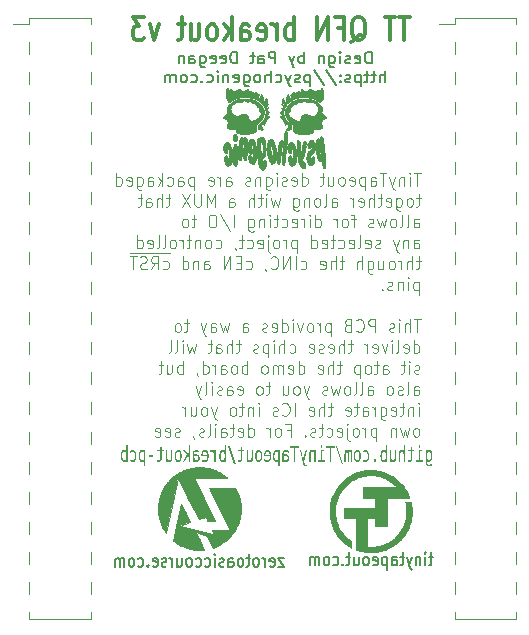
<source format=gbr>
G04 #@! TF.GenerationSoftware,KiCad,Pcbnew,8.0.1-8.0.1-1~ubuntu22.04.1*
G04 #@! TF.CreationDate,2024-04-10T22:34:19-04:00*
G04 #@! TF.ProjectId,breakout-tt4-qfn,62726561-6b6f-4757-942d-7474342d7166,3.3*
G04 #@! TF.SameCoordinates,PX2dc6c00PY42c1d80*
G04 #@! TF.FileFunction,Legend,Bot*
G04 #@! TF.FilePolarity,Positive*
%FSLAX46Y46*%
G04 Gerber Fmt 4.6, Leading zero omitted, Abs format (unit mm)*
G04 Created by KiCad (PCBNEW 8.0.1-8.0.1-1~ubuntu22.04.1) date 2024-04-10 22:34:19*
%MOMM*%
%LPD*%
G01*
G04 APERTURE LIST*
%ADD10C,0.125000*%
%ADD11C,0.180000*%
%ADD12C,0.091250*%
%ADD13C,0.300000*%
%ADD14C,0.120000*%
%ADD15C,0.007028*%
%ADD16C,0.010000*%
%ADD17C,0.000000*%
G04 APERTURE END LIST*
D10*
X35022525Y38342376D02*
X34451097Y38342376D01*
X34736811Y37242376D02*
X34736811Y38342376D01*
X34117763Y37242376D02*
X34117763Y37975709D01*
X34117763Y38342376D02*
X34165382Y38289995D01*
X34165382Y38289995D02*
X34117763Y38237614D01*
X34117763Y38237614D02*
X34070144Y38289995D01*
X34070144Y38289995D02*
X34117763Y38342376D01*
X34117763Y38342376D02*
X34117763Y38237614D01*
X33641573Y37975709D02*
X33641573Y37242376D01*
X33641573Y37870947D02*
X33593954Y37923328D01*
X33593954Y37923328D02*
X33498716Y37975709D01*
X33498716Y37975709D02*
X33355859Y37975709D01*
X33355859Y37975709D02*
X33260621Y37923328D01*
X33260621Y37923328D02*
X33213002Y37818566D01*
X33213002Y37818566D02*
X33213002Y37242376D01*
X32832049Y37975709D02*
X32593954Y37242376D01*
X32355859Y37975709D02*
X32593954Y37242376D01*
X32593954Y37242376D02*
X32689192Y36980471D01*
X32689192Y36980471D02*
X32736811Y36928090D01*
X32736811Y36928090D02*
X32832049Y36875709D01*
X32117763Y38342376D02*
X31546335Y38342376D01*
X31832049Y37242376D02*
X31832049Y38342376D01*
X30784430Y37242376D02*
X30784430Y37818566D01*
X30784430Y37818566D02*
X30832049Y37923328D01*
X30832049Y37923328D02*
X30927287Y37975709D01*
X30927287Y37975709D02*
X31117763Y37975709D01*
X31117763Y37975709D02*
X31213001Y37923328D01*
X30784430Y37294756D02*
X30879668Y37242376D01*
X30879668Y37242376D02*
X31117763Y37242376D01*
X31117763Y37242376D02*
X31213001Y37294756D01*
X31213001Y37294756D02*
X31260620Y37399518D01*
X31260620Y37399518D02*
X31260620Y37504280D01*
X31260620Y37504280D02*
X31213001Y37609042D01*
X31213001Y37609042D02*
X31117763Y37661423D01*
X31117763Y37661423D02*
X30879668Y37661423D01*
X30879668Y37661423D02*
X30784430Y37713804D01*
X30308239Y37975709D02*
X30308239Y36875709D01*
X30308239Y37923328D02*
X30213001Y37975709D01*
X30213001Y37975709D02*
X30022525Y37975709D01*
X30022525Y37975709D02*
X29927287Y37923328D01*
X29927287Y37923328D02*
X29879668Y37870947D01*
X29879668Y37870947D02*
X29832049Y37766185D01*
X29832049Y37766185D02*
X29832049Y37451899D01*
X29832049Y37451899D02*
X29879668Y37347137D01*
X29879668Y37347137D02*
X29927287Y37294756D01*
X29927287Y37294756D02*
X30022525Y37242376D01*
X30022525Y37242376D02*
X30213001Y37242376D01*
X30213001Y37242376D02*
X30308239Y37294756D01*
X29022525Y37294756D02*
X29117763Y37242376D01*
X29117763Y37242376D02*
X29308239Y37242376D01*
X29308239Y37242376D02*
X29403477Y37294756D01*
X29403477Y37294756D02*
X29451096Y37399518D01*
X29451096Y37399518D02*
X29451096Y37818566D01*
X29451096Y37818566D02*
X29403477Y37923328D01*
X29403477Y37923328D02*
X29308239Y37975709D01*
X29308239Y37975709D02*
X29117763Y37975709D01*
X29117763Y37975709D02*
X29022525Y37923328D01*
X29022525Y37923328D02*
X28974906Y37818566D01*
X28974906Y37818566D02*
X28974906Y37713804D01*
X28974906Y37713804D02*
X29451096Y37609042D01*
X28403477Y37242376D02*
X28498715Y37294756D01*
X28498715Y37294756D02*
X28546334Y37347137D01*
X28546334Y37347137D02*
X28593953Y37451899D01*
X28593953Y37451899D02*
X28593953Y37766185D01*
X28593953Y37766185D02*
X28546334Y37870947D01*
X28546334Y37870947D02*
X28498715Y37923328D01*
X28498715Y37923328D02*
X28403477Y37975709D01*
X28403477Y37975709D02*
X28260620Y37975709D01*
X28260620Y37975709D02*
X28165382Y37923328D01*
X28165382Y37923328D02*
X28117763Y37870947D01*
X28117763Y37870947D02*
X28070144Y37766185D01*
X28070144Y37766185D02*
X28070144Y37451899D01*
X28070144Y37451899D02*
X28117763Y37347137D01*
X28117763Y37347137D02*
X28165382Y37294756D01*
X28165382Y37294756D02*
X28260620Y37242376D01*
X28260620Y37242376D02*
X28403477Y37242376D01*
X27213001Y37975709D02*
X27213001Y37242376D01*
X27641572Y37975709D02*
X27641572Y37399518D01*
X27641572Y37399518D02*
X27593953Y37294756D01*
X27593953Y37294756D02*
X27498715Y37242376D01*
X27498715Y37242376D02*
X27355858Y37242376D01*
X27355858Y37242376D02*
X27260620Y37294756D01*
X27260620Y37294756D02*
X27213001Y37347137D01*
X26879667Y37975709D02*
X26498715Y37975709D01*
X26736810Y38342376D02*
X26736810Y37399518D01*
X26736810Y37399518D02*
X26689191Y37294756D01*
X26689191Y37294756D02*
X26593953Y37242376D01*
X26593953Y37242376D02*
X26498715Y37242376D01*
X24974905Y37242376D02*
X24974905Y38342376D01*
X24974905Y37294756D02*
X25070143Y37242376D01*
X25070143Y37242376D02*
X25260619Y37242376D01*
X25260619Y37242376D02*
X25355857Y37294756D01*
X25355857Y37294756D02*
X25403476Y37347137D01*
X25403476Y37347137D02*
X25451095Y37451899D01*
X25451095Y37451899D02*
X25451095Y37766185D01*
X25451095Y37766185D02*
X25403476Y37870947D01*
X25403476Y37870947D02*
X25355857Y37923328D01*
X25355857Y37923328D02*
X25260619Y37975709D01*
X25260619Y37975709D02*
X25070143Y37975709D01*
X25070143Y37975709D02*
X24974905Y37923328D01*
X24117762Y37294756D02*
X24213000Y37242376D01*
X24213000Y37242376D02*
X24403476Y37242376D01*
X24403476Y37242376D02*
X24498714Y37294756D01*
X24498714Y37294756D02*
X24546333Y37399518D01*
X24546333Y37399518D02*
X24546333Y37818566D01*
X24546333Y37818566D02*
X24498714Y37923328D01*
X24498714Y37923328D02*
X24403476Y37975709D01*
X24403476Y37975709D02*
X24213000Y37975709D01*
X24213000Y37975709D02*
X24117762Y37923328D01*
X24117762Y37923328D02*
X24070143Y37818566D01*
X24070143Y37818566D02*
X24070143Y37713804D01*
X24070143Y37713804D02*
X24546333Y37609042D01*
X23689190Y37294756D02*
X23593952Y37242376D01*
X23593952Y37242376D02*
X23403476Y37242376D01*
X23403476Y37242376D02*
X23308238Y37294756D01*
X23308238Y37294756D02*
X23260619Y37399518D01*
X23260619Y37399518D02*
X23260619Y37451899D01*
X23260619Y37451899D02*
X23308238Y37556661D01*
X23308238Y37556661D02*
X23403476Y37609042D01*
X23403476Y37609042D02*
X23546333Y37609042D01*
X23546333Y37609042D02*
X23641571Y37661423D01*
X23641571Y37661423D02*
X23689190Y37766185D01*
X23689190Y37766185D02*
X23689190Y37818566D01*
X23689190Y37818566D02*
X23641571Y37923328D01*
X23641571Y37923328D02*
X23546333Y37975709D01*
X23546333Y37975709D02*
X23403476Y37975709D01*
X23403476Y37975709D02*
X23308238Y37923328D01*
X22832047Y37242376D02*
X22832047Y37975709D01*
X22832047Y38342376D02*
X22879666Y38289995D01*
X22879666Y38289995D02*
X22832047Y38237614D01*
X22832047Y38237614D02*
X22784428Y38289995D01*
X22784428Y38289995D02*
X22832047Y38342376D01*
X22832047Y38342376D02*
X22832047Y38237614D01*
X21927286Y37975709D02*
X21927286Y37085233D01*
X21927286Y37085233D02*
X21974905Y36980471D01*
X21974905Y36980471D02*
X22022524Y36928090D01*
X22022524Y36928090D02*
X22117762Y36875709D01*
X22117762Y36875709D02*
X22260619Y36875709D01*
X22260619Y36875709D02*
X22355857Y36928090D01*
X21927286Y37294756D02*
X22022524Y37242376D01*
X22022524Y37242376D02*
X22213000Y37242376D01*
X22213000Y37242376D02*
X22308238Y37294756D01*
X22308238Y37294756D02*
X22355857Y37347137D01*
X22355857Y37347137D02*
X22403476Y37451899D01*
X22403476Y37451899D02*
X22403476Y37766185D01*
X22403476Y37766185D02*
X22355857Y37870947D01*
X22355857Y37870947D02*
X22308238Y37923328D01*
X22308238Y37923328D02*
X22213000Y37975709D01*
X22213000Y37975709D02*
X22022524Y37975709D01*
X22022524Y37975709D02*
X21927286Y37923328D01*
X21451095Y37975709D02*
X21451095Y37242376D01*
X21451095Y37870947D02*
X21403476Y37923328D01*
X21403476Y37923328D02*
X21308238Y37975709D01*
X21308238Y37975709D02*
X21165381Y37975709D01*
X21165381Y37975709D02*
X21070143Y37923328D01*
X21070143Y37923328D02*
X21022524Y37818566D01*
X21022524Y37818566D02*
X21022524Y37242376D01*
X20593952Y37294756D02*
X20498714Y37242376D01*
X20498714Y37242376D02*
X20308238Y37242376D01*
X20308238Y37242376D02*
X20213000Y37294756D01*
X20213000Y37294756D02*
X20165381Y37399518D01*
X20165381Y37399518D02*
X20165381Y37451899D01*
X20165381Y37451899D02*
X20213000Y37556661D01*
X20213000Y37556661D02*
X20308238Y37609042D01*
X20308238Y37609042D02*
X20451095Y37609042D01*
X20451095Y37609042D02*
X20546333Y37661423D01*
X20546333Y37661423D02*
X20593952Y37766185D01*
X20593952Y37766185D02*
X20593952Y37818566D01*
X20593952Y37818566D02*
X20546333Y37923328D01*
X20546333Y37923328D02*
X20451095Y37975709D01*
X20451095Y37975709D02*
X20308238Y37975709D01*
X20308238Y37975709D02*
X20213000Y37923328D01*
X18546333Y37242376D02*
X18546333Y37818566D01*
X18546333Y37818566D02*
X18593952Y37923328D01*
X18593952Y37923328D02*
X18689190Y37975709D01*
X18689190Y37975709D02*
X18879666Y37975709D01*
X18879666Y37975709D02*
X18974904Y37923328D01*
X18546333Y37294756D02*
X18641571Y37242376D01*
X18641571Y37242376D02*
X18879666Y37242376D01*
X18879666Y37242376D02*
X18974904Y37294756D01*
X18974904Y37294756D02*
X19022523Y37399518D01*
X19022523Y37399518D02*
X19022523Y37504280D01*
X19022523Y37504280D02*
X18974904Y37609042D01*
X18974904Y37609042D02*
X18879666Y37661423D01*
X18879666Y37661423D02*
X18641571Y37661423D01*
X18641571Y37661423D02*
X18546333Y37713804D01*
X18070142Y37242376D02*
X18070142Y37975709D01*
X18070142Y37766185D02*
X18022523Y37870947D01*
X18022523Y37870947D02*
X17974904Y37923328D01*
X17974904Y37923328D02*
X17879666Y37975709D01*
X17879666Y37975709D02*
X17784428Y37975709D01*
X17070142Y37294756D02*
X17165380Y37242376D01*
X17165380Y37242376D02*
X17355856Y37242376D01*
X17355856Y37242376D02*
X17451094Y37294756D01*
X17451094Y37294756D02*
X17498713Y37399518D01*
X17498713Y37399518D02*
X17498713Y37818566D01*
X17498713Y37818566D02*
X17451094Y37923328D01*
X17451094Y37923328D02*
X17355856Y37975709D01*
X17355856Y37975709D02*
X17165380Y37975709D01*
X17165380Y37975709D02*
X17070142Y37923328D01*
X17070142Y37923328D02*
X17022523Y37818566D01*
X17022523Y37818566D02*
X17022523Y37713804D01*
X17022523Y37713804D02*
X17498713Y37609042D01*
X15832046Y37975709D02*
X15832046Y36875709D01*
X15832046Y37923328D02*
X15736808Y37975709D01*
X15736808Y37975709D02*
X15546332Y37975709D01*
X15546332Y37975709D02*
X15451094Y37923328D01*
X15451094Y37923328D02*
X15403475Y37870947D01*
X15403475Y37870947D02*
X15355856Y37766185D01*
X15355856Y37766185D02*
X15355856Y37451899D01*
X15355856Y37451899D02*
X15403475Y37347137D01*
X15403475Y37347137D02*
X15451094Y37294756D01*
X15451094Y37294756D02*
X15546332Y37242376D01*
X15546332Y37242376D02*
X15736808Y37242376D01*
X15736808Y37242376D02*
X15832046Y37294756D01*
X14498713Y37242376D02*
X14498713Y37818566D01*
X14498713Y37818566D02*
X14546332Y37923328D01*
X14546332Y37923328D02*
X14641570Y37975709D01*
X14641570Y37975709D02*
X14832046Y37975709D01*
X14832046Y37975709D02*
X14927284Y37923328D01*
X14498713Y37294756D02*
X14593951Y37242376D01*
X14593951Y37242376D02*
X14832046Y37242376D01*
X14832046Y37242376D02*
X14927284Y37294756D01*
X14927284Y37294756D02*
X14974903Y37399518D01*
X14974903Y37399518D02*
X14974903Y37504280D01*
X14974903Y37504280D02*
X14927284Y37609042D01*
X14927284Y37609042D02*
X14832046Y37661423D01*
X14832046Y37661423D02*
X14593951Y37661423D01*
X14593951Y37661423D02*
X14498713Y37713804D01*
X13593951Y37294756D02*
X13689189Y37242376D01*
X13689189Y37242376D02*
X13879665Y37242376D01*
X13879665Y37242376D02*
X13974903Y37294756D01*
X13974903Y37294756D02*
X14022522Y37347137D01*
X14022522Y37347137D02*
X14070141Y37451899D01*
X14070141Y37451899D02*
X14070141Y37766185D01*
X14070141Y37766185D02*
X14022522Y37870947D01*
X14022522Y37870947D02*
X13974903Y37923328D01*
X13974903Y37923328D02*
X13879665Y37975709D01*
X13879665Y37975709D02*
X13689189Y37975709D01*
X13689189Y37975709D02*
X13593951Y37923328D01*
X13165379Y37242376D02*
X13165379Y38342376D01*
X13070141Y37661423D02*
X12784427Y37242376D01*
X12784427Y37975709D02*
X13165379Y37556661D01*
X11927284Y37242376D02*
X11927284Y37818566D01*
X11927284Y37818566D02*
X11974903Y37923328D01*
X11974903Y37923328D02*
X12070141Y37975709D01*
X12070141Y37975709D02*
X12260617Y37975709D01*
X12260617Y37975709D02*
X12355855Y37923328D01*
X11927284Y37294756D02*
X12022522Y37242376D01*
X12022522Y37242376D02*
X12260617Y37242376D01*
X12260617Y37242376D02*
X12355855Y37294756D01*
X12355855Y37294756D02*
X12403474Y37399518D01*
X12403474Y37399518D02*
X12403474Y37504280D01*
X12403474Y37504280D02*
X12355855Y37609042D01*
X12355855Y37609042D02*
X12260617Y37661423D01*
X12260617Y37661423D02*
X12022522Y37661423D01*
X12022522Y37661423D02*
X11927284Y37713804D01*
X11022522Y37975709D02*
X11022522Y37085233D01*
X11022522Y37085233D02*
X11070141Y36980471D01*
X11070141Y36980471D02*
X11117760Y36928090D01*
X11117760Y36928090D02*
X11212998Y36875709D01*
X11212998Y36875709D02*
X11355855Y36875709D01*
X11355855Y36875709D02*
X11451093Y36928090D01*
X11022522Y37294756D02*
X11117760Y37242376D01*
X11117760Y37242376D02*
X11308236Y37242376D01*
X11308236Y37242376D02*
X11403474Y37294756D01*
X11403474Y37294756D02*
X11451093Y37347137D01*
X11451093Y37347137D02*
X11498712Y37451899D01*
X11498712Y37451899D02*
X11498712Y37766185D01*
X11498712Y37766185D02*
X11451093Y37870947D01*
X11451093Y37870947D02*
X11403474Y37923328D01*
X11403474Y37923328D02*
X11308236Y37975709D01*
X11308236Y37975709D02*
X11117760Y37975709D01*
X11117760Y37975709D02*
X11022522Y37923328D01*
X10165379Y37294756D02*
X10260617Y37242376D01*
X10260617Y37242376D02*
X10451093Y37242376D01*
X10451093Y37242376D02*
X10546331Y37294756D01*
X10546331Y37294756D02*
X10593950Y37399518D01*
X10593950Y37399518D02*
X10593950Y37818566D01*
X10593950Y37818566D02*
X10546331Y37923328D01*
X10546331Y37923328D02*
X10451093Y37975709D01*
X10451093Y37975709D02*
X10260617Y37975709D01*
X10260617Y37975709D02*
X10165379Y37923328D01*
X10165379Y37923328D02*
X10117760Y37818566D01*
X10117760Y37818566D02*
X10117760Y37713804D01*
X10117760Y37713804D02*
X10593950Y37609042D01*
X9260617Y37242376D02*
X9260617Y38342376D01*
X9260617Y37294756D02*
X9355855Y37242376D01*
X9355855Y37242376D02*
X9546331Y37242376D01*
X9546331Y37242376D02*
X9641569Y37294756D01*
X9641569Y37294756D02*
X9689188Y37347137D01*
X9689188Y37347137D02*
X9736807Y37451899D01*
X9736807Y37451899D02*
X9736807Y37766185D01*
X9736807Y37766185D02*
X9689188Y37870947D01*
X9689188Y37870947D02*
X9641569Y37923328D01*
X9641569Y37923328D02*
X9546331Y37975709D01*
X9546331Y37975709D02*
X9355855Y37975709D01*
X9355855Y37975709D02*
X9260617Y37923328D01*
X35022525Y36204771D02*
X34641573Y36204771D01*
X34879668Y36571438D02*
X34879668Y35628580D01*
X34879668Y35628580D02*
X34832049Y35523818D01*
X34832049Y35523818D02*
X34736811Y35471438D01*
X34736811Y35471438D02*
X34641573Y35471438D01*
X34165382Y35471438D02*
X34260620Y35523818D01*
X34260620Y35523818D02*
X34308239Y35576199D01*
X34308239Y35576199D02*
X34355858Y35680961D01*
X34355858Y35680961D02*
X34355858Y35995247D01*
X34355858Y35995247D02*
X34308239Y36100009D01*
X34308239Y36100009D02*
X34260620Y36152390D01*
X34260620Y36152390D02*
X34165382Y36204771D01*
X34165382Y36204771D02*
X34022525Y36204771D01*
X34022525Y36204771D02*
X33927287Y36152390D01*
X33927287Y36152390D02*
X33879668Y36100009D01*
X33879668Y36100009D02*
X33832049Y35995247D01*
X33832049Y35995247D02*
X33832049Y35680961D01*
X33832049Y35680961D02*
X33879668Y35576199D01*
X33879668Y35576199D02*
X33927287Y35523818D01*
X33927287Y35523818D02*
X34022525Y35471438D01*
X34022525Y35471438D02*
X34165382Y35471438D01*
X32974906Y36204771D02*
X32974906Y35314295D01*
X32974906Y35314295D02*
X33022525Y35209533D01*
X33022525Y35209533D02*
X33070144Y35157152D01*
X33070144Y35157152D02*
X33165382Y35104771D01*
X33165382Y35104771D02*
X33308239Y35104771D01*
X33308239Y35104771D02*
X33403477Y35157152D01*
X32974906Y35523818D02*
X33070144Y35471438D01*
X33070144Y35471438D02*
X33260620Y35471438D01*
X33260620Y35471438D02*
X33355858Y35523818D01*
X33355858Y35523818D02*
X33403477Y35576199D01*
X33403477Y35576199D02*
X33451096Y35680961D01*
X33451096Y35680961D02*
X33451096Y35995247D01*
X33451096Y35995247D02*
X33403477Y36100009D01*
X33403477Y36100009D02*
X33355858Y36152390D01*
X33355858Y36152390D02*
X33260620Y36204771D01*
X33260620Y36204771D02*
X33070144Y36204771D01*
X33070144Y36204771D02*
X32974906Y36152390D01*
X32117763Y35523818D02*
X32213001Y35471438D01*
X32213001Y35471438D02*
X32403477Y35471438D01*
X32403477Y35471438D02*
X32498715Y35523818D01*
X32498715Y35523818D02*
X32546334Y35628580D01*
X32546334Y35628580D02*
X32546334Y36047628D01*
X32546334Y36047628D02*
X32498715Y36152390D01*
X32498715Y36152390D02*
X32403477Y36204771D01*
X32403477Y36204771D02*
X32213001Y36204771D01*
X32213001Y36204771D02*
X32117763Y36152390D01*
X32117763Y36152390D02*
X32070144Y36047628D01*
X32070144Y36047628D02*
X32070144Y35942866D01*
X32070144Y35942866D02*
X32546334Y35838104D01*
X31784429Y36204771D02*
X31403477Y36204771D01*
X31641572Y36571438D02*
X31641572Y35628580D01*
X31641572Y35628580D02*
X31593953Y35523818D01*
X31593953Y35523818D02*
X31498715Y35471438D01*
X31498715Y35471438D02*
X31403477Y35471438D01*
X31070143Y35471438D02*
X31070143Y36571438D01*
X30641572Y35471438D02*
X30641572Y36047628D01*
X30641572Y36047628D02*
X30689191Y36152390D01*
X30689191Y36152390D02*
X30784429Y36204771D01*
X30784429Y36204771D02*
X30927286Y36204771D01*
X30927286Y36204771D02*
X31022524Y36152390D01*
X31022524Y36152390D02*
X31070143Y36100009D01*
X29784429Y35523818D02*
X29879667Y35471438D01*
X29879667Y35471438D02*
X30070143Y35471438D01*
X30070143Y35471438D02*
X30165381Y35523818D01*
X30165381Y35523818D02*
X30213000Y35628580D01*
X30213000Y35628580D02*
X30213000Y36047628D01*
X30213000Y36047628D02*
X30165381Y36152390D01*
X30165381Y36152390D02*
X30070143Y36204771D01*
X30070143Y36204771D02*
X29879667Y36204771D01*
X29879667Y36204771D02*
X29784429Y36152390D01*
X29784429Y36152390D02*
X29736810Y36047628D01*
X29736810Y36047628D02*
X29736810Y35942866D01*
X29736810Y35942866D02*
X30213000Y35838104D01*
X29308238Y35471438D02*
X29308238Y36204771D01*
X29308238Y35995247D02*
X29260619Y36100009D01*
X29260619Y36100009D02*
X29213000Y36152390D01*
X29213000Y36152390D02*
X29117762Y36204771D01*
X29117762Y36204771D02*
X29022524Y36204771D01*
X27498714Y35471438D02*
X27498714Y36047628D01*
X27498714Y36047628D02*
X27546333Y36152390D01*
X27546333Y36152390D02*
X27641571Y36204771D01*
X27641571Y36204771D02*
X27832047Y36204771D01*
X27832047Y36204771D02*
X27927285Y36152390D01*
X27498714Y35523818D02*
X27593952Y35471438D01*
X27593952Y35471438D02*
X27832047Y35471438D01*
X27832047Y35471438D02*
X27927285Y35523818D01*
X27927285Y35523818D02*
X27974904Y35628580D01*
X27974904Y35628580D02*
X27974904Y35733342D01*
X27974904Y35733342D02*
X27927285Y35838104D01*
X27927285Y35838104D02*
X27832047Y35890485D01*
X27832047Y35890485D02*
X27593952Y35890485D01*
X27593952Y35890485D02*
X27498714Y35942866D01*
X26879666Y35471438D02*
X26974904Y35523818D01*
X26974904Y35523818D02*
X27022523Y35628580D01*
X27022523Y35628580D02*
X27022523Y36571438D01*
X26355856Y35471438D02*
X26451094Y35523818D01*
X26451094Y35523818D02*
X26498713Y35576199D01*
X26498713Y35576199D02*
X26546332Y35680961D01*
X26546332Y35680961D02*
X26546332Y35995247D01*
X26546332Y35995247D02*
X26498713Y36100009D01*
X26498713Y36100009D02*
X26451094Y36152390D01*
X26451094Y36152390D02*
X26355856Y36204771D01*
X26355856Y36204771D02*
X26212999Y36204771D01*
X26212999Y36204771D02*
X26117761Y36152390D01*
X26117761Y36152390D02*
X26070142Y36100009D01*
X26070142Y36100009D02*
X26022523Y35995247D01*
X26022523Y35995247D02*
X26022523Y35680961D01*
X26022523Y35680961D02*
X26070142Y35576199D01*
X26070142Y35576199D02*
X26117761Y35523818D01*
X26117761Y35523818D02*
X26212999Y35471438D01*
X26212999Y35471438D02*
X26355856Y35471438D01*
X25593951Y36204771D02*
X25593951Y35471438D01*
X25593951Y36100009D02*
X25546332Y36152390D01*
X25546332Y36152390D02*
X25451094Y36204771D01*
X25451094Y36204771D02*
X25308237Y36204771D01*
X25308237Y36204771D02*
X25212999Y36152390D01*
X25212999Y36152390D02*
X25165380Y36047628D01*
X25165380Y36047628D02*
X25165380Y35471438D01*
X24260618Y36204771D02*
X24260618Y35314295D01*
X24260618Y35314295D02*
X24308237Y35209533D01*
X24308237Y35209533D02*
X24355856Y35157152D01*
X24355856Y35157152D02*
X24451094Y35104771D01*
X24451094Y35104771D02*
X24593951Y35104771D01*
X24593951Y35104771D02*
X24689189Y35157152D01*
X24260618Y35523818D02*
X24355856Y35471438D01*
X24355856Y35471438D02*
X24546332Y35471438D01*
X24546332Y35471438D02*
X24641570Y35523818D01*
X24641570Y35523818D02*
X24689189Y35576199D01*
X24689189Y35576199D02*
X24736808Y35680961D01*
X24736808Y35680961D02*
X24736808Y35995247D01*
X24736808Y35995247D02*
X24689189Y36100009D01*
X24689189Y36100009D02*
X24641570Y36152390D01*
X24641570Y36152390D02*
X24546332Y36204771D01*
X24546332Y36204771D02*
X24355856Y36204771D01*
X24355856Y36204771D02*
X24260618Y36152390D01*
X23117760Y36204771D02*
X22927284Y35471438D01*
X22927284Y35471438D02*
X22736808Y35995247D01*
X22736808Y35995247D02*
X22546332Y35471438D01*
X22546332Y35471438D02*
X22355856Y36204771D01*
X21974903Y35471438D02*
X21974903Y36204771D01*
X21974903Y36571438D02*
X22022522Y36519057D01*
X22022522Y36519057D02*
X21974903Y36466676D01*
X21974903Y36466676D02*
X21927284Y36519057D01*
X21927284Y36519057D02*
X21974903Y36571438D01*
X21974903Y36571438D02*
X21974903Y36466676D01*
X21641570Y36204771D02*
X21260618Y36204771D01*
X21498713Y36571438D02*
X21498713Y35628580D01*
X21498713Y35628580D02*
X21451094Y35523818D01*
X21451094Y35523818D02*
X21355856Y35471438D01*
X21355856Y35471438D02*
X21260618Y35471438D01*
X20927284Y35471438D02*
X20927284Y36571438D01*
X20498713Y35471438D02*
X20498713Y36047628D01*
X20498713Y36047628D02*
X20546332Y36152390D01*
X20546332Y36152390D02*
X20641570Y36204771D01*
X20641570Y36204771D02*
X20784427Y36204771D01*
X20784427Y36204771D02*
X20879665Y36152390D01*
X20879665Y36152390D02*
X20927284Y36100009D01*
X18832046Y35471438D02*
X18832046Y36047628D01*
X18832046Y36047628D02*
X18879665Y36152390D01*
X18879665Y36152390D02*
X18974903Y36204771D01*
X18974903Y36204771D02*
X19165379Y36204771D01*
X19165379Y36204771D02*
X19260617Y36152390D01*
X18832046Y35523818D02*
X18927284Y35471438D01*
X18927284Y35471438D02*
X19165379Y35471438D01*
X19165379Y35471438D02*
X19260617Y35523818D01*
X19260617Y35523818D02*
X19308236Y35628580D01*
X19308236Y35628580D02*
X19308236Y35733342D01*
X19308236Y35733342D02*
X19260617Y35838104D01*
X19260617Y35838104D02*
X19165379Y35890485D01*
X19165379Y35890485D02*
X18927284Y35890485D01*
X18927284Y35890485D02*
X18832046Y35942866D01*
X17593950Y35471438D02*
X17593950Y36571438D01*
X17593950Y36571438D02*
X17260617Y35785723D01*
X17260617Y35785723D02*
X16927284Y36571438D01*
X16927284Y36571438D02*
X16927284Y35471438D01*
X16451093Y36571438D02*
X16451093Y35680961D01*
X16451093Y35680961D02*
X16403474Y35576199D01*
X16403474Y35576199D02*
X16355855Y35523818D01*
X16355855Y35523818D02*
X16260617Y35471438D01*
X16260617Y35471438D02*
X16070141Y35471438D01*
X16070141Y35471438D02*
X15974903Y35523818D01*
X15974903Y35523818D02*
X15927284Y35576199D01*
X15927284Y35576199D02*
X15879665Y35680961D01*
X15879665Y35680961D02*
X15879665Y36571438D01*
X15498712Y36571438D02*
X14832046Y35471438D01*
X14832046Y36571438D02*
X15498712Y35471438D01*
X13832045Y36204771D02*
X13451093Y36204771D01*
X13689188Y36571438D02*
X13689188Y35628580D01*
X13689188Y35628580D02*
X13641569Y35523818D01*
X13641569Y35523818D02*
X13546331Y35471438D01*
X13546331Y35471438D02*
X13451093Y35471438D01*
X13117759Y35471438D02*
X13117759Y36571438D01*
X12689188Y35471438D02*
X12689188Y36047628D01*
X12689188Y36047628D02*
X12736807Y36152390D01*
X12736807Y36152390D02*
X12832045Y36204771D01*
X12832045Y36204771D02*
X12974902Y36204771D01*
X12974902Y36204771D02*
X13070140Y36152390D01*
X13070140Y36152390D02*
X13117759Y36100009D01*
X11784426Y35471438D02*
X11784426Y36047628D01*
X11784426Y36047628D02*
X11832045Y36152390D01*
X11832045Y36152390D02*
X11927283Y36204771D01*
X11927283Y36204771D02*
X12117759Y36204771D01*
X12117759Y36204771D02*
X12212997Y36152390D01*
X11784426Y35523818D02*
X11879664Y35471438D01*
X11879664Y35471438D02*
X12117759Y35471438D01*
X12117759Y35471438D02*
X12212997Y35523818D01*
X12212997Y35523818D02*
X12260616Y35628580D01*
X12260616Y35628580D02*
X12260616Y35733342D01*
X12260616Y35733342D02*
X12212997Y35838104D01*
X12212997Y35838104D02*
X12117759Y35890485D01*
X12117759Y35890485D02*
X11879664Y35890485D01*
X11879664Y35890485D02*
X11784426Y35942866D01*
X11451092Y36204771D02*
X11070140Y36204771D01*
X11308235Y36571438D02*
X11308235Y35628580D01*
X11308235Y35628580D02*
X11260616Y35523818D01*
X11260616Y35523818D02*
X11165378Y35471438D01*
X11165378Y35471438D02*
X11070140Y35471438D01*
X34451097Y33700500D02*
X34451097Y34276690D01*
X34451097Y34276690D02*
X34498716Y34381452D01*
X34498716Y34381452D02*
X34593954Y34433833D01*
X34593954Y34433833D02*
X34784430Y34433833D01*
X34784430Y34433833D02*
X34879668Y34381452D01*
X34451097Y33752880D02*
X34546335Y33700500D01*
X34546335Y33700500D02*
X34784430Y33700500D01*
X34784430Y33700500D02*
X34879668Y33752880D01*
X34879668Y33752880D02*
X34927287Y33857642D01*
X34927287Y33857642D02*
X34927287Y33962404D01*
X34927287Y33962404D02*
X34879668Y34067166D01*
X34879668Y34067166D02*
X34784430Y34119547D01*
X34784430Y34119547D02*
X34546335Y34119547D01*
X34546335Y34119547D02*
X34451097Y34171928D01*
X33832049Y33700500D02*
X33927287Y33752880D01*
X33927287Y33752880D02*
X33974906Y33857642D01*
X33974906Y33857642D02*
X33974906Y34800500D01*
X33308239Y33700500D02*
X33403477Y33752880D01*
X33403477Y33752880D02*
X33451096Y33857642D01*
X33451096Y33857642D02*
X33451096Y34800500D01*
X32784429Y33700500D02*
X32879667Y33752880D01*
X32879667Y33752880D02*
X32927286Y33805261D01*
X32927286Y33805261D02*
X32974905Y33910023D01*
X32974905Y33910023D02*
X32974905Y34224309D01*
X32974905Y34224309D02*
X32927286Y34329071D01*
X32927286Y34329071D02*
X32879667Y34381452D01*
X32879667Y34381452D02*
X32784429Y34433833D01*
X32784429Y34433833D02*
X32641572Y34433833D01*
X32641572Y34433833D02*
X32546334Y34381452D01*
X32546334Y34381452D02*
X32498715Y34329071D01*
X32498715Y34329071D02*
X32451096Y34224309D01*
X32451096Y34224309D02*
X32451096Y33910023D01*
X32451096Y33910023D02*
X32498715Y33805261D01*
X32498715Y33805261D02*
X32546334Y33752880D01*
X32546334Y33752880D02*
X32641572Y33700500D01*
X32641572Y33700500D02*
X32784429Y33700500D01*
X32117762Y34433833D02*
X31927286Y33700500D01*
X31927286Y33700500D02*
X31736810Y34224309D01*
X31736810Y34224309D02*
X31546334Y33700500D01*
X31546334Y33700500D02*
X31355858Y34433833D01*
X31022524Y33752880D02*
X30927286Y33700500D01*
X30927286Y33700500D02*
X30736810Y33700500D01*
X30736810Y33700500D02*
X30641572Y33752880D01*
X30641572Y33752880D02*
X30593953Y33857642D01*
X30593953Y33857642D02*
X30593953Y33910023D01*
X30593953Y33910023D02*
X30641572Y34014785D01*
X30641572Y34014785D02*
X30736810Y34067166D01*
X30736810Y34067166D02*
X30879667Y34067166D01*
X30879667Y34067166D02*
X30974905Y34119547D01*
X30974905Y34119547D02*
X31022524Y34224309D01*
X31022524Y34224309D02*
X31022524Y34276690D01*
X31022524Y34276690D02*
X30974905Y34381452D01*
X30974905Y34381452D02*
X30879667Y34433833D01*
X30879667Y34433833D02*
X30736810Y34433833D01*
X30736810Y34433833D02*
X30641572Y34381452D01*
X29546333Y34433833D02*
X29165381Y34433833D01*
X29403476Y33700500D02*
X29403476Y34643357D01*
X29403476Y34643357D02*
X29355857Y34748119D01*
X29355857Y34748119D02*
X29260619Y34800500D01*
X29260619Y34800500D02*
X29165381Y34800500D01*
X28689190Y33700500D02*
X28784428Y33752880D01*
X28784428Y33752880D02*
X28832047Y33805261D01*
X28832047Y33805261D02*
X28879666Y33910023D01*
X28879666Y33910023D02*
X28879666Y34224309D01*
X28879666Y34224309D02*
X28832047Y34329071D01*
X28832047Y34329071D02*
X28784428Y34381452D01*
X28784428Y34381452D02*
X28689190Y34433833D01*
X28689190Y34433833D02*
X28546333Y34433833D01*
X28546333Y34433833D02*
X28451095Y34381452D01*
X28451095Y34381452D02*
X28403476Y34329071D01*
X28403476Y34329071D02*
X28355857Y34224309D01*
X28355857Y34224309D02*
X28355857Y33910023D01*
X28355857Y33910023D02*
X28403476Y33805261D01*
X28403476Y33805261D02*
X28451095Y33752880D01*
X28451095Y33752880D02*
X28546333Y33700500D01*
X28546333Y33700500D02*
X28689190Y33700500D01*
X27927285Y33700500D02*
X27927285Y34433833D01*
X27927285Y34224309D02*
X27879666Y34329071D01*
X27879666Y34329071D02*
X27832047Y34381452D01*
X27832047Y34381452D02*
X27736809Y34433833D01*
X27736809Y34433833D02*
X27641571Y34433833D01*
X26117761Y33700500D02*
X26117761Y34800500D01*
X26117761Y33752880D02*
X26212999Y33700500D01*
X26212999Y33700500D02*
X26403475Y33700500D01*
X26403475Y33700500D02*
X26498713Y33752880D01*
X26498713Y33752880D02*
X26546332Y33805261D01*
X26546332Y33805261D02*
X26593951Y33910023D01*
X26593951Y33910023D02*
X26593951Y34224309D01*
X26593951Y34224309D02*
X26546332Y34329071D01*
X26546332Y34329071D02*
X26498713Y34381452D01*
X26498713Y34381452D02*
X26403475Y34433833D01*
X26403475Y34433833D02*
X26212999Y34433833D01*
X26212999Y34433833D02*
X26117761Y34381452D01*
X25641570Y33700500D02*
X25641570Y34433833D01*
X25641570Y34800500D02*
X25689189Y34748119D01*
X25689189Y34748119D02*
X25641570Y34695738D01*
X25641570Y34695738D02*
X25593951Y34748119D01*
X25593951Y34748119D02*
X25641570Y34800500D01*
X25641570Y34800500D02*
X25641570Y34695738D01*
X25165380Y33700500D02*
X25165380Y34433833D01*
X25165380Y34224309D02*
X25117761Y34329071D01*
X25117761Y34329071D02*
X25070142Y34381452D01*
X25070142Y34381452D02*
X24974904Y34433833D01*
X24974904Y34433833D02*
X24879666Y34433833D01*
X24165380Y33752880D02*
X24260618Y33700500D01*
X24260618Y33700500D02*
X24451094Y33700500D01*
X24451094Y33700500D02*
X24546332Y33752880D01*
X24546332Y33752880D02*
X24593951Y33857642D01*
X24593951Y33857642D02*
X24593951Y34276690D01*
X24593951Y34276690D02*
X24546332Y34381452D01*
X24546332Y34381452D02*
X24451094Y34433833D01*
X24451094Y34433833D02*
X24260618Y34433833D01*
X24260618Y34433833D02*
X24165380Y34381452D01*
X24165380Y34381452D02*
X24117761Y34276690D01*
X24117761Y34276690D02*
X24117761Y34171928D01*
X24117761Y34171928D02*
X24593951Y34067166D01*
X23260618Y33752880D02*
X23355856Y33700500D01*
X23355856Y33700500D02*
X23546332Y33700500D01*
X23546332Y33700500D02*
X23641570Y33752880D01*
X23641570Y33752880D02*
X23689189Y33805261D01*
X23689189Y33805261D02*
X23736808Y33910023D01*
X23736808Y33910023D02*
X23736808Y34224309D01*
X23736808Y34224309D02*
X23689189Y34329071D01*
X23689189Y34329071D02*
X23641570Y34381452D01*
X23641570Y34381452D02*
X23546332Y34433833D01*
X23546332Y34433833D02*
X23355856Y34433833D01*
X23355856Y34433833D02*
X23260618Y34381452D01*
X22974903Y34433833D02*
X22593951Y34433833D01*
X22832046Y34800500D02*
X22832046Y33857642D01*
X22832046Y33857642D02*
X22784427Y33752880D01*
X22784427Y33752880D02*
X22689189Y33700500D01*
X22689189Y33700500D02*
X22593951Y33700500D01*
X22260617Y33700500D02*
X22260617Y34433833D01*
X22260617Y34800500D02*
X22308236Y34748119D01*
X22308236Y34748119D02*
X22260617Y34695738D01*
X22260617Y34695738D02*
X22212998Y34748119D01*
X22212998Y34748119D02*
X22260617Y34800500D01*
X22260617Y34800500D02*
X22260617Y34695738D01*
X21784427Y34433833D02*
X21784427Y33700500D01*
X21784427Y34329071D02*
X21736808Y34381452D01*
X21736808Y34381452D02*
X21641570Y34433833D01*
X21641570Y34433833D02*
X21498713Y34433833D01*
X21498713Y34433833D02*
X21403475Y34381452D01*
X21403475Y34381452D02*
X21355856Y34276690D01*
X21355856Y34276690D02*
X21355856Y33700500D01*
X20451094Y34433833D02*
X20451094Y33543357D01*
X20451094Y33543357D02*
X20498713Y33438595D01*
X20498713Y33438595D02*
X20546332Y33386214D01*
X20546332Y33386214D02*
X20641570Y33333833D01*
X20641570Y33333833D02*
X20784427Y33333833D01*
X20784427Y33333833D02*
X20879665Y33386214D01*
X20451094Y33752880D02*
X20546332Y33700500D01*
X20546332Y33700500D02*
X20736808Y33700500D01*
X20736808Y33700500D02*
X20832046Y33752880D01*
X20832046Y33752880D02*
X20879665Y33805261D01*
X20879665Y33805261D02*
X20927284Y33910023D01*
X20927284Y33910023D02*
X20927284Y34224309D01*
X20927284Y34224309D02*
X20879665Y34329071D01*
X20879665Y34329071D02*
X20832046Y34381452D01*
X20832046Y34381452D02*
X20736808Y34433833D01*
X20736808Y34433833D02*
X20546332Y34433833D01*
X20546332Y34433833D02*
X20451094Y34381452D01*
X19212998Y33700500D02*
X19212998Y34800500D01*
X18022523Y34852880D02*
X18879665Y33438595D01*
X17498713Y34800500D02*
X17308237Y34800500D01*
X17308237Y34800500D02*
X17212999Y34748119D01*
X17212999Y34748119D02*
X17117761Y34643357D01*
X17117761Y34643357D02*
X17070142Y34433833D01*
X17070142Y34433833D02*
X17070142Y34067166D01*
X17070142Y34067166D02*
X17117761Y33857642D01*
X17117761Y33857642D02*
X17212999Y33752880D01*
X17212999Y33752880D02*
X17308237Y33700500D01*
X17308237Y33700500D02*
X17498713Y33700500D01*
X17498713Y33700500D02*
X17593951Y33752880D01*
X17593951Y33752880D02*
X17689189Y33857642D01*
X17689189Y33857642D02*
X17736808Y34067166D01*
X17736808Y34067166D02*
X17736808Y34433833D01*
X17736808Y34433833D02*
X17689189Y34643357D01*
X17689189Y34643357D02*
X17593951Y34748119D01*
X17593951Y34748119D02*
X17498713Y34800500D01*
X16022522Y34433833D02*
X15641570Y34433833D01*
X15879665Y34800500D02*
X15879665Y33857642D01*
X15879665Y33857642D02*
X15832046Y33752880D01*
X15832046Y33752880D02*
X15736808Y33700500D01*
X15736808Y33700500D02*
X15641570Y33700500D01*
X15165379Y33700500D02*
X15260617Y33752880D01*
X15260617Y33752880D02*
X15308236Y33805261D01*
X15308236Y33805261D02*
X15355855Y33910023D01*
X15355855Y33910023D02*
X15355855Y34224309D01*
X15355855Y34224309D02*
X15308236Y34329071D01*
X15308236Y34329071D02*
X15260617Y34381452D01*
X15260617Y34381452D02*
X15165379Y34433833D01*
X15165379Y34433833D02*
X15022522Y34433833D01*
X15022522Y34433833D02*
X14927284Y34381452D01*
X14927284Y34381452D02*
X14879665Y34329071D01*
X14879665Y34329071D02*
X14832046Y34224309D01*
X14832046Y34224309D02*
X14832046Y33910023D01*
X14832046Y33910023D02*
X14879665Y33805261D01*
X14879665Y33805261D02*
X14927284Y33752880D01*
X14927284Y33752880D02*
X15022522Y33700500D01*
X15022522Y33700500D02*
X15165379Y33700500D01*
X34451097Y31929562D02*
X34451097Y32505752D01*
X34451097Y32505752D02*
X34498716Y32610514D01*
X34498716Y32610514D02*
X34593954Y32662895D01*
X34593954Y32662895D02*
X34784430Y32662895D01*
X34784430Y32662895D02*
X34879668Y32610514D01*
X34451097Y31981942D02*
X34546335Y31929562D01*
X34546335Y31929562D02*
X34784430Y31929562D01*
X34784430Y31929562D02*
X34879668Y31981942D01*
X34879668Y31981942D02*
X34927287Y32086704D01*
X34927287Y32086704D02*
X34927287Y32191466D01*
X34927287Y32191466D02*
X34879668Y32296228D01*
X34879668Y32296228D02*
X34784430Y32348609D01*
X34784430Y32348609D02*
X34546335Y32348609D01*
X34546335Y32348609D02*
X34451097Y32400990D01*
X33974906Y32662895D02*
X33974906Y31929562D01*
X33974906Y32558133D02*
X33927287Y32610514D01*
X33927287Y32610514D02*
X33832049Y32662895D01*
X33832049Y32662895D02*
X33689192Y32662895D01*
X33689192Y32662895D02*
X33593954Y32610514D01*
X33593954Y32610514D02*
X33546335Y32505752D01*
X33546335Y32505752D02*
X33546335Y31929562D01*
X33165382Y32662895D02*
X32927287Y31929562D01*
X32689192Y32662895D02*
X32927287Y31929562D01*
X32927287Y31929562D02*
X33022525Y31667657D01*
X33022525Y31667657D02*
X33070144Y31615276D01*
X33070144Y31615276D02*
X33165382Y31562895D01*
X31593953Y31981942D02*
X31498715Y31929562D01*
X31498715Y31929562D02*
X31308239Y31929562D01*
X31308239Y31929562D02*
X31213001Y31981942D01*
X31213001Y31981942D02*
X31165382Y32086704D01*
X31165382Y32086704D02*
X31165382Y32139085D01*
X31165382Y32139085D02*
X31213001Y32243847D01*
X31213001Y32243847D02*
X31308239Y32296228D01*
X31308239Y32296228D02*
X31451096Y32296228D01*
X31451096Y32296228D02*
X31546334Y32348609D01*
X31546334Y32348609D02*
X31593953Y32453371D01*
X31593953Y32453371D02*
X31593953Y32505752D01*
X31593953Y32505752D02*
X31546334Y32610514D01*
X31546334Y32610514D02*
X31451096Y32662895D01*
X31451096Y32662895D02*
X31308239Y32662895D01*
X31308239Y32662895D02*
X31213001Y32610514D01*
X30355858Y31981942D02*
X30451096Y31929562D01*
X30451096Y31929562D02*
X30641572Y31929562D01*
X30641572Y31929562D02*
X30736810Y31981942D01*
X30736810Y31981942D02*
X30784429Y32086704D01*
X30784429Y32086704D02*
X30784429Y32505752D01*
X30784429Y32505752D02*
X30736810Y32610514D01*
X30736810Y32610514D02*
X30641572Y32662895D01*
X30641572Y32662895D02*
X30451096Y32662895D01*
X30451096Y32662895D02*
X30355858Y32610514D01*
X30355858Y32610514D02*
X30308239Y32505752D01*
X30308239Y32505752D02*
X30308239Y32400990D01*
X30308239Y32400990D02*
X30784429Y32296228D01*
X29736810Y31929562D02*
X29832048Y31981942D01*
X29832048Y31981942D02*
X29879667Y32086704D01*
X29879667Y32086704D02*
X29879667Y33029562D01*
X28974905Y31981942D02*
X29070143Y31929562D01*
X29070143Y31929562D02*
X29260619Y31929562D01*
X29260619Y31929562D02*
X29355857Y31981942D01*
X29355857Y31981942D02*
X29403476Y32086704D01*
X29403476Y32086704D02*
X29403476Y32505752D01*
X29403476Y32505752D02*
X29355857Y32610514D01*
X29355857Y32610514D02*
X29260619Y32662895D01*
X29260619Y32662895D02*
X29070143Y32662895D01*
X29070143Y32662895D02*
X28974905Y32610514D01*
X28974905Y32610514D02*
X28927286Y32505752D01*
X28927286Y32505752D02*
X28927286Y32400990D01*
X28927286Y32400990D02*
X29403476Y32296228D01*
X28070143Y31981942D02*
X28165381Y31929562D01*
X28165381Y31929562D02*
X28355857Y31929562D01*
X28355857Y31929562D02*
X28451095Y31981942D01*
X28451095Y31981942D02*
X28498714Y32034323D01*
X28498714Y32034323D02*
X28546333Y32139085D01*
X28546333Y32139085D02*
X28546333Y32453371D01*
X28546333Y32453371D02*
X28498714Y32558133D01*
X28498714Y32558133D02*
X28451095Y32610514D01*
X28451095Y32610514D02*
X28355857Y32662895D01*
X28355857Y32662895D02*
X28165381Y32662895D01*
X28165381Y32662895D02*
X28070143Y32610514D01*
X27784428Y32662895D02*
X27403476Y32662895D01*
X27641571Y33029562D02*
X27641571Y32086704D01*
X27641571Y32086704D02*
X27593952Y31981942D01*
X27593952Y31981942D02*
X27498714Y31929562D01*
X27498714Y31929562D02*
X27403476Y31929562D01*
X26689190Y31981942D02*
X26784428Y31929562D01*
X26784428Y31929562D02*
X26974904Y31929562D01*
X26974904Y31929562D02*
X27070142Y31981942D01*
X27070142Y31981942D02*
X27117761Y32086704D01*
X27117761Y32086704D02*
X27117761Y32505752D01*
X27117761Y32505752D02*
X27070142Y32610514D01*
X27070142Y32610514D02*
X26974904Y32662895D01*
X26974904Y32662895D02*
X26784428Y32662895D01*
X26784428Y32662895D02*
X26689190Y32610514D01*
X26689190Y32610514D02*
X26641571Y32505752D01*
X26641571Y32505752D02*
X26641571Y32400990D01*
X26641571Y32400990D02*
X27117761Y32296228D01*
X25784428Y31929562D02*
X25784428Y33029562D01*
X25784428Y31981942D02*
X25879666Y31929562D01*
X25879666Y31929562D02*
X26070142Y31929562D01*
X26070142Y31929562D02*
X26165380Y31981942D01*
X26165380Y31981942D02*
X26212999Y32034323D01*
X26212999Y32034323D02*
X26260618Y32139085D01*
X26260618Y32139085D02*
X26260618Y32453371D01*
X26260618Y32453371D02*
X26212999Y32558133D01*
X26212999Y32558133D02*
X26165380Y32610514D01*
X26165380Y32610514D02*
X26070142Y32662895D01*
X26070142Y32662895D02*
X25879666Y32662895D01*
X25879666Y32662895D02*
X25784428Y32610514D01*
X24546332Y32662895D02*
X24546332Y31562895D01*
X24546332Y32610514D02*
X24451094Y32662895D01*
X24451094Y32662895D02*
X24260618Y32662895D01*
X24260618Y32662895D02*
X24165380Y32610514D01*
X24165380Y32610514D02*
X24117761Y32558133D01*
X24117761Y32558133D02*
X24070142Y32453371D01*
X24070142Y32453371D02*
X24070142Y32139085D01*
X24070142Y32139085D02*
X24117761Y32034323D01*
X24117761Y32034323D02*
X24165380Y31981942D01*
X24165380Y31981942D02*
X24260618Y31929562D01*
X24260618Y31929562D02*
X24451094Y31929562D01*
X24451094Y31929562D02*
X24546332Y31981942D01*
X23641570Y31929562D02*
X23641570Y32662895D01*
X23641570Y32453371D02*
X23593951Y32558133D01*
X23593951Y32558133D02*
X23546332Y32610514D01*
X23546332Y32610514D02*
X23451094Y32662895D01*
X23451094Y32662895D02*
X23355856Y32662895D01*
X22879665Y31929562D02*
X22974903Y31981942D01*
X22974903Y31981942D02*
X23022522Y32034323D01*
X23022522Y32034323D02*
X23070141Y32139085D01*
X23070141Y32139085D02*
X23070141Y32453371D01*
X23070141Y32453371D02*
X23022522Y32558133D01*
X23022522Y32558133D02*
X22974903Y32610514D01*
X22974903Y32610514D02*
X22879665Y32662895D01*
X22879665Y32662895D02*
X22736808Y32662895D01*
X22736808Y32662895D02*
X22641570Y32610514D01*
X22641570Y32610514D02*
X22593951Y32558133D01*
X22593951Y32558133D02*
X22546332Y32453371D01*
X22546332Y32453371D02*
X22546332Y32139085D01*
X22546332Y32139085D02*
X22593951Y32034323D01*
X22593951Y32034323D02*
X22641570Y31981942D01*
X22641570Y31981942D02*
X22736808Y31929562D01*
X22736808Y31929562D02*
X22879665Y31929562D01*
X22117760Y32662895D02*
X22117760Y31720038D01*
X22117760Y31720038D02*
X22165379Y31615276D01*
X22165379Y31615276D02*
X22260617Y31562895D01*
X22260617Y31562895D02*
X22308236Y31562895D01*
X22117760Y33029562D02*
X22165379Y32977181D01*
X22165379Y32977181D02*
X22117760Y32924800D01*
X22117760Y32924800D02*
X22070141Y32977181D01*
X22070141Y32977181D02*
X22117760Y33029562D01*
X22117760Y33029562D02*
X22117760Y32924800D01*
X21260618Y31981942D02*
X21355856Y31929562D01*
X21355856Y31929562D02*
X21546332Y31929562D01*
X21546332Y31929562D02*
X21641570Y31981942D01*
X21641570Y31981942D02*
X21689189Y32086704D01*
X21689189Y32086704D02*
X21689189Y32505752D01*
X21689189Y32505752D02*
X21641570Y32610514D01*
X21641570Y32610514D02*
X21546332Y32662895D01*
X21546332Y32662895D02*
X21355856Y32662895D01*
X21355856Y32662895D02*
X21260618Y32610514D01*
X21260618Y32610514D02*
X21212999Y32505752D01*
X21212999Y32505752D02*
X21212999Y32400990D01*
X21212999Y32400990D02*
X21689189Y32296228D01*
X20355856Y31981942D02*
X20451094Y31929562D01*
X20451094Y31929562D02*
X20641570Y31929562D01*
X20641570Y31929562D02*
X20736808Y31981942D01*
X20736808Y31981942D02*
X20784427Y32034323D01*
X20784427Y32034323D02*
X20832046Y32139085D01*
X20832046Y32139085D02*
X20832046Y32453371D01*
X20832046Y32453371D02*
X20784427Y32558133D01*
X20784427Y32558133D02*
X20736808Y32610514D01*
X20736808Y32610514D02*
X20641570Y32662895D01*
X20641570Y32662895D02*
X20451094Y32662895D01*
X20451094Y32662895D02*
X20355856Y32610514D01*
X20070141Y32662895D02*
X19689189Y32662895D01*
X19927284Y33029562D02*
X19927284Y32086704D01*
X19927284Y32086704D02*
X19879665Y31981942D01*
X19879665Y31981942D02*
X19784427Y31929562D01*
X19784427Y31929562D02*
X19689189Y31929562D01*
X19308236Y31981942D02*
X19308236Y31929562D01*
X19308236Y31929562D02*
X19355855Y31824800D01*
X19355855Y31824800D02*
X19403474Y31772419D01*
X17689189Y31981942D02*
X17784427Y31929562D01*
X17784427Y31929562D02*
X17974903Y31929562D01*
X17974903Y31929562D02*
X18070141Y31981942D01*
X18070141Y31981942D02*
X18117760Y32034323D01*
X18117760Y32034323D02*
X18165379Y32139085D01*
X18165379Y32139085D02*
X18165379Y32453371D01*
X18165379Y32453371D02*
X18117760Y32558133D01*
X18117760Y32558133D02*
X18070141Y32610514D01*
X18070141Y32610514D02*
X17974903Y32662895D01*
X17974903Y32662895D02*
X17784427Y32662895D01*
X17784427Y32662895D02*
X17689189Y32610514D01*
X17117760Y31929562D02*
X17212998Y31981942D01*
X17212998Y31981942D02*
X17260617Y32034323D01*
X17260617Y32034323D02*
X17308236Y32139085D01*
X17308236Y32139085D02*
X17308236Y32453371D01*
X17308236Y32453371D02*
X17260617Y32558133D01*
X17260617Y32558133D02*
X17212998Y32610514D01*
X17212998Y32610514D02*
X17117760Y32662895D01*
X17117760Y32662895D02*
X16974903Y32662895D01*
X16974903Y32662895D02*
X16879665Y32610514D01*
X16879665Y32610514D02*
X16832046Y32558133D01*
X16832046Y32558133D02*
X16784427Y32453371D01*
X16784427Y32453371D02*
X16784427Y32139085D01*
X16784427Y32139085D02*
X16832046Y32034323D01*
X16832046Y32034323D02*
X16879665Y31981942D01*
X16879665Y31981942D02*
X16974903Y31929562D01*
X16974903Y31929562D02*
X17117760Y31929562D01*
X16355855Y32662895D02*
X16355855Y31929562D01*
X16355855Y32558133D02*
X16308236Y32610514D01*
X16308236Y32610514D02*
X16212998Y32662895D01*
X16212998Y32662895D02*
X16070141Y32662895D01*
X16070141Y32662895D02*
X15974903Y32610514D01*
X15974903Y32610514D02*
X15927284Y32505752D01*
X15927284Y32505752D02*
X15927284Y31929562D01*
X15593950Y32662895D02*
X15212998Y32662895D01*
X15451093Y33029562D02*
X15451093Y32086704D01*
X15451093Y32086704D02*
X15403474Y31981942D01*
X15403474Y31981942D02*
X15308236Y31929562D01*
X15308236Y31929562D02*
X15212998Y31929562D01*
X14879664Y31929562D02*
X14879664Y32662895D01*
X14879664Y32453371D02*
X14832045Y32558133D01*
X14832045Y32558133D02*
X14784426Y32610514D01*
X14784426Y32610514D02*
X14689188Y32662895D01*
X14689188Y32662895D02*
X14593950Y32662895D01*
X14117759Y31929562D02*
X14212997Y31981942D01*
X14212997Y31981942D02*
X14260616Y32034323D01*
X14260616Y32034323D02*
X14308235Y32139085D01*
X14308235Y32139085D02*
X14308235Y32453371D01*
X14308235Y32453371D02*
X14260616Y32558133D01*
X14260616Y32558133D02*
X14212997Y32610514D01*
X14212997Y32610514D02*
X14117759Y32662895D01*
X14117759Y32662895D02*
X13974902Y32662895D01*
X13974902Y32662895D02*
X13879664Y32610514D01*
X13879664Y32610514D02*
X13832045Y32558133D01*
X13832045Y32558133D02*
X13784426Y32453371D01*
X13784426Y32453371D02*
X13784426Y32139085D01*
X13784426Y32139085D02*
X13832045Y32034323D01*
X13832045Y32034323D02*
X13879664Y31981942D01*
X13879664Y31981942D02*
X13974902Y31929562D01*
X13974902Y31929562D02*
X14117759Y31929562D01*
X13212997Y31929562D02*
X13308235Y31981942D01*
X13308235Y31981942D02*
X13355854Y32086704D01*
X13355854Y32086704D02*
X13355854Y33029562D01*
X12689187Y31929562D02*
X12784425Y31981942D01*
X12784425Y31981942D02*
X12832044Y32086704D01*
X12832044Y32086704D02*
X12832044Y33029562D01*
X11927282Y31981942D02*
X12022520Y31929562D01*
X12022520Y31929562D02*
X12212996Y31929562D01*
X12212996Y31929562D02*
X12308234Y31981942D01*
X12308234Y31981942D02*
X12355853Y32086704D01*
X12355853Y32086704D02*
X12355853Y32505752D01*
X12355853Y32505752D02*
X12308234Y32610514D01*
X12308234Y32610514D02*
X12212996Y32662895D01*
X12212996Y32662895D02*
X12022520Y32662895D01*
X12022520Y32662895D02*
X11927282Y32610514D01*
X11927282Y32610514D02*
X11879663Y32505752D01*
X11879663Y32505752D02*
X11879663Y32400990D01*
X11879663Y32400990D02*
X12355853Y32296228D01*
X11022520Y31929562D02*
X11022520Y33029562D01*
X11022520Y31981942D02*
X11117758Y31929562D01*
X11117758Y31929562D02*
X11308234Y31929562D01*
X11308234Y31929562D02*
X11403472Y31981942D01*
X11403472Y31981942D02*
X11451091Y32034323D01*
X11451091Y32034323D02*
X11498710Y32139085D01*
X11498710Y32139085D02*
X11498710Y32453371D01*
X11498710Y32453371D02*
X11451091Y32558133D01*
X11451091Y32558133D02*
X11403472Y32610514D01*
X11403472Y32610514D02*
X11308234Y32662895D01*
X11308234Y32662895D02*
X11117758Y32662895D01*
X11117758Y32662895D02*
X11022520Y32610514D01*
X35022525Y30891957D02*
X34641573Y30891957D01*
X34879668Y31258624D02*
X34879668Y30315766D01*
X34879668Y30315766D02*
X34832049Y30211004D01*
X34832049Y30211004D02*
X34736811Y30158624D01*
X34736811Y30158624D02*
X34641573Y30158624D01*
X34308239Y30158624D02*
X34308239Y31258624D01*
X33879668Y30158624D02*
X33879668Y30734814D01*
X33879668Y30734814D02*
X33927287Y30839576D01*
X33927287Y30839576D02*
X34022525Y30891957D01*
X34022525Y30891957D02*
X34165382Y30891957D01*
X34165382Y30891957D02*
X34260620Y30839576D01*
X34260620Y30839576D02*
X34308239Y30787195D01*
X33403477Y30158624D02*
X33403477Y30891957D01*
X33403477Y30682433D02*
X33355858Y30787195D01*
X33355858Y30787195D02*
X33308239Y30839576D01*
X33308239Y30839576D02*
X33213001Y30891957D01*
X33213001Y30891957D02*
X33117763Y30891957D01*
X32641572Y30158624D02*
X32736810Y30211004D01*
X32736810Y30211004D02*
X32784429Y30263385D01*
X32784429Y30263385D02*
X32832048Y30368147D01*
X32832048Y30368147D02*
X32832048Y30682433D01*
X32832048Y30682433D02*
X32784429Y30787195D01*
X32784429Y30787195D02*
X32736810Y30839576D01*
X32736810Y30839576D02*
X32641572Y30891957D01*
X32641572Y30891957D02*
X32498715Y30891957D01*
X32498715Y30891957D02*
X32403477Y30839576D01*
X32403477Y30839576D02*
X32355858Y30787195D01*
X32355858Y30787195D02*
X32308239Y30682433D01*
X32308239Y30682433D02*
X32308239Y30368147D01*
X32308239Y30368147D02*
X32355858Y30263385D01*
X32355858Y30263385D02*
X32403477Y30211004D01*
X32403477Y30211004D02*
X32498715Y30158624D01*
X32498715Y30158624D02*
X32641572Y30158624D01*
X31451096Y30891957D02*
X31451096Y30158624D01*
X31879667Y30891957D02*
X31879667Y30315766D01*
X31879667Y30315766D02*
X31832048Y30211004D01*
X31832048Y30211004D02*
X31736810Y30158624D01*
X31736810Y30158624D02*
X31593953Y30158624D01*
X31593953Y30158624D02*
X31498715Y30211004D01*
X31498715Y30211004D02*
X31451096Y30263385D01*
X30546334Y30891957D02*
X30546334Y30001481D01*
X30546334Y30001481D02*
X30593953Y29896719D01*
X30593953Y29896719D02*
X30641572Y29844338D01*
X30641572Y29844338D02*
X30736810Y29791957D01*
X30736810Y29791957D02*
X30879667Y29791957D01*
X30879667Y29791957D02*
X30974905Y29844338D01*
X30546334Y30211004D02*
X30641572Y30158624D01*
X30641572Y30158624D02*
X30832048Y30158624D01*
X30832048Y30158624D02*
X30927286Y30211004D01*
X30927286Y30211004D02*
X30974905Y30263385D01*
X30974905Y30263385D02*
X31022524Y30368147D01*
X31022524Y30368147D02*
X31022524Y30682433D01*
X31022524Y30682433D02*
X30974905Y30787195D01*
X30974905Y30787195D02*
X30927286Y30839576D01*
X30927286Y30839576D02*
X30832048Y30891957D01*
X30832048Y30891957D02*
X30641572Y30891957D01*
X30641572Y30891957D02*
X30546334Y30839576D01*
X30070143Y30158624D02*
X30070143Y31258624D01*
X29641572Y30158624D02*
X29641572Y30734814D01*
X29641572Y30734814D02*
X29689191Y30839576D01*
X29689191Y30839576D02*
X29784429Y30891957D01*
X29784429Y30891957D02*
X29927286Y30891957D01*
X29927286Y30891957D02*
X30022524Y30839576D01*
X30022524Y30839576D02*
X30070143Y30787195D01*
X28546333Y30891957D02*
X28165381Y30891957D01*
X28403476Y31258624D02*
X28403476Y30315766D01*
X28403476Y30315766D02*
X28355857Y30211004D01*
X28355857Y30211004D02*
X28260619Y30158624D01*
X28260619Y30158624D02*
X28165381Y30158624D01*
X27832047Y30158624D02*
X27832047Y31258624D01*
X27403476Y30158624D02*
X27403476Y30734814D01*
X27403476Y30734814D02*
X27451095Y30839576D01*
X27451095Y30839576D02*
X27546333Y30891957D01*
X27546333Y30891957D02*
X27689190Y30891957D01*
X27689190Y30891957D02*
X27784428Y30839576D01*
X27784428Y30839576D02*
X27832047Y30787195D01*
X26546333Y30211004D02*
X26641571Y30158624D01*
X26641571Y30158624D02*
X26832047Y30158624D01*
X26832047Y30158624D02*
X26927285Y30211004D01*
X26927285Y30211004D02*
X26974904Y30315766D01*
X26974904Y30315766D02*
X26974904Y30734814D01*
X26974904Y30734814D02*
X26927285Y30839576D01*
X26927285Y30839576D02*
X26832047Y30891957D01*
X26832047Y30891957D02*
X26641571Y30891957D01*
X26641571Y30891957D02*
X26546333Y30839576D01*
X26546333Y30839576D02*
X26498714Y30734814D01*
X26498714Y30734814D02*
X26498714Y30630052D01*
X26498714Y30630052D02*
X26974904Y30525290D01*
X24879666Y30211004D02*
X24974904Y30158624D01*
X24974904Y30158624D02*
X25165380Y30158624D01*
X25165380Y30158624D02*
X25260618Y30211004D01*
X25260618Y30211004D02*
X25308237Y30263385D01*
X25308237Y30263385D02*
X25355856Y30368147D01*
X25355856Y30368147D02*
X25355856Y30682433D01*
X25355856Y30682433D02*
X25308237Y30787195D01*
X25308237Y30787195D02*
X25260618Y30839576D01*
X25260618Y30839576D02*
X25165380Y30891957D01*
X25165380Y30891957D02*
X24974904Y30891957D01*
X24974904Y30891957D02*
X24879666Y30839576D01*
X24451094Y30158624D02*
X24451094Y31258624D01*
X23974904Y30158624D02*
X23974904Y31258624D01*
X23974904Y31258624D02*
X23403476Y30158624D01*
X23403476Y30158624D02*
X23403476Y31258624D01*
X22355857Y30263385D02*
X22403476Y30211004D01*
X22403476Y30211004D02*
X22546333Y30158624D01*
X22546333Y30158624D02*
X22641571Y30158624D01*
X22641571Y30158624D02*
X22784428Y30211004D01*
X22784428Y30211004D02*
X22879666Y30315766D01*
X22879666Y30315766D02*
X22927285Y30420528D01*
X22927285Y30420528D02*
X22974904Y30630052D01*
X22974904Y30630052D02*
X22974904Y30787195D01*
X22974904Y30787195D02*
X22927285Y30996719D01*
X22927285Y30996719D02*
X22879666Y31101481D01*
X22879666Y31101481D02*
X22784428Y31206243D01*
X22784428Y31206243D02*
X22641571Y31258624D01*
X22641571Y31258624D02*
X22546333Y31258624D01*
X22546333Y31258624D02*
X22403476Y31206243D01*
X22403476Y31206243D02*
X22355857Y31153862D01*
X21879666Y30211004D02*
X21879666Y30158624D01*
X21879666Y30158624D02*
X21927285Y30053862D01*
X21927285Y30053862D02*
X21974904Y30001481D01*
X20260619Y30211004D02*
X20355857Y30158624D01*
X20355857Y30158624D02*
X20546333Y30158624D01*
X20546333Y30158624D02*
X20641571Y30211004D01*
X20641571Y30211004D02*
X20689190Y30263385D01*
X20689190Y30263385D02*
X20736809Y30368147D01*
X20736809Y30368147D02*
X20736809Y30682433D01*
X20736809Y30682433D02*
X20689190Y30787195D01*
X20689190Y30787195D02*
X20641571Y30839576D01*
X20641571Y30839576D02*
X20546333Y30891957D01*
X20546333Y30891957D02*
X20355857Y30891957D01*
X20355857Y30891957D02*
X20260619Y30839576D01*
X19832047Y30734814D02*
X19498714Y30734814D01*
X19355857Y30158624D02*
X19832047Y30158624D01*
X19832047Y30158624D02*
X19832047Y31258624D01*
X19832047Y31258624D02*
X19355857Y31258624D01*
X18927285Y30158624D02*
X18927285Y31258624D01*
X18927285Y31258624D02*
X18355857Y30158624D01*
X18355857Y30158624D02*
X18355857Y31258624D01*
X16689190Y30158624D02*
X16689190Y30734814D01*
X16689190Y30734814D02*
X16736809Y30839576D01*
X16736809Y30839576D02*
X16832047Y30891957D01*
X16832047Y30891957D02*
X17022523Y30891957D01*
X17022523Y30891957D02*
X17117761Y30839576D01*
X16689190Y30211004D02*
X16784428Y30158624D01*
X16784428Y30158624D02*
X17022523Y30158624D01*
X17022523Y30158624D02*
X17117761Y30211004D01*
X17117761Y30211004D02*
X17165380Y30315766D01*
X17165380Y30315766D02*
X17165380Y30420528D01*
X17165380Y30420528D02*
X17117761Y30525290D01*
X17117761Y30525290D02*
X17022523Y30577671D01*
X17022523Y30577671D02*
X16784428Y30577671D01*
X16784428Y30577671D02*
X16689190Y30630052D01*
X16212999Y30891957D02*
X16212999Y30158624D01*
X16212999Y30787195D02*
X16165380Y30839576D01*
X16165380Y30839576D02*
X16070142Y30891957D01*
X16070142Y30891957D02*
X15927285Y30891957D01*
X15927285Y30891957D02*
X15832047Y30839576D01*
X15832047Y30839576D02*
X15784428Y30734814D01*
X15784428Y30734814D02*
X15784428Y30158624D01*
X14879666Y30158624D02*
X14879666Y31258624D01*
X14879666Y30211004D02*
X14974904Y30158624D01*
X14974904Y30158624D02*
X15165380Y30158624D01*
X15165380Y30158624D02*
X15260618Y30211004D01*
X15260618Y30211004D02*
X15308237Y30263385D01*
X15308237Y30263385D02*
X15355856Y30368147D01*
X15355856Y30368147D02*
X15355856Y30682433D01*
X15355856Y30682433D02*
X15308237Y30787195D01*
X15308237Y30787195D02*
X15260618Y30839576D01*
X15260618Y30839576D02*
X15165380Y30891957D01*
X15165380Y30891957D02*
X14974904Y30891957D01*
X14974904Y30891957D02*
X14879666Y30839576D01*
X13212999Y30211004D02*
X13308237Y30158624D01*
X13308237Y30158624D02*
X13498713Y30158624D01*
X13498713Y30158624D02*
X13593951Y30211004D01*
X13593951Y30211004D02*
X13641570Y30263385D01*
X13641570Y30263385D02*
X13689189Y30368147D01*
X13689189Y30368147D02*
X13689189Y30682433D01*
X13689189Y30682433D02*
X13641570Y30787195D01*
X13641570Y30787195D02*
X13593951Y30839576D01*
X13593951Y30839576D02*
X13498713Y30891957D01*
X13498713Y30891957D02*
X13308237Y30891957D01*
X13308237Y30891957D02*
X13212999Y30839576D01*
X12212999Y30158624D02*
X12546332Y30682433D01*
X12784427Y30158624D02*
X12784427Y31258624D01*
X12784427Y31258624D02*
X12403475Y31258624D01*
X12403475Y31258624D02*
X12308237Y31206243D01*
X12308237Y31206243D02*
X12260618Y31153862D01*
X12260618Y31153862D02*
X12212999Y31049100D01*
X12212999Y31049100D02*
X12212999Y30891957D01*
X12212999Y30891957D02*
X12260618Y30787195D01*
X12260618Y30787195D02*
X12308237Y30734814D01*
X12308237Y30734814D02*
X12403475Y30682433D01*
X12403475Y30682433D02*
X12784427Y30682433D01*
X11832046Y30211004D02*
X11689189Y30158624D01*
X11689189Y30158624D02*
X11451094Y30158624D01*
X11451094Y30158624D02*
X11355856Y30211004D01*
X11355856Y30211004D02*
X11308237Y30263385D01*
X11308237Y30263385D02*
X11260618Y30368147D01*
X11260618Y30368147D02*
X11260618Y30472909D01*
X11260618Y30472909D02*
X11308237Y30577671D01*
X11308237Y30577671D02*
X11355856Y30630052D01*
X11355856Y30630052D02*
X11451094Y30682433D01*
X11451094Y30682433D02*
X11641570Y30734814D01*
X11641570Y30734814D02*
X11736808Y30787195D01*
X11736808Y30787195D02*
X11784427Y30839576D01*
X11784427Y30839576D02*
X11832046Y30944338D01*
X11832046Y30944338D02*
X11832046Y31049100D01*
X11832046Y31049100D02*
X11784427Y31153862D01*
X11784427Y31153862D02*
X11736808Y31206243D01*
X11736808Y31206243D02*
X11641570Y31258624D01*
X11641570Y31258624D02*
X11403475Y31258624D01*
X11403475Y31258624D02*
X11260618Y31206243D01*
X10974903Y31258624D02*
X10403475Y31258624D01*
X10689189Y30158624D02*
X10689189Y31258624D01*
X13779666Y31564004D02*
X10408237Y31564004D01*
X34879668Y29121019D02*
X34879668Y28021019D01*
X34879668Y29068638D02*
X34784430Y29121019D01*
X34784430Y29121019D02*
X34593954Y29121019D01*
X34593954Y29121019D02*
X34498716Y29068638D01*
X34498716Y29068638D02*
X34451097Y29016257D01*
X34451097Y29016257D02*
X34403478Y28911495D01*
X34403478Y28911495D02*
X34403478Y28597209D01*
X34403478Y28597209D02*
X34451097Y28492447D01*
X34451097Y28492447D02*
X34498716Y28440066D01*
X34498716Y28440066D02*
X34593954Y28387686D01*
X34593954Y28387686D02*
X34784430Y28387686D01*
X34784430Y28387686D02*
X34879668Y28440066D01*
X33974906Y28387686D02*
X33974906Y29121019D01*
X33974906Y29487686D02*
X34022525Y29435305D01*
X34022525Y29435305D02*
X33974906Y29382924D01*
X33974906Y29382924D02*
X33927287Y29435305D01*
X33927287Y29435305D02*
X33974906Y29487686D01*
X33974906Y29487686D02*
X33974906Y29382924D01*
X33498716Y29121019D02*
X33498716Y28387686D01*
X33498716Y29016257D02*
X33451097Y29068638D01*
X33451097Y29068638D02*
X33355859Y29121019D01*
X33355859Y29121019D02*
X33213002Y29121019D01*
X33213002Y29121019D02*
X33117764Y29068638D01*
X33117764Y29068638D02*
X33070145Y28963876D01*
X33070145Y28963876D02*
X33070145Y28387686D01*
X32641573Y28440066D02*
X32546335Y28387686D01*
X32546335Y28387686D02*
X32355859Y28387686D01*
X32355859Y28387686D02*
X32260621Y28440066D01*
X32260621Y28440066D02*
X32213002Y28544828D01*
X32213002Y28544828D02*
X32213002Y28597209D01*
X32213002Y28597209D02*
X32260621Y28701971D01*
X32260621Y28701971D02*
X32355859Y28754352D01*
X32355859Y28754352D02*
X32498716Y28754352D01*
X32498716Y28754352D02*
X32593954Y28806733D01*
X32593954Y28806733D02*
X32641573Y28911495D01*
X32641573Y28911495D02*
X32641573Y28963876D01*
X32641573Y28963876D02*
X32593954Y29068638D01*
X32593954Y29068638D02*
X32498716Y29121019D01*
X32498716Y29121019D02*
X32355859Y29121019D01*
X32355859Y29121019D02*
X32260621Y29068638D01*
X31784430Y28492447D02*
X31736811Y28440066D01*
X31736811Y28440066D02*
X31784430Y28387686D01*
X31784430Y28387686D02*
X31832049Y28440066D01*
X31832049Y28440066D02*
X31784430Y28492447D01*
X31784430Y28492447D02*
X31784430Y28387686D01*
X35022525Y25945810D02*
X34451097Y25945810D01*
X34736811Y24845810D02*
X34736811Y25945810D01*
X34117763Y24845810D02*
X34117763Y25945810D01*
X33689192Y24845810D02*
X33689192Y25422000D01*
X33689192Y25422000D02*
X33736811Y25526762D01*
X33736811Y25526762D02*
X33832049Y25579143D01*
X33832049Y25579143D02*
X33974906Y25579143D01*
X33974906Y25579143D02*
X34070144Y25526762D01*
X34070144Y25526762D02*
X34117763Y25474381D01*
X33213001Y24845810D02*
X33213001Y25579143D01*
X33213001Y25945810D02*
X33260620Y25893429D01*
X33260620Y25893429D02*
X33213001Y25841048D01*
X33213001Y25841048D02*
X33165382Y25893429D01*
X33165382Y25893429D02*
X33213001Y25945810D01*
X33213001Y25945810D02*
X33213001Y25841048D01*
X32784430Y24898190D02*
X32689192Y24845810D01*
X32689192Y24845810D02*
X32498716Y24845810D01*
X32498716Y24845810D02*
X32403478Y24898190D01*
X32403478Y24898190D02*
X32355859Y25002952D01*
X32355859Y25002952D02*
X32355859Y25055333D01*
X32355859Y25055333D02*
X32403478Y25160095D01*
X32403478Y25160095D02*
X32498716Y25212476D01*
X32498716Y25212476D02*
X32641573Y25212476D01*
X32641573Y25212476D02*
X32736811Y25264857D01*
X32736811Y25264857D02*
X32784430Y25369619D01*
X32784430Y25369619D02*
X32784430Y25422000D01*
X32784430Y25422000D02*
X32736811Y25526762D01*
X32736811Y25526762D02*
X32641573Y25579143D01*
X32641573Y25579143D02*
X32498716Y25579143D01*
X32498716Y25579143D02*
X32403478Y25526762D01*
X31165382Y24845810D02*
X31165382Y25945810D01*
X31165382Y25945810D02*
X30784430Y25945810D01*
X30784430Y25945810D02*
X30689192Y25893429D01*
X30689192Y25893429D02*
X30641573Y25841048D01*
X30641573Y25841048D02*
X30593954Y25736286D01*
X30593954Y25736286D02*
X30593954Y25579143D01*
X30593954Y25579143D02*
X30641573Y25474381D01*
X30641573Y25474381D02*
X30689192Y25422000D01*
X30689192Y25422000D02*
X30784430Y25369619D01*
X30784430Y25369619D02*
X31165382Y25369619D01*
X29593954Y24950571D02*
X29641573Y24898190D01*
X29641573Y24898190D02*
X29784430Y24845810D01*
X29784430Y24845810D02*
X29879668Y24845810D01*
X29879668Y24845810D02*
X30022525Y24898190D01*
X30022525Y24898190D02*
X30117763Y25002952D01*
X30117763Y25002952D02*
X30165382Y25107714D01*
X30165382Y25107714D02*
X30213001Y25317238D01*
X30213001Y25317238D02*
X30213001Y25474381D01*
X30213001Y25474381D02*
X30165382Y25683905D01*
X30165382Y25683905D02*
X30117763Y25788667D01*
X30117763Y25788667D02*
X30022525Y25893429D01*
X30022525Y25893429D02*
X29879668Y25945810D01*
X29879668Y25945810D02*
X29784430Y25945810D01*
X29784430Y25945810D02*
X29641573Y25893429D01*
X29641573Y25893429D02*
X29593954Y25841048D01*
X28832049Y25422000D02*
X28689192Y25369619D01*
X28689192Y25369619D02*
X28641573Y25317238D01*
X28641573Y25317238D02*
X28593954Y25212476D01*
X28593954Y25212476D02*
X28593954Y25055333D01*
X28593954Y25055333D02*
X28641573Y24950571D01*
X28641573Y24950571D02*
X28689192Y24898190D01*
X28689192Y24898190D02*
X28784430Y24845810D01*
X28784430Y24845810D02*
X29165382Y24845810D01*
X29165382Y24845810D02*
X29165382Y25945810D01*
X29165382Y25945810D02*
X28832049Y25945810D01*
X28832049Y25945810D02*
X28736811Y25893429D01*
X28736811Y25893429D02*
X28689192Y25841048D01*
X28689192Y25841048D02*
X28641573Y25736286D01*
X28641573Y25736286D02*
X28641573Y25631524D01*
X28641573Y25631524D02*
X28689192Y25526762D01*
X28689192Y25526762D02*
X28736811Y25474381D01*
X28736811Y25474381D02*
X28832049Y25422000D01*
X28832049Y25422000D02*
X29165382Y25422000D01*
X27403477Y25579143D02*
X27403477Y24479143D01*
X27403477Y25526762D02*
X27308239Y25579143D01*
X27308239Y25579143D02*
X27117763Y25579143D01*
X27117763Y25579143D02*
X27022525Y25526762D01*
X27022525Y25526762D02*
X26974906Y25474381D01*
X26974906Y25474381D02*
X26927287Y25369619D01*
X26927287Y25369619D02*
X26927287Y25055333D01*
X26927287Y25055333D02*
X26974906Y24950571D01*
X26974906Y24950571D02*
X27022525Y24898190D01*
X27022525Y24898190D02*
X27117763Y24845810D01*
X27117763Y24845810D02*
X27308239Y24845810D01*
X27308239Y24845810D02*
X27403477Y24898190D01*
X26498715Y24845810D02*
X26498715Y25579143D01*
X26498715Y25369619D02*
X26451096Y25474381D01*
X26451096Y25474381D02*
X26403477Y25526762D01*
X26403477Y25526762D02*
X26308239Y25579143D01*
X26308239Y25579143D02*
X26213001Y25579143D01*
X25736810Y24845810D02*
X25832048Y24898190D01*
X25832048Y24898190D02*
X25879667Y24950571D01*
X25879667Y24950571D02*
X25927286Y25055333D01*
X25927286Y25055333D02*
X25927286Y25369619D01*
X25927286Y25369619D02*
X25879667Y25474381D01*
X25879667Y25474381D02*
X25832048Y25526762D01*
X25832048Y25526762D02*
X25736810Y25579143D01*
X25736810Y25579143D02*
X25593953Y25579143D01*
X25593953Y25579143D02*
X25498715Y25526762D01*
X25498715Y25526762D02*
X25451096Y25474381D01*
X25451096Y25474381D02*
X25403477Y25369619D01*
X25403477Y25369619D02*
X25403477Y25055333D01*
X25403477Y25055333D02*
X25451096Y24950571D01*
X25451096Y24950571D02*
X25498715Y24898190D01*
X25498715Y24898190D02*
X25593953Y24845810D01*
X25593953Y24845810D02*
X25736810Y24845810D01*
X25070143Y25579143D02*
X24832048Y24845810D01*
X24832048Y24845810D02*
X24593953Y25579143D01*
X24213000Y24845810D02*
X24213000Y25579143D01*
X24213000Y25945810D02*
X24260619Y25893429D01*
X24260619Y25893429D02*
X24213000Y25841048D01*
X24213000Y25841048D02*
X24165381Y25893429D01*
X24165381Y25893429D02*
X24213000Y25945810D01*
X24213000Y25945810D02*
X24213000Y25841048D01*
X23308239Y24845810D02*
X23308239Y25945810D01*
X23308239Y24898190D02*
X23403477Y24845810D01*
X23403477Y24845810D02*
X23593953Y24845810D01*
X23593953Y24845810D02*
X23689191Y24898190D01*
X23689191Y24898190D02*
X23736810Y24950571D01*
X23736810Y24950571D02*
X23784429Y25055333D01*
X23784429Y25055333D02*
X23784429Y25369619D01*
X23784429Y25369619D02*
X23736810Y25474381D01*
X23736810Y25474381D02*
X23689191Y25526762D01*
X23689191Y25526762D02*
X23593953Y25579143D01*
X23593953Y25579143D02*
X23403477Y25579143D01*
X23403477Y25579143D02*
X23308239Y25526762D01*
X22451096Y24898190D02*
X22546334Y24845810D01*
X22546334Y24845810D02*
X22736810Y24845810D01*
X22736810Y24845810D02*
X22832048Y24898190D01*
X22832048Y24898190D02*
X22879667Y25002952D01*
X22879667Y25002952D02*
X22879667Y25422000D01*
X22879667Y25422000D02*
X22832048Y25526762D01*
X22832048Y25526762D02*
X22736810Y25579143D01*
X22736810Y25579143D02*
X22546334Y25579143D01*
X22546334Y25579143D02*
X22451096Y25526762D01*
X22451096Y25526762D02*
X22403477Y25422000D01*
X22403477Y25422000D02*
X22403477Y25317238D01*
X22403477Y25317238D02*
X22879667Y25212476D01*
X22022524Y24898190D02*
X21927286Y24845810D01*
X21927286Y24845810D02*
X21736810Y24845810D01*
X21736810Y24845810D02*
X21641572Y24898190D01*
X21641572Y24898190D02*
X21593953Y25002952D01*
X21593953Y25002952D02*
X21593953Y25055333D01*
X21593953Y25055333D02*
X21641572Y25160095D01*
X21641572Y25160095D02*
X21736810Y25212476D01*
X21736810Y25212476D02*
X21879667Y25212476D01*
X21879667Y25212476D02*
X21974905Y25264857D01*
X21974905Y25264857D02*
X22022524Y25369619D01*
X22022524Y25369619D02*
X22022524Y25422000D01*
X22022524Y25422000D02*
X21974905Y25526762D01*
X21974905Y25526762D02*
X21879667Y25579143D01*
X21879667Y25579143D02*
X21736810Y25579143D01*
X21736810Y25579143D02*
X21641572Y25526762D01*
X19974905Y24845810D02*
X19974905Y25422000D01*
X19974905Y25422000D02*
X20022524Y25526762D01*
X20022524Y25526762D02*
X20117762Y25579143D01*
X20117762Y25579143D02*
X20308238Y25579143D01*
X20308238Y25579143D02*
X20403476Y25526762D01*
X19974905Y24898190D02*
X20070143Y24845810D01*
X20070143Y24845810D02*
X20308238Y24845810D01*
X20308238Y24845810D02*
X20403476Y24898190D01*
X20403476Y24898190D02*
X20451095Y25002952D01*
X20451095Y25002952D02*
X20451095Y25107714D01*
X20451095Y25107714D02*
X20403476Y25212476D01*
X20403476Y25212476D02*
X20308238Y25264857D01*
X20308238Y25264857D02*
X20070143Y25264857D01*
X20070143Y25264857D02*
X19974905Y25317238D01*
X18832047Y25579143D02*
X18641571Y24845810D01*
X18641571Y24845810D02*
X18451095Y25369619D01*
X18451095Y25369619D02*
X18260619Y24845810D01*
X18260619Y24845810D02*
X18070143Y25579143D01*
X17260619Y24845810D02*
X17260619Y25422000D01*
X17260619Y25422000D02*
X17308238Y25526762D01*
X17308238Y25526762D02*
X17403476Y25579143D01*
X17403476Y25579143D02*
X17593952Y25579143D01*
X17593952Y25579143D02*
X17689190Y25526762D01*
X17260619Y24898190D02*
X17355857Y24845810D01*
X17355857Y24845810D02*
X17593952Y24845810D01*
X17593952Y24845810D02*
X17689190Y24898190D01*
X17689190Y24898190D02*
X17736809Y25002952D01*
X17736809Y25002952D02*
X17736809Y25107714D01*
X17736809Y25107714D02*
X17689190Y25212476D01*
X17689190Y25212476D02*
X17593952Y25264857D01*
X17593952Y25264857D02*
X17355857Y25264857D01*
X17355857Y25264857D02*
X17260619Y25317238D01*
X16879666Y25579143D02*
X16641571Y24845810D01*
X16403476Y25579143D02*
X16641571Y24845810D01*
X16641571Y24845810D02*
X16736809Y24583905D01*
X16736809Y24583905D02*
X16784428Y24531524D01*
X16784428Y24531524D02*
X16879666Y24479143D01*
X15403475Y25579143D02*
X15022523Y25579143D01*
X15260618Y25945810D02*
X15260618Y25002952D01*
X15260618Y25002952D02*
X15212999Y24898190D01*
X15212999Y24898190D02*
X15117761Y24845810D01*
X15117761Y24845810D02*
X15022523Y24845810D01*
X14546332Y24845810D02*
X14641570Y24898190D01*
X14641570Y24898190D02*
X14689189Y24950571D01*
X14689189Y24950571D02*
X14736808Y25055333D01*
X14736808Y25055333D02*
X14736808Y25369619D01*
X14736808Y25369619D02*
X14689189Y25474381D01*
X14689189Y25474381D02*
X14641570Y25526762D01*
X14641570Y25526762D02*
X14546332Y25579143D01*
X14546332Y25579143D02*
X14403475Y25579143D01*
X14403475Y25579143D02*
X14308237Y25526762D01*
X14308237Y25526762D02*
X14260618Y25474381D01*
X14260618Y25474381D02*
X14212999Y25369619D01*
X14212999Y25369619D02*
X14212999Y25055333D01*
X14212999Y25055333D02*
X14260618Y24950571D01*
X14260618Y24950571D02*
X14308237Y24898190D01*
X14308237Y24898190D02*
X14403475Y24845810D01*
X14403475Y24845810D02*
X14546332Y24845810D01*
X34451097Y23074872D02*
X34451097Y24174872D01*
X34451097Y23127252D02*
X34546335Y23074872D01*
X34546335Y23074872D02*
X34736811Y23074872D01*
X34736811Y23074872D02*
X34832049Y23127252D01*
X34832049Y23127252D02*
X34879668Y23179633D01*
X34879668Y23179633D02*
X34927287Y23284395D01*
X34927287Y23284395D02*
X34927287Y23598681D01*
X34927287Y23598681D02*
X34879668Y23703443D01*
X34879668Y23703443D02*
X34832049Y23755824D01*
X34832049Y23755824D02*
X34736811Y23808205D01*
X34736811Y23808205D02*
X34546335Y23808205D01*
X34546335Y23808205D02*
X34451097Y23755824D01*
X33593954Y23127252D02*
X33689192Y23074872D01*
X33689192Y23074872D02*
X33879668Y23074872D01*
X33879668Y23074872D02*
X33974906Y23127252D01*
X33974906Y23127252D02*
X34022525Y23232014D01*
X34022525Y23232014D02*
X34022525Y23651062D01*
X34022525Y23651062D02*
X33974906Y23755824D01*
X33974906Y23755824D02*
X33879668Y23808205D01*
X33879668Y23808205D02*
X33689192Y23808205D01*
X33689192Y23808205D02*
X33593954Y23755824D01*
X33593954Y23755824D02*
X33546335Y23651062D01*
X33546335Y23651062D02*
X33546335Y23546300D01*
X33546335Y23546300D02*
X34022525Y23441538D01*
X32974906Y23074872D02*
X33070144Y23127252D01*
X33070144Y23127252D02*
X33117763Y23232014D01*
X33117763Y23232014D02*
X33117763Y24174872D01*
X32593953Y23074872D02*
X32593953Y23808205D01*
X32593953Y24174872D02*
X32641572Y24122491D01*
X32641572Y24122491D02*
X32593953Y24070110D01*
X32593953Y24070110D02*
X32546334Y24122491D01*
X32546334Y24122491D02*
X32593953Y24174872D01*
X32593953Y24174872D02*
X32593953Y24070110D01*
X32213001Y23808205D02*
X31974906Y23074872D01*
X31974906Y23074872D02*
X31736811Y23808205D01*
X30974906Y23127252D02*
X31070144Y23074872D01*
X31070144Y23074872D02*
X31260620Y23074872D01*
X31260620Y23074872D02*
X31355858Y23127252D01*
X31355858Y23127252D02*
X31403477Y23232014D01*
X31403477Y23232014D02*
X31403477Y23651062D01*
X31403477Y23651062D02*
X31355858Y23755824D01*
X31355858Y23755824D02*
X31260620Y23808205D01*
X31260620Y23808205D02*
X31070144Y23808205D01*
X31070144Y23808205D02*
X30974906Y23755824D01*
X30974906Y23755824D02*
X30927287Y23651062D01*
X30927287Y23651062D02*
X30927287Y23546300D01*
X30927287Y23546300D02*
X31403477Y23441538D01*
X30498715Y23074872D02*
X30498715Y23808205D01*
X30498715Y23598681D02*
X30451096Y23703443D01*
X30451096Y23703443D02*
X30403477Y23755824D01*
X30403477Y23755824D02*
X30308239Y23808205D01*
X30308239Y23808205D02*
X30213001Y23808205D01*
X29260619Y23808205D02*
X28879667Y23808205D01*
X29117762Y24174872D02*
X29117762Y23232014D01*
X29117762Y23232014D02*
X29070143Y23127252D01*
X29070143Y23127252D02*
X28974905Y23074872D01*
X28974905Y23074872D02*
X28879667Y23074872D01*
X28546333Y23074872D02*
X28546333Y24174872D01*
X28117762Y23074872D02*
X28117762Y23651062D01*
X28117762Y23651062D02*
X28165381Y23755824D01*
X28165381Y23755824D02*
X28260619Y23808205D01*
X28260619Y23808205D02*
X28403476Y23808205D01*
X28403476Y23808205D02*
X28498714Y23755824D01*
X28498714Y23755824D02*
X28546333Y23703443D01*
X27260619Y23127252D02*
X27355857Y23074872D01*
X27355857Y23074872D02*
X27546333Y23074872D01*
X27546333Y23074872D02*
X27641571Y23127252D01*
X27641571Y23127252D02*
X27689190Y23232014D01*
X27689190Y23232014D02*
X27689190Y23651062D01*
X27689190Y23651062D02*
X27641571Y23755824D01*
X27641571Y23755824D02*
X27546333Y23808205D01*
X27546333Y23808205D02*
X27355857Y23808205D01*
X27355857Y23808205D02*
X27260619Y23755824D01*
X27260619Y23755824D02*
X27213000Y23651062D01*
X27213000Y23651062D02*
X27213000Y23546300D01*
X27213000Y23546300D02*
X27689190Y23441538D01*
X26832047Y23127252D02*
X26736809Y23074872D01*
X26736809Y23074872D02*
X26546333Y23074872D01*
X26546333Y23074872D02*
X26451095Y23127252D01*
X26451095Y23127252D02*
X26403476Y23232014D01*
X26403476Y23232014D02*
X26403476Y23284395D01*
X26403476Y23284395D02*
X26451095Y23389157D01*
X26451095Y23389157D02*
X26546333Y23441538D01*
X26546333Y23441538D02*
X26689190Y23441538D01*
X26689190Y23441538D02*
X26784428Y23493919D01*
X26784428Y23493919D02*
X26832047Y23598681D01*
X26832047Y23598681D02*
X26832047Y23651062D01*
X26832047Y23651062D02*
X26784428Y23755824D01*
X26784428Y23755824D02*
X26689190Y23808205D01*
X26689190Y23808205D02*
X26546333Y23808205D01*
X26546333Y23808205D02*
X26451095Y23755824D01*
X25593952Y23127252D02*
X25689190Y23074872D01*
X25689190Y23074872D02*
X25879666Y23074872D01*
X25879666Y23074872D02*
X25974904Y23127252D01*
X25974904Y23127252D02*
X26022523Y23232014D01*
X26022523Y23232014D02*
X26022523Y23651062D01*
X26022523Y23651062D02*
X25974904Y23755824D01*
X25974904Y23755824D02*
X25879666Y23808205D01*
X25879666Y23808205D02*
X25689190Y23808205D01*
X25689190Y23808205D02*
X25593952Y23755824D01*
X25593952Y23755824D02*
X25546333Y23651062D01*
X25546333Y23651062D02*
X25546333Y23546300D01*
X25546333Y23546300D02*
X26022523Y23441538D01*
X23927285Y23127252D02*
X24022523Y23074872D01*
X24022523Y23074872D02*
X24212999Y23074872D01*
X24212999Y23074872D02*
X24308237Y23127252D01*
X24308237Y23127252D02*
X24355856Y23179633D01*
X24355856Y23179633D02*
X24403475Y23284395D01*
X24403475Y23284395D02*
X24403475Y23598681D01*
X24403475Y23598681D02*
X24355856Y23703443D01*
X24355856Y23703443D02*
X24308237Y23755824D01*
X24308237Y23755824D02*
X24212999Y23808205D01*
X24212999Y23808205D02*
X24022523Y23808205D01*
X24022523Y23808205D02*
X23927285Y23755824D01*
X23498713Y23074872D02*
X23498713Y24174872D01*
X23070142Y23074872D02*
X23070142Y23651062D01*
X23070142Y23651062D02*
X23117761Y23755824D01*
X23117761Y23755824D02*
X23212999Y23808205D01*
X23212999Y23808205D02*
X23355856Y23808205D01*
X23355856Y23808205D02*
X23451094Y23755824D01*
X23451094Y23755824D02*
X23498713Y23703443D01*
X22593951Y23074872D02*
X22593951Y23808205D01*
X22593951Y24174872D02*
X22641570Y24122491D01*
X22641570Y24122491D02*
X22593951Y24070110D01*
X22593951Y24070110D02*
X22546332Y24122491D01*
X22546332Y24122491D02*
X22593951Y24174872D01*
X22593951Y24174872D02*
X22593951Y24070110D01*
X22117761Y23808205D02*
X22117761Y22708205D01*
X22117761Y23755824D02*
X22022523Y23808205D01*
X22022523Y23808205D02*
X21832047Y23808205D01*
X21832047Y23808205D02*
X21736809Y23755824D01*
X21736809Y23755824D02*
X21689190Y23703443D01*
X21689190Y23703443D02*
X21641571Y23598681D01*
X21641571Y23598681D02*
X21641571Y23284395D01*
X21641571Y23284395D02*
X21689190Y23179633D01*
X21689190Y23179633D02*
X21736809Y23127252D01*
X21736809Y23127252D02*
X21832047Y23074872D01*
X21832047Y23074872D02*
X22022523Y23074872D01*
X22022523Y23074872D02*
X22117761Y23127252D01*
X21260618Y23127252D02*
X21165380Y23074872D01*
X21165380Y23074872D02*
X20974904Y23074872D01*
X20974904Y23074872D02*
X20879666Y23127252D01*
X20879666Y23127252D02*
X20832047Y23232014D01*
X20832047Y23232014D02*
X20832047Y23284395D01*
X20832047Y23284395D02*
X20879666Y23389157D01*
X20879666Y23389157D02*
X20974904Y23441538D01*
X20974904Y23441538D02*
X21117761Y23441538D01*
X21117761Y23441538D02*
X21212999Y23493919D01*
X21212999Y23493919D02*
X21260618Y23598681D01*
X21260618Y23598681D02*
X21260618Y23651062D01*
X21260618Y23651062D02*
X21212999Y23755824D01*
X21212999Y23755824D02*
X21117761Y23808205D01*
X21117761Y23808205D02*
X20974904Y23808205D01*
X20974904Y23808205D02*
X20879666Y23755824D01*
X19784427Y23808205D02*
X19403475Y23808205D01*
X19641570Y24174872D02*
X19641570Y23232014D01*
X19641570Y23232014D02*
X19593951Y23127252D01*
X19593951Y23127252D02*
X19498713Y23074872D01*
X19498713Y23074872D02*
X19403475Y23074872D01*
X19070141Y23074872D02*
X19070141Y24174872D01*
X18641570Y23074872D02*
X18641570Y23651062D01*
X18641570Y23651062D02*
X18689189Y23755824D01*
X18689189Y23755824D02*
X18784427Y23808205D01*
X18784427Y23808205D02*
X18927284Y23808205D01*
X18927284Y23808205D02*
X19022522Y23755824D01*
X19022522Y23755824D02*
X19070141Y23703443D01*
X17736808Y23074872D02*
X17736808Y23651062D01*
X17736808Y23651062D02*
X17784427Y23755824D01*
X17784427Y23755824D02*
X17879665Y23808205D01*
X17879665Y23808205D02*
X18070141Y23808205D01*
X18070141Y23808205D02*
X18165379Y23755824D01*
X17736808Y23127252D02*
X17832046Y23074872D01*
X17832046Y23074872D02*
X18070141Y23074872D01*
X18070141Y23074872D02*
X18165379Y23127252D01*
X18165379Y23127252D02*
X18212998Y23232014D01*
X18212998Y23232014D02*
X18212998Y23336776D01*
X18212998Y23336776D02*
X18165379Y23441538D01*
X18165379Y23441538D02*
X18070141Y23493919D01*
X18070141Y23493919D02*
X17832046Y23493919D01*
X17832046Y23493919D02*
X17736808Y23546300D01*
X17403474Y23808205D02*
X17022522Y23808205D01*
X17260617Y24174872D02*
X17260617Y23232014D01*
X17260617Y23232014D02*
X17212998Y23127252D01*
X17212998Y23127252D02*
X17117760Y23074872D01*
X17117760Y23074872D02*
X17022522Y23074872D01*
X16022521Y23808205D02*
X15832045Y23074872D01*
X15832045Y23074872D02*
X15641569Y23598681D01*
X15641569Y23598681D02*
X15451093Y23074872D01*
X15451093Y23074872D02*
X15260617Y23808205D01*
X14879664Y23074872D02*
X14879664Y23808205D01*
X14879664Y24174872D02*
X14927283Y24122491D01*
X14927283Y24122491D02*
X14879664Y24070110D01*
X14879664Y24070110D02*
X14832045Y24122491D01*
X14832045Y24122491D02*
X14879664Y24174872D01*
X14879664Y24174872D02*
X14879664Y24070110D01*
X14260617Y23074872D02*
X14355855Y23127252D01*
X14355855Y23127252D02*
X14403474Y23232014D01*
X14403474Y23232014D02*
X14403474Y24174872D01*
X13736807Y23074872D02*
X13832045Y23127252D01*
X13832045Y23127252D02*
X13879664Y23232014D01*
X13879664Y23232014D02*
X13879664Y24174872D01*
X34927287Y21356314D02*
X34832049Y21303934D01*
X34832049Y21303934D02*
X34641573Y21303934D01*
X34641573Y21303934D02*
X34546335Y21356314D01*
X34546335Y21356314D02*
X34498716Y21461076D01*
X34498716Y21461076D02*
X34498716Y21513457D01*
X34498716Y21513457D02*
X34546335Y21618219D01*
X34546335Y21618219D02*
X34641573Y21670600D01*
X34641573Y21670600D02*
X34784430Y21670600D01*
X34784430Y21670600D02*
X34879668Y21722981D01*
X34879668Y21722981D02*
X34927287Y21827743D01*
X34927287Y21827743D02*
X34927287Y21880124D01*
X34927287Y21880124D02*
X34879668Y21984886D01*
X34879668Y21984886D02*
X34784430Y22037267D01*
X34784430Y22037267D02*
X34641573Y22037267D01*
X34641573Y22037267D02*
X34546335Y21984886D01*
X34070144Y21303934D02*
X34070144Y22037267D01*
X34070144Y22403934D02*
X34117763Y22351553D01*
X34117763Y22351553D02*
X34070144Y22299172D01*
X34070144Y22299172D02*
X34022525Y22351553D01*
X34022525Y22351553D02*
X34070144Y22403934D01*
X34070144Y22403934D02*
X34070144Y22299172D01*
X33736811Y22037267D02*
X33355859Y22037267D01*
X33593954Y22403934D02*
X33593954Y21461076D01*
X33593954Y21461076D02*
X33546335Y21356314D01*
X33546335Y21356314D02*
X33451097Y21303934D01*
X33451097Y21303934D02*
X33355859Y21303934D01*
X31832049Y21303934D02*
X31832049Y21880124D01*
X31832049Y21880124D02*
X31879668Y21984886D01*
X31879668Y21984886D02*
X31974906Y22037267D01*
X31974906Y22037267D02*
X32165382Y22037267D01*
X32165382Y22037267D02*
X32260620Y21984886D01*
X31832049Y21356314D02*
X31927287Y21303934D01*
X31927287Y21303934D02*
X32165382Y21303934D01*
X32165382Y21303934D02*
X32260620Y21356314D01*
X32260620Y21356314D02*
X32308239Y21461076D01*
X32308239Y21461076D02*
X32308239Y21565838D01*
X32308239Y21565838D02*
X32260620Y21670600D01*
X32260620Y21670600D02*
X32165382Y21722981D01*
X32165382Y21722981D02*
X31927287Y21722981D01*
X31927287Y21722981D02*
X31832049Y21775362D01*
X31498715Y22037267D02*
X31117763Y22037267D01*
X31355858Y22403934D02*
X31355858Y21461076D01*
X31355858Y21461076D02*
X31308239Y21356314D01*
X31308239Y21356314D02*
X31213001Y21303934D01*
X31213001Y21303934D02*
X31117763Y21303934D01*
X30641572Y21303934D02*
X30736810Y21356314D01*
X30736810Y21356314D02*
X30784429Y21408695D01*
X30784429Y21408695D02*
X30832048Y21513457D01*
X30832048Y21513457D02*
X30832048Y21827743D01*
X30832048Y21827743D02*
X30784429Y21932505D01*
X30784429Y21932505D02*
X30736810Y21984886D01*
X30736810Y21984886D02*
X30641572Y22037267D01*
X30641572Y22037267D02*
X30498715Y22037267D01*
X30498715Y22037267D02*
X30403477Y21984886D01*
X30403477Y21984886D02*
X30355858Y21932505D01*
X30355858Y21932505D02*
X30308239Y21827743D01*
X30308239Y21827743D02*
X30308239Y21513457D01*
X30308239Y21513457D02*
X30355858Y21408695D01*
X30355858Y21408695D02*
X30403477Y21356314D01*
X30403477Y21356314D02*
X30498715Y21303934D01*
X30498715Y21303934D02*
X30641572Y21303934D01*
X29879667Y22037267D02*
X29879667Y20937267D01*
X29879667Y21984886D02*
X29784429Y22037267D01*
X29784429Y22037267D02*
X29593953Y22037267D01*
X29593953Y22037267D02*
X29498715Y21984886D01*
X29498715Y21984886D02*
X29451096Y21932505D01*
X29451096Y21932505D02*
X29403477Y21827743D01*
X29403477Y21827743D02*
X29403477Y21513457D01*
X29403477Y21513457D02*
X29451096Y21408695D01*
X29451096Y21408695D02*
X29498715Y21356314D01*
X29498715Y21356314D02*
X29593953Y21303934D01*
X29593953Y21303934D02*
X29784429Y21303934D01*
X29784429Y21303934D02*
X29879667Y21356314D01*
X28355857Y22037267D02*
X27974905Y22037267D01*
X28213000Y22403934D02*
X28213000Y21461076D01*
X28213000Y21461076D02*
X28165381Y21356314D01*
X28165381Y21356314D02*
X28070143Y21303934D01*
X28070143Y21303934D02*
X27974905Y21303934D01*
X27641571Y21303934D02*
X27641571Y22403934D01*
X27213000Y21303934D02*
X27213000Y21880124D01*
X27213000Y21880124D02*
X27260619Y21984886D01*
X27260619Y21984886D02*
X27355857Y22037267D01*
X27355857Y22037267D02*
X27498714Y22037267D01*
X27498714Y22037267D02*
X27593952Y21984886D01*
X27593952Y21984886D02*
X27641571Y21932505D01*
X26355857Y21356314D02*
X26451095Y21303934D01*
X26451095Y21303934D02*
X26641571Y21303934D01*
X26641571Y21303934D02*
X26736809Y21356314D01*
X26736809Y21356314D02*
X26784428Y21461076D01*
X26784428Y21461076D02*
X26784428Y21880124D01*
X26784428Y21880124D02*
X26736809Y21984886D01*
X26736809Y21984886D02*
X26641571Y22037267D01*
X26641571Y22037267D02*
X26451095Y22037267D01*
X26451095Y22037267D02*
X26355857Y21984886D01*
X26355857Y21984886D02*
X26308238Y21880124D01*
X26308238Y21880124D02*
X26308238Y21775362D01*
X26308238Y21775362D02*
X26784428Y21670600D01*
X24689190Y21303934D02*
X24689190Y22403934D01*
X24689190Y21356314D02*
X24784428Y21303934D01*
X24784428Y21303934D02*
X24974904Y21303934D01*
X24974904Y21303934D02*
X25070142Y21356314D01*
X25070142Y21356314D02*
X25117761Y21408695D01*
X25117761Y21408695D02*
X25165380Y21513457D01*
X25165380Y21513457D02*
X25165380Y21827743D01*
X25165380Y21827743D02*
X25117761Y21932505D01*
X25117761Y21932505D02*
X25070142Y21984886D01*
X25070142Y21984886D02*
X24974904Y22037267D01*
X24974904Y22037267D02*
X24784428Y22037267D01*
X24784428Y22037267D02*
X24689190Y21984886D01*
X23832047Y21356314D02*
X23927285Y21303934D01*
X23927285Y21303934D02*
X24117761Y21303934D01*
X24117761Y21303934D02*
X24212999Y21356314D01*
X24212999Y21356314D02*
X24260618Y21461076D01*
X24260618Y21461076D02*
X24260618Y21880124D01*
X24260618Y21880124D02*
X24212999Y21984886D01*
X24212999Y21984886D02*
X24117761Y22037267D01*
X24117761Y22037267D02*
X23927285Y22037267D01*
X23927285Y22037267D02*
X23832047Y21984886D01*
X23832047Y21984886D02*
X23784428Y21880124D01*
X23784428Y21880124D02*
X23784428Y21775362D01*
X23784428Y21775362D02*
X24260618Y21670600D01*
X23355856Y21303934D02*
X23355856Y22037267D01*
X23355856Y21932505D02*
X23308237Y21984886D01*
X23308237Y21984886D02*
X23212999Y22037267D01*
X23212999Y22037267D02*
X23070142Y22037267D01*
X23070142Y22037267D02*
X22974904Y21984886D01*
X22974904Y21984886D02*
X22927285Y21880124D01*
X22927285Y21880124D02*
X22927285Y21303934D01*
X22927285Y21880124D02*
X22879666Y21984886D01*
X22879666Y21984886D02*
X22784428Y22037267D01*
X22784428Y22037267D02*
X22641571Y22037267D01*
X22641571Y22037267D02*
X22546332Y21984886D01*
X22546332Y21984886D02*
X22498713Y21880124D01*
X22498713Y21880124D02*
X22498713Y21303934D01*
X21879666Y21303934D02*
X21974904Y21356314D01*
X21974904Y21356314D02*
X22022523Y21408695D01*
X22022523Y21408695D02*
X22070142Y21513457D01*
X22070142Y21513457D02*
X22070142Y21827743D01*
X22070142Y21827743D02*
X22022523Y21932505D01*
X22022523Y21932505D02*
X21974904Y21984886D01*
X21974904Y21984886D02*
X21879666Y22037267D01*
X21879666Y22037267D02*
X21736809Y22037267D01*
X21736809Y22037267D02*
X21641571Y21984886D01*
X21641571Y21984886D02*
X21593952Y21932505D01*
X21593952Y21932505D02*
X21546333Y21827743D01*
X21546333Y21827743D02*
X21546333Y21513457D01*
X21546333Y21513457D02*
X21593952Y21408695D01*
X21593952Y21408695D02*
X21641571Y21356314D01*
X21641571Y21356314D02*
X21736809Y21303934D01*
X21736809Y21303934D02*
X21879666Y21303934D01*
X20355856Y21303934D02*
X20355856Y22403934D01*
X20355856Y21984886D02*
X20260618Y22037267D01*
X20260618Y22037267D02*
X20070142Y22037267D01*
X20070142Y22037267D02*
X19974904Y21984886D01*
X19974904Y21984886D02*
X19927285Y21932505D01*
X19927285Y21932505D02*
X19879666Y21827743D01*
X19879666Y21827743D02*
X19879666Y21513457D01*
X19879666Y21513457D02*
X19927285Y21408695D01*
X19927285Y21408695D02*
X19974904Y21356314D01*
X19974904Y21356314D02*
X20070142Y21303934D01*
X20070142Y21303934D02*
X20260618Y21303934D01*
X20260618Y21303934D02*
X20355856Y21356314D01*
X19308237Y21303934D02*
X19403475Y21356314D01*
X19403475Y21356314D02*
X19451094Y21408695D01*
X19451094Y21408695D02*
X19498713Y21513457D01*
X19498713Y21513457D02*
X19498713Y21827743D01*
X19498713Y21827743D02*
X19451094Y21932505D01*
X19451094Y21932505D02*
X19403475Y21984886D01*
X19403475Y21984886D02*
X19308237Y22037267D01*
X19308237Y22037267D02*
X19165380Y22037267D01*
X19165380Y22037267D02*
X19070142Y21984886D01*
X19070142Y21984886D02*
X19022523Y21932505D01*
X19022523Y21932505D02*
X18974904Y21827743D01*
X18974904Y21827743D02*
X18974904Y21513457D01*
X18974904Y21513457D02*
X19022523Y21408695D01*
X19022523Y21408695D02*
X19070142Y21356314D01*
X19070142Y21356314D02*
X19165380Y21303934D01*
X19165380Y21303934D02*
X19308237Y21303934D01*
X18117761Y21303934D02*
X18117761Y21880124D01*
X18117761Y21880124D02*
X18165380Y21984886D01*
X18165380Y21984886D02*
X18260618Y22037267D01*
X18260618Y22037267D02*
X18451094Y22037267D01*
X18451094Y22037267D02*
X18546332Y21984886D01*
X18117761Y21356314D02*
X18212999Y21303934D01*
X18212999Y21303934D02*
X18451094Y21303934D01*
X18451094Y21303934D02*
X18546332Y21356314D01*
X18546332Y21356314D02*
X18593951Y21461076D01*
X18593951Y21461076D02*
X18593951Y21565838D01*
X18593951Y21565838D02*
X18546332Y21670600D01*
X18546332Y21670600D02*
X18451094Y21722981D01*
X18451094Y21722981D02*
X18212999Y21722981D01*
X18212999Y21722981D02*
X18117761Y21775362D01*
X17641570Y21303934D02*
X17641570Y22037267D01*
X17641570Y21827743D02*
X17593951Y21932505D01*
X17593951Y21932505D02*
X17546332Y21984886D01*
X17546332Y21984886D02*
X17451094Y22037267D01*
X17451094Y22037267D02*
X17355856Y22037267D01*
X16593951Y21303934D02*
X16593951Y22403934D01*
X16593951Y21356314D02*
X16689189Y21303934D01*
X16689189Y21303934D02*
X16879665Y21303934D01*
X16879665Y21303934D02*
X16974903Y21356314D01*
X16974903Y21356314D02*
X17022522Y21408695D01*
X17022522Y21408695D02*
X17070141Y21513457D01*
X17070141Y21513457D02*
X17070141Y21827743D01*
X17070141Y21827743D02*
X17022522Y21932505D01*
X17022522Y21932505D02*
X16974903Y21984886D01*
X16974903Y21984886D02*
X16879665Y22037267D01*
X16879665Y22037267D02*
X16689189Y22037267D01*
X16689189Y22037267D02*
X16593951Y21984886D01*
X16070141Y21356314D02*
X16070141Y21303934D01*
X16070141Y21303934D02*
X16117760Y21199172D01*
X16117760Y21199172D02*
X16165379Y21146791D01*
X14879665Y21303934D02*
X14879665Y22403934D01*
X14879665Y21984886D02*
X14784427Y22037267D01*
X14784427Y22037267D02*
X14593951Y22037267D01*
X14593951Y22037267D02*
X14498713Y21984886D01*
X14498713Y21984886D02*
X14451094Y21932505D01*
X14451094Y21932505D02*
X14403475Y21827743D01*
X14403475Y21827743D02*
X14403475Y21513457D01*
X14403475Y21513457D02*
X14451094Y21408695D01*
X14451094Y21408695D02*
X14498713Y21356314D01*
X14498713Y21356314D02*
X14593951Y21303934D01*
X14593951Y21303934D02*
X14784427Y21303934D01*
X14784427Y21303934D02*
X14879665Y21356314D01*
X13546332Y22037267D02*
X13546332Y21303934D01*
X13974903Y22037267D02*
X13974903Y21461076D01*
X13974903Y21461076D02*
X13927284Y21356314D01*
X13927284Y21356314D02*
X13832046Y21303934D01*
X13832046Y21303934D02*
X13689189Y21303934D01*
X13689189Y21303934D02*
X13593951Y21356314D01*
X13593951Y21356314D02*
X13546332Y21408695D01*
X13212998Y22037267D02*
X12832046Y22037267D01*
X13070141Y22403934D02*
X13070141Y21461076D01*
X13070141Y21461076D02*
X13022522Y21356314D01*
X13022522Y21356314D02*
X12927284Y21303934D01*
X12927284Y21303934D02*
X12832046Y21303934D01*
X34451097Y19532996D02*
X34451097Y20109186D01*
X34451097Y20109186D02*
X34498716Y20213948D01*
X34498716Y20213948D02*
X34593954Y20266329D01*
X34593954Y20266329D02*
X34784430Y20266329D01*
X34784430Y20266329D02*
X34879668Y20213948D01*
X34451097Y19585376D02*
X34546335Y19532996D01*
X34546335Y19532996D02*
X34784430Y19532996D01*
X34784430Y19532996D02*
X34879668Y19585376D01*
X34879668Y19585376D02*
X34927287Y19690138D01*
X34927287Y19690138D02*
X34927287Y19794900D01*
X34927287Y19794900D02*
X34879668Y19899662D01*
X34879668Y19899662D02*
X34784430Y19952043D01*
X34784430Y19952043D02*
X34546335Y19952043D01*
X34546335Y19952043D02*
X34451097Y20004424D01*
X33832049Y19532996D02*
X33927287Y19585376D01*
X33927287Y19585376D02*
X33974906Y19690138D01*
X33974906Y19690138D02*
X33974906Y20632996D01*
X33498715Y19585376D02*
X33403477Y19532996D01*
X33403477Y19532996D02*
X33213001Y19532996D01*
X33213001Y19532996D02*
X33117763Y19585376D01*
X33117763Y19585376D02*
X33070144Y19690138D01*
X33070144Y19690138D02*
X33070144Y19742519D01*
X33070144Y19742519D02*
X33117763Y19847281D01*
X33117763Y19847281D02*
X33213001Y19899662D01*
X33213001Y19899662D02*
X33355858Y19899662D01*
X33355858Y19899662D02*
X33451096Y19952043D01*
X33451096Y19952043D02*
X33498715Y20056805D01*
X33498715Y20056805D02*
X33498715Y20109186D01*
X33498715Y20109186D02*
X33451096Y20213948D01*
X33451096Y20213948D02*
X33355858Y20266329D01*
X33355858Y20266329D02*
X33213001Y20266329D01*
X33213001Y20266329D02*
X33117763Y20213948D01*
X32498715Y19532996D02*
X32593953Y19585376D01*
X32593953Y19585376D02*
X32641572Y19637757D01*
X32641572Y19637757D02*
X32689191Y19742519D01*
X32689191Y19742519D02*
X32689191Y20056805D01*
X32689191Y20056805D02*
X32641572Y20161567D01*
X32641572Y20161567D02*
X32593953Y20213948D01*
X32593953Y20213948D02*
X32498715Y20266329D01*
X32498715Y20266329D02*
X32355858Y20266329D01*
X32355858Y20266329D02*
X32260620Y20213948D01*
X32260620Y20213948D02*
X32213001Y20161567D01*
X32213001Y20161567D02*
X32165382Y20056805D01*
X32165382Y20056805D02*
X32165382Y19742519D01*
X32165382Y19742519D02*
X32213001Y19637757D01*
X32213001Y19637757D02*
X32260620Y19585376D01*
X32260620Y19585376D02*
X32355858Y19532996D01*
X32355858Y19532996D02*
X32498715Y19532996D01*
X30546334Y19532996D02*
X30546334Y20109186D01*
X30546334Y20109186D02*
X30593953Y20213948D01*
X30593953Y20213948D02*
X30689191Y20266329D01*
X30689191Y20266329D02*
X30879667Y20266329D01*
X30879667Y20266329D02*
X30974905Y20213948D01*
X30546334Y19585376D02*
X30641572Y19532996D01*
X30641572Y19532996D02*
X30879667Y19532996D01*
X30879667Y19532996D02*
X30974905Y19585376D01*
X30974905Y19585376D02*
X31022524Y19690138D01*
X31022524Y19690138D02*
X31022524Y19794900D01*
X31022524Y19794900D02*
X30974905Y19899662D01*
X30974905Y19899662D02*
X30879667Y19952043D01*
X30879667Y19952043D02*
X30641572Y19952043D01*
X30641572Y19952043D02*
X30546334Y20004424D01*
X29927286Y19532996D02*
X30022524Y19585376D01*
X30022524Y19585376D02*
X30070143Y19690138D01*
X30070143Y19690138D02*
X30070143Y20632996D01*
X29403476Y19532996D02*
X29498714Y19585376D01*
X29498714Y19585376D02*
X29546333Y19690138D01*
X29546333Y19690138D02*
X29546333Y20632996D01*
X28879666Y19532996D02*
X28974904Y19585376D01*
X28974904Y19585376D02*
X29022523Y19637757D01*
X29022523Y19637757D02*
X29070142Y19742519D01*
X29070142Y19742519D02*
X29070142Y20056805D01*
X29070142Y20056805D02*
X29022523Y20161567D01*
X29022523Y20161567D02*
X28974904Y20213948D01*
X28974904Y20213948D02*
X28879666Y20266329D01*
X28879666Y20266329D02*
X28736809Y20266329D01*
X28736809Y20266329D02*
X28641571Y20213948D01*
X28641571Y20213948D02*
X28593952Y20161567D01*
X28593952Y20161567D02*
X28546333Y20056805D01*
X28546333Y20056805D02*
X28546333Y19742519D01*
X28546333Y19742519D02*
X28593952Y19637757D01*
X28593952Y19637757D02*
X28641571Y19585376D01*
X28641571Y19585376D02*
X28736809Y19532996D01*
X28736809Y19532996D02*
X28879666Y19532996D01*
X28212999Y20266329D02*
X28022523Y19532996D01*
X28022523Y19532996D02*
X27832047Y20056805D01*
X27832047Y20056805D02*
X27641571Y19532996D01*
X27641571Y19532996D02*
X27451095Y20266329D01*
X27117761Y19585376D02*
X27022523Y19532996D01*
X27022523Y19532996D02*
X26832047Y19532996D01*
X26832047Y19532996D02*
X26736809Y19585376D01*
X26736809Y19585376D02*
X26689190Y19690138D01*
X26689190Y19690138D02*
X26689190Y19742519D01*
X26689190Y19742519D02*
X26736809Y19847281D01*
X26736809Y19847281D02*
X26832047Y19899662D01*
X26832047Y19899662D02*
X26974904Y19899662D01*
X26974904Y19899662D02*
X27070142Y19952043D01*
X27070142Y19952043D02*
X27117761Y20056805D01*
X27117761Y20056805D02*
X27117761Y20109186D01*
X27117761Y20109186D02*
X27070142Y20213948D01*
X27070142Y20213948D02*
X26974904Y20266329D01*
X26974904Y20266329D02*
X26832047Y20266329D01*
X26832047Y20266329D02*
X26736809Y20213948D01*
X25593951Y20266329D02*
X25355856Y19532996D01*
X25117761Y20266329D02*
X25355856Y19532996D01*
X25355856Y19532996D02*
X25451094Y19271091D01*
X25451094Y19271091D02*
X25498713Y19218710D01*
X25498713Y19218710D02*
X25593951Y19166329D01*
X24593951Y19532996D02*
X24689189Y19585376D01*
X24689189Y19585376D02*
X24736808Y19637757D01*
X24736808Y19637757D02*
X24784427Y19742519D01*
X24784427Y19742519D02*
X24784427Y20056805D01*
X24784427Y20056805D02*
X24736808Y20161567D01*
X24736808Y20161567D02*
X24689189Y20213948D01*
X24689189Y20213948D02*
X24593951Y20266329D01*
X24593951Y20266329D02*
X24451094Y20266329D01*
X24451094Y20266329D02*
X24355856Y20213948D01*
X24355856Y20213948D02*
X24308237Y20161567D01*
X24308237Y20161567D02*
X24260618Y20056805D01*
X24260618Y20056805D02*
X24260618Y19742519D01*
X24260618Y19742519D02*
X24308237Y19637757D01*
X24308237Y19637757D02*
X24355856Y19585376D01*
X24355856Y19585376D02*
X24451094Y19532996D01*
X24451094Y19532996D02*
X24593951Y19532996D01*
X23403475Y20266329D02*
X23403475Y19532996D01*
X23832046Y20266329D02*
X23832046Y19690138D01*
X23832046Y19690138D02*
X23784427Y19585376D01*
X23784427Y19585376D02*
X23689189Y19532996D01*
X23689189Y19532996D02*
X23546332Y19532996D01*
X23546332Y19532996D02*
X23451094Y19585376D01*
X23451094Y19585376D02*
X23403475Y19637757D01*
X22308236Y20266329D02*
X21927284Y20266329D01*
X22165379Y20632996D02*
X22165379Y19690138D01*
X22165379Y19690138D02*
X22117760Y19585376D01*
X22117760Y19585376D02*
X22022522Y19532996D01*
X22022522Y19532996D02*
X21927284Y19532996D01*
X21451093Y19532996D02*
X21546331Y19585376D01*
X21546331Y19585376D02*
X21593950Y19637757D01*
X21593950Y19637757D02*
X21641569Y19742519D01*
X21641569Y19742519D02*
X21641569Y20056805D01*
X21641569Y20056805D02*
X21593950Y20161567D01*
X21593950Y20161567D02*
X21546331Y20213948D01*
X21546331Y20213948D02*
X21451093Y20266329D01*
X21451093Y20266329D02*
X21308236Y20266329D01*
X21308236Y20266329D02*
X21212998Y20213948D01*
X21212998Y20213948D02*
X21165379Y20161567D01*
X21165379Y20161567D02*
X21117760Y20056805D01*
X21117760Y20056805D02*
X21117760Y19742519D01*
X21117760Y19742519D02*
X21165379Y19637757D01*
X21165379Y19637757D02*
X21212998Y19585376D01*
X21212998Y19585376D02*
X21308236Y19532996D01*
X21308236Y19532996D02*
X21451093Y19532996D01*
X19546331Y19585376D02*
X19641569Y19532996D01*
X19641569Y19532996D02*
X19832045Y19532996D01*
X19832045Y19532996D02*
X19927283Y19585376D01*
X19927283Y19585376D02*
X19974902Y19690138D01*
X19974902Y19690138D02*
X19974902Y20109186D01*
X19974902Y20109186D02*
X19927283Y20213948D01*
X19927283Y20213948D02*
X19832045Y20266329D01*
X19832045Y20266329D02*
X19641569Y20266329D01*
X19641569Y20266329D02*
X19546331Y20213948D01*
X19546331Y20213948D02*
X19498712Y20109186D01*
X19498712Y20109186D02*
X19498712Y20004424D01*
X19498712Y20004424D02*
X19974902Y19899662D01*
X18641569Y19532996D02*
X18641569Y20109186D01*
X18641569Y20109186D02*
X18689188Y20213948D01*
X18689188Y20213948D02*
X18784426Y20266329D01*
X18784426Y20266329D02*
X18974902Y20266329D01*
X18974902Y20266329D02*
X19070140Y20213948D01*
X18641569Y19585376D02*
X18736807Y19532996D01*
X18736807Y19532996D02*
X18974902Y19532996D01*
X18974902Y19532996D02*
X19070140Y19585376D01*
X19070140Y19585376D02*
X19117759Y19690138D01*
X19117759Y19690138D02*
X19117759Y19794900D01*
X19117759Y19794900D02*
X19070140Y19899662D01*
X19070140Y19899662D02*
X18974902Y19952043D01*
X18974902Y19952043D02*
X18736807Y19952043D01*
X18736807Y19952043D02*
X18641569Y20004424D01*
X18212997Y19585376D02*
X18117759Y19532996D01*
X18117759Y19532996D02*
X17927283Y19532996D01*
X17927283Y19532996D02*
X17832045Y19585376D01*
X17832045Y19585376D02*
X17784426Y19690138D01*
X17784426Y19690138D02*
X17784426Y19742519D01*
X17784426Y19742519D02*
X17832045Y19847281D01*
X17832045Y19847281D02*
X17927283Y19899662D01*
X17927283Y19899662D02*
X18070140Y19899662D01*
X18070140Y19899662D02*
X18165378Y19952043D01*
X18165378Y19952043D02*
X18212997Y20056805D01*
X18212997Y20056805D02*
X18212997Y20109186D01*
X18212997Y20109186D02*
X18165378Y20213948D01*
X18165378Y20213948D02*
X18070140Y20266329D01*
X18070140Y20266329D02*
X17927283Y20266329D01*
X17927283Y20266329D02*
X17832045Y20213948D01*
X17355854Y19532996D02*
X17355854Y20266329D01*
X17355854Y20632996D02*
X17403473Y20580615D01*
X17403473Y20580615D02*
X17355854Y20528234D01*
X17355854Y20528234D02*
X17308235Y20580615D01*
X17308235Y20580615D02*
X17355854Y20632996D01*
X17355854Y20632996D02*
X17355854Y20528234D01*
X16736807Y19532996D02*
X16832045Y19585376D01*
X16832045Y19585376D02*
X16879664Y19690138D01*
X16879664Y19690138D02*
X16879664Y20632996D01*
X16451092Y20266329D02*
X16212997Y19532996D01*
X15974902Y20266329D02*
X16212997Y19532996D01*
X16212997Y19532996D02*
X16308235Y19271091D01*
X16308235Y19271091D02*
X16355854Y19218710D01*
X16355854Y19218710D02*
X16451092Y19166329D01*
X34879668Y17762058D02*
X34879668Y18495391D01*
X34879668Y18862058D02*
X34927287Y18809677D01*
X34927287Y18809677D02*
X34879668Y18757296D01*
X34879668Y18757296D02*
X34832049Y18809677D01*
X34832049Y18809677D02*
X34879668Y18862058D01*
X34879668Y18862058D02*
X34879668Y18757296D01*
X34403478Y18495391D02*
X34403478Y17762058D01*
X34403478Y18390629D02*
X34355859Y18443010D01*
X34355859Y18443010D02*
X34260621Y18495391D01*
X34260621Y18495391D02*
X34117764Y18495391D01*
X34117764Y18495391D02*
X34022526Y18443010D01*
X34022526Y18443010D02*
X33974907Y18338248D01*
X33974907Y18338248D02*
X33974907Y17762058D01*
X33641573Y18495391D02*
X33260621Y18495391D01*
X33498716Y18862058D02*
X33498716Y17919200D01*
X33498716Y17919200D02*
X33451097Y17814438D01*
X33451097Y17814438D02*
X33355859Y17762058D01*
X33355859Y17762058D02*
X33260621Y17762058D01*
X32546335Y17814438D02*
X32641573Y17762058D01*
X32641573Y17762058D02*
X32832049Y17762058D01*
X32832049Y17762058D02*
X32927287Y17814438D01*
X32927287Y17814438D02*
X32974906Y17919200D01*
X32974906Y17919200D02*
X32974906Y18338248D01*
X32974906Y18338248D02*
X32927287Y18443010D01*
X32927287Y18443010D02*
X32832049Y18495391D01*
X32832049Y18495391D02*
X32641573Y18495391D01*
X32641573Y18495391D02*
X32546335Y18443010D01*
X32546335Y18443010D02*
X32498716Y18338248D01*
X32498716Y18338248D02*
X32498716Y18233486D01*
X32498716Y18233486D02*
X32974906Y18128724D01*
X31641573Y18495391D02*
X31641573Y17604915D01*
X31641573Y17604915D02*
X31689192Y17500153D01*
X31689192Y17500153D02*
X31736811Y17447772D01*
X31736811Y17447772D02*
X31832049Y17395391D01*
X31832049Y17395391D02*
X31974906Y17395391D01*
X31974906Y17395391D02*
X32070144Y17447772D01*
X31641573Y17814438D02*
X31736811Y17762058D01*
X31736811Y17762058D02*
X31927287Y17762058D01*
X31927287Y17762058D02*
X32022525Y17814438D01*
X32022525Y17814438D02*
X32070144Y17866819D01*
X32070144Y17866819D02*
X32117763Y17971581D01*
X32117763Y17971581D02*
X32117763Y18285867D01*
X32117763Y18285867D02*
X32070144Y18390629D01*
X32070144Y18390629D02*
X32022525Y18443010D01*
X32022525Y18443010D02*
X31927287Y18495391D01*
X31927287Y18495391D02*
X31736811Y18495391D01*
X31736811Y18495391D02*
X31641573Y18443010D01*
X31165382Y17762058D02*
X31165382Y18495391D01*
X31165382Y18285867D02*
X31117763Y18390629D01*
X31117763Y18390629D02*
X31070144Y18443010D01*
X31070144Y18443010D02*
X30974906Y18495391D01*
X30974906Y18495391D02*
X30879668Y18495391D01*
X30117763Y17762058D02*
X30117763Y18338248D01*
X30117763Y18338248D02*
X30165382Y18443010D01*
X30165382Y18443010D02*
X30260620Y18495391D01*
X30260620Y18495391D02*
X30451096Y18495391D01*
X30451096Y18495391D02*
X30546334Y18443010D01*
X30117763Y17814438D02*
X30213001Y17762058D01*
X30213001Y17762058D02*
X30451096Y17762058D01*
X30451096Y17762058D02*
X30546334Y17814438D01*
X30546334Y17814438D02*
X30593953Y17919200D01*
X30593953Y17919200D02*
X30593953Y18023962D01*
X30593953Y18023962D02*
X30546334Y18128724D01*
X30546334Y18128724D02*
X30451096Y18181105D01*
X30451096Y18181105D02*
X30213001Y18181105D01*
X30213001Y18181105D02*
X30117763Y18233486D01*
X29784429Y18495391D02*
X29403477Y18495391D01*
X29641572Y18862058D02*
X29641572Y17919200D01*
X29641572Y17919200D02*
X29593953Y17814438D01*
X29593953Y17814438D02*
X29498715Y17762058D01*
X29498715Y17762058D02*
X29403477Y17762058D01*
X28689191Y17814438D02*
X28784429Y17762058D01*
X28784429Y17762058D02*
X28974905Y17762058D01*
X28974905Y17762058D02*
X29070143Y17814438D01*
X29070143Y17814438D02*
X29117762Y17919200D01*
X29117762Y17919200D02*
X29117762Y18338248D01*
X29117762Y18338248D02*
X29070143Y18443010D01*
X29070143Y18443010D02*
X28974905Y18495391D01*
X28974905Y18495391D02*
X28784429Y18495391D01*
X28784429Y18495391D02*
X28689191Y18443010D01*
X28689191Y18443010D02*
X28641572Y18338248D01*
X28641572Y18338248D02*
X28641572Y18233486D01*
X28641572Y18233486D02*
X29117762Y18128724D01*
X27593952Y18495391D02*
X27213000Y18495391D01*
X27451095Y18862058D02*
X27451095Y17919200D01*
X27451095Y17919200D02*
X27403476Y17814438D01*
X27403476Y17814438D02*
X27308238Y17762058D01*
X27308238Y17762058D02*
X27213000Y17762058D01*
X26879666Y17762058D02*
X26879666Y18862058D01*
X26451095Y17762058D02*
X26451095Y18338248D01*
X26451095Y18338248D02*
X26498714Y18443010D01*
X26498714Y18443010D02*
X26593952Y18495391D01*
X26593952Y18495391D02*
X26736809Y18495391D01*
X26736809Y18495391D02*
X26832047Y18443010D01*
X26832047Y18443010D02*
X26879666Y18390629D01*
X25593952Y17814438D02*
X25689190Y17762058D01*
X25689190Y17762058D02*
X25879666Y17762058D01*
X25879666Y17762058D02*
X25974904Y17814438D01*
X25974904Y17814438D02*
X26022523Y17919200D01*
X26022523Y17919200D02*
X26022523Y18338248D01*
X26022523Y18338248D02*
X25974904Y18443010D01*
X25974904Y18443010D02*
X25879666Y18495391D01*
X25879666Y18495391D02*
X25689190Y18495391D01*
X25689190Y18495391D02*
X25593952Y18443010D01*
X25593952Y18443010D02*
X25546333Y18338248D01*
X25546333Y18338248D02*
X25546333Y18233486D01*
X25546333Y18233486D02*
X26022523Y18128724D01*
X24355856Y17762058D02*
X24355856Y18862058D01*
X23308238Y17866819D02*
X23355857Y17814438D01*
X23355857Y17814438D02*
X23498714Y17762058D01*
X23498714Y17762058D02*
X23593952Y17762058D01*
X23593952Y17762058D02*
X23736809Y17814438D01*
X23736809Y17814438D02*
X23832047Y17919200D01*
X23832047Y17919200D02*
X23879666Y18023962D01*
X23879666Y18023962D02*
X23927285Y18233486D01*
X23927285Y18233486D02*
X23927285Y18390629D01*
X23927285Y18390629D02*
X23879666Y18600153D01*
X23879666Y18600153D02*
X23832047Y18704915D01*
X23832047Y18704915D02*
X23736809Y18809677D01*
X23736809Y18809677D02*
X23593952Y18862058D01*
X23593952Y18862058D02*
X23498714Y18862058D01*
X23498714Y18862058D02*
X23355857Y18809677D01*
X23355857Y18809677D02*
X23308238Y18757296D01*
X22927285Y17814438D02*
X22832047Y17762058D01*
X22832047Y17762058D02*
X22641571Y17762058D01*
X22641571Y17762058D02*
X22546333Y17814438D01*
X22546333Y17814438D02*
X22498714Y17919200D01*
X22498714Y17919200D02*
X22498714Y17971581D01*
X22498714Y17971581D02*
X22546333Y18076343D01*
X22546333Y18076343D02*
X22641571Y18128724D01*
X22641571Y18128724D02*
X22784428Y18128724D01*
X22784428Y18128724D02*
X22879666Y18181105D01*
X22879666Y18181105D02*
X22927285Y18285867D01*
X22927285Y18285867D02*
X22927285Y18338248D01*
X22927285Y18338248D02*
X22879666Y18443010D01*
X22879666Y18443010D02*
X22784428Y18495391D01*
X22784428Y18495391D02*
X22641571Y18495391D01*
X22641571Y18495391D02*
X22546333Y18443010D01*
X21308237Y17762058D02*
X21308237Y18495391D01*
X21308237Y18862058D02*
X21355856Y18809677D01*
X21355856Y18809677D02*
X21308237Y18757296D01*
X21308237Y18757296D02*
X21260618Y18809677D01*
X21260618Y18809677D02*
X21308237Y18862058D01*
X21308237Y18862058D02*
X21308237Y18757296D01*
X20832047Y18495391D02*
X20832047Y17762058D01*
X20832047Y18390629D02*
X20784428Y18443010D01*
X20784428Y18443010D02*
X20689190Y18495391D01*
X20689190Y18495391D02*
X20546333Y18495391D01*
X20546333Y18495391D02*
X20451095Y18443010D01*
X20451095Y18443010D02*
X20403476Y18338248D01*
X20403476Y18338248D02*
X20403476Y17762058D01*
X20070142Y18495391D02*
X19689190Y18495391D01*
X19927285Y18862058D02*
X19927285Y17919200D01*
X19927285Y17919200D02*
X19879666Y17814438D01*
X19879666Y17814438D02*
X19784428Y17762058D01*
X19784428Y17762058D02*
X19689190Y17762058D01*
X19212999Y17762058D02*
X19308237Y17814438D01*
X19308237Y17814438D02*
X19355856Y17866819D01*
X19355856Y17866819D02*
X19403475Y17971581D01*
X19403475Y17971581D02*
X19403475Y18285867D01*
X19403475Y18285867D02*
X19355856Y18390629D01*
X19355856Y18390629D02*
X19308237Y18443010D01*
X19308237Y18443010D02*
X19212999Y18495391D01*
X19212999Y18495391D02*
X19070142Y18495391D01*
X19070142Y18495391D02*
X18974904Y18443010D01*
X18974904Y18443010D02*
X18927285Y18390629D01*
X18927285Y18390629D02*
X18879666Y18285867D01*
X18879666Y18285867D02*
X18879666Y17971581D01*
X18879666Y17971581D02*
X18927285Y17866819D01*
X18927285Y17866819D02*
X18974904Y17814438D01*
X18974904Y17814438D02*
X19070142Y17762058D01*
X19070142Y17762058D02*
X19212999Y17762058D01*
X17784427Y18495391D02*
X17546332Y17762058D01*
X17308237Y18495391D02*
X17546332Y17762058D01*
X17546332Y17762058D02*
X17641570Y17500153D01*
X17641570Y17500153D02*
X17689189Y17447772D01*
X17689189Y17447772D02*
X17784427Y17395391D01*
X16784427Y17762058D02*
X16879665Y17814438D01*
X16879665Y17814438D02*
X16927284Y17866819D01*
X16927284Y17866819D02*
X16974903Y17971581D01*
X16974903Y17971581D02*
X16974903Y18285867D01*
X16974903Y18285867D02*
X16927284Y18390629D01*
X16927284Y18390629D02*
X16879665Y18443010D01*
X16879665Y18443010D02*
X16784427Y18495391D01*
X16784427Y18495391D02*
X16641570Y18495391D01*
X16641570Y18495391D02*
X16546332Y18443010D01*
X16546332Y18443010D02*
X16498713Y18390629D01*
X16498713Y18390629D02*
X16451094Y18285867D01*
X16451094Y18285867D02*
X16451094Y17971581D01*
X16451094Y17971581D02*
X16498713Y17866819D01*
X16498713Y17866819D02*
X16546332Y17814438D01*
X16546332Y17814438D02*
X16641570Y17762058D01*
X16641570Y17762058D02*
X16784427Y17762058D01*
X15593951Y18495391D02*
X15593951Y17762058D01*
X16022522Y18495391D02*
X16022522Y17919200D01*
X16022522Y17919200D02*
X15974903Y17814438D01*
X15974903Y17814438D02*
X15879665Y17762058D01*
X15879665Y17762058D02*
X15736808Y17762058D01*
X15736808Y17762058D02*
X15641570Y17814438D01*
X15641570Y17814438D02*
X15593951Y17866819D01*
X15117760Y17762058D02*
X15117760Y18495391D01*
X15117760Y18285867D02*
X15070141Y18390629D01*
X15070141Y18390629D02*
X15022522Y18443010D01*
X15022522Y18443010D02*
X14927284Y18495391D01*
X14927284Y18495391D02*
X14832046Y18495391D01*
X34736811Y15991120D02*
X34832049Y16043500D01*
X34832049Y16043500D02*
X34879668Y16095881D01*
X34879668Y16095881D02*
X34927287Y16200643D01*
X34927287Y16200643D02*
X34927287Y16514929D01*
X34927287Y16514929D02*
X34879668Y16619691D01*
X34879668Y16619691D02*
X34832049Y16672072D01*
X34832049Y16672072D02*
X34736811Y16724453D01*
X34736811Y16724453D02*
X34593954Y16724453D01*
X34593954Y16724453D02*
X34498716Y16672072D01*
X34498716Y16672072D02*
X34451097Y16619691D01*
X34451097Y16619691D02*
X34403478Y16514929D01*
X34403478Y16514929D02*
X34403478Y16200643D01*
X34403478Y16200643D02*
X34451097Y16095881D01*
X34451097Y16095881D02*
X34498716Y16043500D01*
X34498716Y16043500D02*
X34593954Y15991120D01*
X34593954Y15991120D02*
X34736811Y15991120D01*
X34070144Y16724453D02*
X33879668Y15991120D01*
X33879668Y15991120D02*
X33689192Y16514929D01*
X33689192Y16514929D02*
X33498716Y15991120D01*
X33498716Y15991120D02*
X33308240Y16724453D01*
X32927287Y16724453D02*
X32927287Y15991120D01*
X32927287Y16619691D02*
X32879668Y16672072D01*
X32879668Y16672072D02*
X32784430Y16724453D01*
X32784430Y16724453D02*
X32641573Y16724453D01*
X32641573Y16724453D02*
X32546335Y16672072D01*
X32546335Y16672072D02*
X32498716Y16567310D01*
X32498716Y16567310D02*
X32498716Y15991120D01*
X31260620Y16724453D02*
X31260620Y15624453D01*
X31260620Y16672072D02*
X31165382Y16724453D01*
X31165382Y16724453D02*
X30974906Y16724453D01*
X30974906Y16724453D02*
X30879668Y16672072D01*
X30879668Y16672072D02*
X30832049Y16619691D01*
X30832049Y16619691D02*
X30784430Y16514929D01*
X30784430Y16514929D02*
X30784430Y16200643D01*
X30784430Y16200643D02*
X30832049Y16095881D01*
X30832049Y16095881D02*
X30879668Y16043500D01*
X30879668Y16043500D02*
X30974906Y15991120D01*
X30974906Y15991120D02*
X31165382Y15991120D01*
X31165382Y15991120D02*
X31260620Y16043500D01*
X30355858Y15991120D02*
X30355858Y16724453D01*
X30355858Y16514929D02*
X30308239Y16619691D01*
X30308239Y16619691D02*
X30260620Y16672072D01*
X30260620Y16672072D02*
X30165382Y16724453D01*
X30165382Y16724453D02*
X30070144Y16724453D01*
X29593953Y15991120D02*
X29689191Y16043500D01*
X29689191Y16043500D02*
X29736810Y16095881D01*
X29736810Y16095881D02*
X29784429Y16200643D01*
X29784429Y16200643D02*
X29784429Y16514929D01*
X29784429Y16514929D02*
X29736810Y16619691D01*
X29736810Y16619691D02*
X29689191Y16672072D01*
X29689191Y16672072D02*
X29593953Y16724453D01*
X29593953Y16724453D02*
X29451096Y16724453D01*
X29451096Y16724453D02*
X29355858Y16672072D01*
X29355858Y16672072D02*
X29308239Y16619691D01*
X29308239Y16619691D02*
X29260620Y16514929D01*
X29260620Y16514929D02*
X29260620Y16200643D01*
X29260620Y16200643D02*
X29308239Y16095881D01*
X29308239Y16095881D02*
X29355858Y16043500D01*
X29355858Y16043500D02*
X29451096Y15991120D01*
X29451096Y15991120D02*
X29593953Y15991120D01*
X28832048Y16724453D02*
X28832048Y15781596D01*
X28832048Y15781596D02*
X28879667Y15676834D01*
X28879667Y15676834D02*
X28974905Y15624453D01*
X28974905Y15624453D02*
X29022524Y15624453D01*
X28832048Y17091120D02*
X28879667Y17038739D01*
X28879667Y17038739D02*
X28832048Y16986358D01*
X28832048Y16986358D02*
X28784429Y17038739D01*
X28784429Y17038739D02*
X28832048Y17091120D01*
X28832048Y17091120D02*
X28832048Y16986358D01*
X27974906Y16043500D02*
X28070144Y15991120D01*
X28070144Y15991120D02*
X28260620Y15991120D01*
X28260620Y15991120D02*
X28355858Y16043500D01*
X28355858Y16043500D02*
X28403477Y16148262D01*
X28403477Y16148262D02*
X28403477Y16567310D01*
X28403477Y16567310D02*
X28355858Y16672072D01*
X28355858Y16672072D02*
X28260620Y16724453D01*
X28260620Y16724453D02*
X28070144Y16724453D01*
X28070144Y16724453D02*
X27974906Y16672072D01*
X27974906Y16672072D02*
X27927287Y16567310D01*
X27927287Y16567310D02*
X27927287Y16462548D01*
X27927287Y16462548D02*
X28403477Y16357786D01*
X27070144Y16043500D02*
X27165382Y15991120D01*
X27165382Y15991120D02*
X27355858Y15991120D01*
X27355858Y15991120D02*
X27451096Y16043500D01*
X27451096Y16043500D02*
X27498715Y16095881D01*
X27498715Y16095881D02*
X27546334Y16200643D01*
X27546334Y16200643D02*
X27546334Y16514929D01*
X27546334Y16514929D02*
X27498715Y16619691D01*
X27498715Y16619691D02*
X27451096Y16672072D01*
X27451096Y16672072D02*
X27355858Y16724453D01*
X27355858Y16724453D02*
X27165382Y16724453D01*
X27165382Y16724453D02*
X27070144Y16672072D01*
X26784429Y16724453D02*
X26403477Y16724453D01*
X26641572Y17091120D02*
X26641572Y16148262D01*
X26641572Y16148262D02*
X26593953Y16043500D01*
X26593953Y16043500D02*
X26498715Y15991120D01*
X26498715Y15991120D02*
X26403477Y15991120D01*
X26117762Y16043500D02*
X26022524Y15991120D01*
X26022524Y15991120D02*
X25832048Y15991120D01*
X25832048Y15991120D02*
X25736810Y16043500D01*
X25736810Y16043500D02*
X25689191Y16148262D01*
X25689191Y16148262D02*
X25689191Y16200643D01*
X25689191Y16200643D02*
X25736810Y16305405D01*
X25736810Y16305405D02*
X25832048Y16357786D01*
X25832048Y16357786D02*
X25974905Y16357786D01*
X25974905Y16357786D02*
X26070143Y16410167D01*
X26070143Y16410167D02*
X26117762Y16514929D01*
X26117762Y16514929D02*
X26117762Y16567310D01*
X26117762Y16567310D02*
X26070143Y16672072D01*
X26070143Y16672072D02*
X25974905Y16724453D01*
X25974905Y16724453D02*
X25832048Y16724453D01*
X25832048Y16724453D02*
X25736810Y16672072D01*
X25260619Y16095881D02*
X25213000Y16043500D01*
X25213000Y16043500D02*
X25260619Y15991120D01*
X25260619Y15991120D02*
X25308238Y16043500D01*
X25308238Y16043500D02*
X25260619Y16095881D01*
X25260619Y16095881D02*
X25260619Y15991120D01*
X23689191Y16567310D02*
X24022524Y16567310D01*
X24022524Y15991120D02*
X24022524Y17091120D01*
X24022524Y17091120D02*
X23546334Y17091120D01*
X23022524Y15991120D02*
X23117762Y16043500D01*
X23117762Y16043500D02*
X23165381Y16095881D01*
X23165381Y16095881D02*
X23213000Y16200643D01*
X23213000Y16200643D02*
X23213000Y16514929D01*
X23213000Y16514929D02*
X23165381Y16619691D01*
X23165381Y16619691D02*
X23117762Y16672072D01*
X23117762Y16672072D02*
X23022524Y16724453D01*
X23022524Y16724453D02*
X22879667Y16724453D01*
X22879667Y16724453D02*
X22784429Y16672072D01*
X22784429Y16672072D02*
X22736810Y16619691D01*
X22736810Y16619691D02*
X22689191Y16514929D01*
X22689191Y16514929D02*
X22689191Y16200643D01*
X22689191Y16200643D02*
X22736810Y16095881D01*
X22736810Y16095881D02*
X22784429Y16043500D01*
X22784429Y16043500D02*
X22879667Y15991120D01*
X22879667Y15991120D02*
X23022524Y15991120D01*
X22260619Y15991120D02*
X22260619Y16724453D01*
X22260619Y16514929D02*
X22213000Y16619691D01*
X22213000Y16619691D02*
X22165381Y16672072D01*
X22165381Y16672072D02*
X22070143Y16724453D01*
X22070143Y16724453D02*
X21974905Y16724453D01*
X20451095Y15991120D02*
X20451095Y17091120D01*
X20451095Y16043500D02*
X20546333Y15991120D01*
X20546333Y15991120D02*
X20736809Y15991120D01*
X20736809Y15991120D02*
X20832047Y16043500D01*
X20832047Y16043500D02*
X20879666Y16095881D01*
X20879666Y16095881D02*
X20927285Y16200643D01*
X20927285Y16200643D02*
X20927285Y16514929D01*
X20927285Y16514929D02*
X20879666Y16619691D01*
X20879666Y16619691D02*
X20832047Y16672072D01*
X20832047Y16672072D02*
X20736809Y16724453D01*
X20736809Y16724453D02*
X20546333Y16724453D01*
X20546333Y16724453D02*
X20451095Y16672072D01*
X19593952Y16043500D02*
X19689190Y15991120D01*
X19689190Y15991120D02*
X19879666Y15991120D01*
X19879666Y15991120D02*
X19974904Y16043500D01*
X19974904Y16043500D02*
X20022523Y16148262D01*
X20022523Y16148262D02*
X20022523Y16567310D01*
X20022523Y16567310D02*
X19974904Y16672072D01*
X19974904Y16672072D02*
X19879666Y16724453D01*
X19879666Y16724453D02*
X19689190Y16724453D01*
X19689190Y16724453D02*
X19593952Y16672072D01*
X19593952Y16672072D02*
X19546333Y16567310D01*
X19546333Y16567310D02*
X19546333Y16462548D01*
X19546333Y16462548D02*
X20022523Y16357786D01*
X19260618Y16724453D02*
X18879666Y16724453D01*
X19117761Y17091120D02*
X19117761Y16148262D01*
X19117761Y16148262D02*
X19070142Y16043500D01*
X19070142Y16043500D02*
X18974904Y15991120D01*
X18974904Y15991120D02*
X18879666Y15991120D01*
X18117761Y15991120D02*
X18117761Y16567310D01*
X18117761Y16567310D02*
X18165380Y16672072D01*
X18165380Y16672072D02*
X18260618Y16724453D01*
X18260618Y16724453D02*
X18451094Y16724453D01*
X18451094Y16724453D02*
X18546332Y16672072D01*
X18117761Y16043500D02*
X18212999Y15991120D01*
X18212999Y15991120D02*
X18451094Y15991120D01*
X18451094Y15991120D02*
X18546332Y16043500D01*
X18546332Y16043500D02*
X18593951Y16148262D01*
X18593951Y16148262D02*
X18593951Y16253024D01*
X18593951Y16253024D02*
X18546332Y16357786D01*
X18546332Y16357786D02*
X18451094Y16410167D01*
X18451094Y16410167D02*
X18212999Y16410167D01*
X18212999Y16410167D02*
X18117761Y16462548D01*
X17641570Y15991120D02*
X17641570Y16724453D01*
X17641570Y17091120D02*
X17689189Y17038739D01*
X17689189Y17038739D02*
X17641570Y16986358D01*
X17641570Y16986358D02*
X17593951Y17038739D01*
X17593951Y17038739D02*
X17641570Y17091120D01*
X17641570Y17091120D02*
X17641570Y16986358D01*
X17022523Y15991120D02*
X17117761Y16043500D01*
X17117761Y16043500D02*
X17165380Y16148262D01*
X17165380Y16148262D02*
X17165380Y17091120D01*
X16689189Y16043500D02*
X16593951Y15991120D01*
X16593951Y15991120D02*
X16403475Y15991120D01*
X16403475Y15991120D02*
X16308237Y16043500D01*
X16308237Y16043500D02*
X16260618Y16148262D01*
X16260618Y16148262D02*
X16260618Y16200643D01*
X16260618Y16200643D02*
X16308237Y16305405D01*
X16308237Y16305405D02*
X16403475Y16357786D01*
X16403475Y16357786D02*
X16546332Y16357786D01*
X16546332Y16357786D02*
X16641570Y16410167D01*
X16641570Y16410167D02*
X16689189Y16514929D01*
X16689189Y16514929D02*
X16689189Y16567310D01*
X16689189Y16567310D02*
X16641570Y16672072D01*
X16641570Y16672072D02*
X16546332Y16724453D01*
X16546332Y16724453D02*
X16403475Y16724453D01*
X16403475Y16724453D02*
X16308237Y16672072D01*
X15784427Y16043500D02*
X15784427Y15991120D01*
X15784427Y15991120D02*
X15832046Y15886358D01*
X15832046Y15886358D02*
X15879665Y15833977D01*
X14641570Y16043500D02*
X14546332Y15991120D01*
X14546332Y15991120D02*
X14355856Y15991120D01*
X14355856Y15991120D02*
X14260618Y16043500D01*
X14260618Y16043500D02*
X14212999Y16148262D01*
X14212999Y16148262D02*
X14212999Y16200643D01*
X14212999Y16200643D02*
X14260618Y16305405D01*
X14260618Y16305405D02*
X14355856Y16357786D01*
X14355856Y16357786D02*
X14498713Y16357786D01*
X14498713Y16357786D02*
X14593951Y16410167D01*
X14593951Y16410167D02*
X14641570Y16514929D01*
X14641570Y16514929D02*
X14641570Y16567310D01*
X14641570Y16567310D02*
X14593951Y16672072D01*
X14593951Y16672072D02*
X14498713Y16724453D01*
X14498713Y16724453D02*
X14355856Y16724453D01*
X14355856Y16724453D02*
X14260618Y16672072D01*
X13403475Y16043500D02*
X13498713Y15991120D01*
X13498713Y15991120D02*
X13689189Y15991120D01*
X13689189Y15991120D02*
X13784427Y16043500D01*
X13784427Y16043500D02*
X13832046Y16148262D01*
X13832046Y16148262D02*
X13832046Y16567310D01*
X13832046Y16567310D02*
X13784427Y16672072D01*
X13784427Y16672072D02*
X13689189Y16724453D01*
X13689189Y16724453D02*
X13498713Y16724453D01*
X13498713Y16724453D02*
X13403475Y16672072D01*
X13403475Y16672072D02*
X13355856Y16567310D01*
X13355856Y16567310D02*
X13355856Y16462548D01*
X13355856Y16462548D02*
X13832046Y16357786D01*
X12546332Y16043500D02*
X12641570Y15991120D01*
X12641570Y15991120D02*
X12832046Y15991120D01*
X12832046Y15991120D02*
X12927284Y16043500D01*
X12927284Y16043500D02*
X12974903Y16148262D01*
X12974903Y16148262D02*
X12974903Y16567310D01*
X12974903Y16567310D02*
X12927284Y16672072D01*
X12927284Y16672072D02*
X12832046Y16724453D01*
X12832046Y16724453D02*
X12641570Y16724453D01*
X12641570Y16724453D02*
X12546332Y16672072D01*
X12546332Y16672072D02*
X12498713Y16567310D01*
X12498713Y16567310D02*
X12498713Y16462548D01*
X12498713Y16462548D02*
X12974903Y16357786D01*
D11*
X30866667Y47591685D02*
X30866667Y48591685D01*
X30866667Y48591685D02*
X30628572Y48591685D01*
X30628572Y48591685D02*
X30485715Y48544066D01*
X30485715Y48544066D02*
X30390477Y48448828D01*
X30390477Y48448828D02*
X30342858Y48353590D01*
X30342858Y48353590D02*
X30295239Y48163114D01*
X30295239Y48163114D02*
X30295239Y48020257D01*
X30295239Y48020257D02*
X30342858Y47829781D01*
X30342858Y47829781D02*
X30390477Y47734543D01*
X30390477Y47734543D02*
X30485715Y47639304D01*
X30485715Y47639304D02*
X30628572Y47591685D01*
X30628572Y47591685D02*
X30866667Y47591685D01*
X29485715Y47639304D02*
X29580953Y47591685D01*
X29580953Y47591685D02*
X29771429Y47591685D01*
X29771429Y47591685D02*
X29866667Y47639304D01*
X29866667Y47639304D02*
X29914286Y47734543D01*
X29914286Y47734543D02*
X29914286Y48115495D01*
X29914286Y48115495D02*
X29866667Y48210733D01*
X29866667Y48210733D02*
X29771429Y48258352D01*
X29771429Y48258352D02*
X29580953Y48258352D01*
X29580953Y48258352D02*
X29485715Y48210733D01*
X29485715Y48210733D02*
X29438096Y48115495D01*
X29438096Y48115495D02*
X29438096Y48020257D01*
X29438096Y48020257D02*
X29914286Y47925019D01*
X29057143Y47639304D02*
X28961905Y47591685D01*
X28961905Y47591685D02*
X28771429Y47591685D01*
X28771429Y47591685D02*
X28676191Y47639304D01*
X28676191Y47639304D02*
X28628572Y47734543D01*
X28628572Y47734543D02*
X28628572Y47782162D01*
X28628572Y47782162D02*
X28676191Y47877400D01*
X28676191Y47877400D02*
X28771429Y47925019D01*
X28771429Y47925019D02*
X28914286Y47925019D01*
X28914286Y47925019D02*
X29009524Y47972638D01*
X29009524Y47972638D02*
X29057143Y48067876D01*
X29057143Y48067876D02*
X29057143Y48115495D01*
X29057143Y48115495D02*
X29009524Y48210733D01*
X29009524Y48210733D02*
X28914286Y48258352D01*
X28914286Y48258352D02*
X28771429Y48258352D01*
X28771429Y48258352D02*
X28676191Y48210733D01*
X28200000Y47591685D02*
X28200000Y48258352D01*
X28200000Y48591685D02*
X28247619Y48544066D01*
X28247619Y48544066D02*
X28200000Y48496447D01*
X28200000Y48496447D02*
X28152381Y48544066D01*
X28152381Y48544066D02*
X28200000Y48591685D01*
X28200000Y48591685D02*
X28200000Y48496447D01*
X27295239Y48258352D02*
X27295239Y47448828D01*
X27295239Y47448828D02*
X27342858Y47353590D01*
X27342858Y47353590D02*
X27390477Y47305971D01*
X27390477Y47305971D02*
X27485715Y47258352D01*
X27485715Y47258352D02*
X27628572Y47258352D01*
X27628572Y47258352D02*
X27723810Y47305971D01*
X27295239Y47639304D02*
X27390477Y47591685D01*
X27390477Y47591685D02*
X27580953Y47591685D01*
X27580953Y47591685D02*
X27676191Y47639304D01*
X27676191Y47639304D02*
X27723810Y47686924D01*
X27723810Y47686924D02*
X27771429Y47782162D01*
X27771429Y47782162D02*
X27771429Y48067876D01*
X27771429Y48067876D02*
X27723810Y48163114D01*
X27723810Y48163114D02*
X27676191Y48210733D01*
X27676191Y48210733D02*
X27580953Y48258352D01*
X27580953Y48258352D02*
X27390477Y48258352D01*
X27390477Y48258352D02*
X27295239Y48210733D01*
X26819048Y48258352D02*
X26819048Y47591685D01*
X26819048Y48163114D02*
X26771429Y48210733D01*
X26771429Y48210733D02*
X26676191Y48258352D01*
X26676191Y48258352D02*
X26533334Y48258352D01*
X26533334Y48258352D02*
X26438096Y48210733D01*
X26438096Y48210733D02*
X26390477Y48115495D01*
X26390477Y48115495D02*
X26390477Y47591685D01*
X25152381Y47591685D02*
X25152381Y48591685D01*
X25152381Y48210733D02*
X25057143Y48258352D01*
X25057143Y48258352D02*
X24866667Y48258352D01*
X24866667Y48258352D02*
X24771429Y48210733D01*
X24771429Y48210733D02*
X24723810Y48163114D01*
X24723810Y48163114D02*
X24676191Y48067876D01*
X24676191Y48067876D02*
X24676191Y47782162D01*
X24676191Y47782162D02*
X24723810Y47686924D01*
X24723810Y47686924D02*
X24771429Y47639304D01*
X24771429Y47639304D02*
X24866667Y47591685D01*
X24866667Y47591685D02*
X25057143Y47591685D01*
X25057143Y47591685D02*
X25152381Y47639304D01*
X24342857Y48258352D02*
X24104762Y47591685D01*
X23866667Y48258352D02*
X24104762Y47591685D01*
X24104762Y47591685D02*
X24200000Y47353590D01*
X24200000Y47353590D02*
X24247619Y47305971D01*
X24247619Y47305971D02*
X24342857Y47258352D01*
X22723809Y47591685D02*
X22723809Y48591685D01*
X22723809Y48591685D02*
X22342857Y48591685D01*
X22342857Y48591685D02*
X22247619Y48544066D01*
X22247619Y48544066D02*
X22200000Y48496447D01*
X22200000Y48496447D02*
X22152381Y48401209D01*
X22152381Y48401209D02*
X22152381Y48258352D01*
X22152381Y48258352D02*
X22200000Y48163114D01*
X22200000Y48163114D02*
X22247619Y48115495D01*
X22247619Y48115495D02*
X22342857Y48067876D01*
X22342857Y48067876D02*
X22723809Y48067876D01*
X21295238Y47591685D02*
X21295238Y48115495D01*
X21295238Y48115495D02*
X21342857Y48210733D01*
X21342857Y48210733D02*
X21438095Y48258352D01*
X21438095Y48258352D02*
X21628571Y48258352D01*
X21628571Y48258352D02*
X21723809Y48210733D01*
X21295238Y47639304D02*
X21390476Y47591685D01*
X21390476Y47591685D02*
X21628571Y47591685D01*
X21628571Y47591685D02*
X21723809Y47639304D01*
X21723809Y47639304D02*
X21771428Y47734543D01*
X21771428Y47734543D02*
X21771428Y47829781D01*
X21771428Y47829781D02*
X21723809Y47925019D01*
X21723809Y47925019D02*
X21628571Y47972638D01*
X21628571Y47972638D02*
X21390476Y47972638D01*
X21390476Y47972638D02*
X21295238Y48020257D01*
X20961904Y48258352D02*
X20580952Y48258352D01*
X20819047Y48591685D02*
X20819047Y47734543D01*
X20819047Y47734543D02*
X20771428Y47639304D01*
X20771428Y47639304D02*
X20676190Y47591685D01*
X20676190Y47591685D02*
X20580952Y47591685D01*
X19485713Y47591685D02*
X19485713Y48591685D01*
X19485713Y48591685D02*
X19247618Y48591685D01*
X19247618Y48591685D02*
X19104761Y48544066D01*
X19104761Y48544066D02*
X19009523Y48448828D01*
X19009523Y48448828D02*
X18961904Y48353590D01*
X18961904Y48353590D02*
X18914285Y48163114D01*
X18914285Y48163114D02*
X18914285Y48020257D01*
X18914285Y48020257D02*
X18961904Y47829781D01*
X18961904Y47829781D02*
X19009523Y47734543D01*
X19009523Y47734543D02*
X19104761Y47639304D01*
X19104761Y47639304D02*
X19247618Y47591685D01*
X19247618Y47591685D02*
X19485713Y47591685D01*
X18104761Y47639304D02*
X18199999Y47591685D01*
X18199999Y47591685D02*
X18390475Y47591685D01*
X18390475Y47591685D02*
X18485713Y47639304D01*
X18485713Y47639304D02*
X18533332Y47734543D01*
X18533332Y47734543D02*
X18533332Y48115495D01*
X18533332Y48115495D02*
X18485713Y48210733D01*
X18485713Y48210733D02*
X18390475Y48258352D01*
X18390475Y48258352D02*
X18199999Y48258352D01*
X18199999Y48258352D02*
X18104761Y48210733D01*
X18104761Y48210733D02*
X18057142Y48115495D01*
X18057142Y48115495D02*
X18057142Y48020257D01*
X18057142Y48020257D02*
X18533332Y47925019D01*
X17247618Y47639304D02*
X17342856Y47591685D01*
X17342856Y47591685D02*
X17533332Y47591685D01*
X17533332Y47591685D02*
X17628570Y47639304D01*
X17628570Y47639304D02*
X17676189Y47734543D01*
X17676189Y47734543D02*
X17676189Y48115495D01*
X17676189Y48115495D02*
X17628570Y48210733D01*
X17628570Y48210733D02*
X17533332Y48258352D01*
X17533332Y48258352D02*
X17342856Y48258352D01*
X17342856Y48258352D02*
X17247618Y48210733D01*
X17247618Y48210733D02*
X17199999Y48115495D01*
X17199999Y48115495D02*
X17199999Y48020257D01*
X17199999Y48020257D02*
X17676189Y47925019D01*
X16342856Y48258352D02*
X16342856Y47448828D01*
X16342856Y47448828D02*
X16390475Y47353590D01*
X16390475Y47353590D02*
X16438094Y47305971D01*
X16438094Y47305971D02*
X16533332Y47258352D01*
X16533332Y47258352D02*
X16676189Y47258352D01*
X16676189Y47258352D02*
X16771427Y47305971D01*
X16342856Y47639304D02*
X16438094Y47591685D01*
X16438094Y47591685D02*
X16628570Y47591685D01*
X16628570Y47591685D02*
X16723808Y47639304D01*
X16723808Y47639304D02*
X16771427Y47686924D01*
X16771427Y47686924D02*
X16819046Y47782162D01*
X16819046Y47782162D02*
X16819046Y48067876D01*
X16819046Y48067876D02*
X16771427Y48163114D01*
X16771427Y48163114D02*
X16723808Y48210733D01*
X16723808Y48210733D02*
X16628570Y48258352D01*
X16628570Y48258352D02*
X16438094Y48258352D01*
X16438094Y48258352D02*
X16342856Y48210733D01*
X15438094Y47591685D02*
X15438094Y48115495D01*
X15438094Y48115495D02*
X15485713Y48210733D01*
X15485713Y48210733D02*
X15580951Y48258352D01*
X15580951Y48258352D02*
X15771427Y48258352D01*
X15771427Y48258352D02*
X15866665Y48210733D01*
X15438094Y47639304D02*
X15533332Y47591685D01*
X15533332Y47591685D02*
X15771427Y47591685D01*
X15771427Y47591685D02*
X15866665Y47639304D01*
X15866665Y47639304D02*
X15914284Y47734543D01*
X15914284Y47734543D02*
X15914284Y47829781D01*
X15914284Y47829781D02*
X15866665Y47925019D01*
X15866665Y47925019D02*
X15771427Y47972638D01*
X15771427Y47972638D02*
X15533332Y47972638D01*
X15533332Y47972638D02*
X15438094Y48020257D01*
X14961903Y48258352D02*
X14961903Y47591685D01*
X14961903Y48163114D02*
X14914284Y48210733D01*
X14914284Y48210733D02*
X14819046Y48258352D01*
X14819046Y48258352D02*
X14676189Y48258352D01*
X14676189Y48258352D02*
X14580951Y48210733D01*
X14580951Y48210733D02*
X14533332Y48115495D01*
X14533332Y48115495D02*
X14533332Y47591685D01*
X31985714Y45981741D02*
X31985714Y46981741D01*
X31557143Y45981741D02*
X31557143Y46505551D01*
X31557143Y46505551D02*
X31604762Y46600789D01*
X31604762Y46600789D02*
X31700000Y46648408D01*
X31700000Y46648408D02*
X31842857Y46648408D01*
X31842857Y46648408D02*
X31938095Y46600789D01*
X31938095Y46600789D02*
X31985714Y46553170D01*
X31223809Y46648408D02*
X30842857Y46648408D01*
X31080952Y46981741D02*
X31080952Y46124599D01*
X31080952Y46124599D02*
X31033333Y46029360D01*
X31033333Y46029360D02*
X30938095Y45981741D01*
X30938095Y45981741D02*
X30842857Y45981741D01*
X30652380Y46648408D02*
X30271428Y46648408D01*
X30509523Y46981741D02*
X30509523Y46124599D01*
X30509523Y46124599D02*
X30461904Y46029360D01*
X30461904Y46029360D02*
X30366666Y45981741D01*
X30366666Y45981741D02*
X30271428Y45981741D01*
X29938094Y46648408D02*
X29938094Y45648408D01*
X29938094Y46600789D02*
X29842856Y46648408D01*
X29842856Y46648408D02*
X29652380Y46648408D01*
X29652380Y46648408D02*
X29557142Y46600789D01*
X29557142Y46600789D02*
X29509523Y46553170D01*
X29509523Y46553170D02*
X29461904Y46457932D01*
X29461904Y46457932D02*
X29461904Y46172218D01*
X29461904Y46172218D02*
X29509523Y46076980D01*
X29509523Y46076980D02*
X29557142Y46029360D01*
X29557142Y46029360D02*
X29652380Y45981741D01*
X29652380Y45981741D02*
X29842856Y45981741D01*
X29842856Y45981741D02*
X29938094Y46029360D01*
X29080951Y46029360D02*
X28985713Y45981741D01*
X28985713Y45981741D02*
X28795237Y45981741D01*
X28795237Y45981741D02*
X28699999Y46029360D01*
X28699999Y46029360D02*
X28652380Y46124599D01*
X28652380Y46124599D02*
X28652380Y46172218D01*
X28652380Y46172218D02*
X28699999Y46267456D01*
X28699999Y46267456D02*
X28795237Y46315075D01*
X28795237Y46315075D02*
X28938094Y46315075D01*
X28938094Y46315075D02*
X29033332Y46362694D01*
X29033332Y46362694D02*
X29080951Y46457932D01*
X29080951Y46457932D02*
X29080951Y46505551D01*
X29080951Y46505551D02*
X29033332Y46600789D01*
X29033332Y46600789D02*
X28938094Y46648408D01*
X28938094Y46648408D02*
X28795237Y46648408D01*
X28795237Y46648408D02*
X28699999Y46600789D01*
X28223808Y46076980D02*
X28176189Y46029360D01*
X28176189Y46029360D02*
X28223808Y45981741D01*
X28223808Y45981741D02*
X28271427Y46029360D01*
X28271427Y46029360D02*
X28223808Y46076980D01*
X28223808Y46076980D02*
X28223808Y45981741D01*
X28223808Y46600789D02*
X28176189Y46553170D01*
X28176189Y46553170D02*
X28223808Y46505551D01*
X28223808Y46505551D02*
X28271427Y46553170D01*
X28271427Y46553170D02*
X28223808Y46600789D01*
X28223808Y46600789D02*
X28223808Y46505551D01*
X27033333Y47029360D02*
X27890475Y45743646D01*
X25985714Y47029360D02*
X26842856Y45743646D01*
X25652380Y46648408D02*
X25652380Y45648408D01*
X25652380Y46600789D02*
X25557142Y46648408D01*
X25557142Y46648408D02*
X25366666Y46648408D01*
X25366666Y46648408D02*
X25271428Y46600789D01*
X25271428Y46600789D02*
X25223809Y46553170D01*
X25223809Y46553170D02*
X25176190Y46457932D01*
X25176190Y46457932D02*
X25176190Y46172218D01*
X25176190Y46172218D02*
X25223809Y46076980D01*
X25223809Y46076980D02*
X25271428Y46029360D01*
X25271428Y46029360D02*
X25366666Y45981741D01*
X25366666Y45981741D02*
X25557142Y45981741D01*
X25557142Y45981741D02*
X25652380Y46029360D01*
X24795237Y46029360D02*
X24699999Y45981741D01*
X24699999Y45981741D02*
X24509523Y45981741D01*
X24509523Y45981741D02*
X24414285Y46029360D01*
X24414285Y46029360D02*
X24366666Y46124599D01*
X24366666Y46124599D02*
X24366666Y46172218D01*
X24366666Y46172218D02*
X24414285Y46267456D01*
X24414285Y46267456D02*
X24509523Y46315075D01*
X24509523Y46315075D02*
X24652380Y46315075D01*
X24652380Y46315075D02*
X24747618Y46362694D01*
X24747618Y46362694D02*
X24795237Y46457932D01*
X24795237Y46457932D02*
X24795237Y46505551D01*
X24795237Y46505551D02*
X24747618Y46600789D01*
X24747618Y46600789D02*
X24652380Y46648408D01*
X24652380Y46648408D02*
X24509523Y46648408D01*
X24509523Y46648408D02*
X24414285Y46600789D01*
X24033332Y46648408D02*
X23795237Y45981741D01*
X23557142Y46648408D02*
X23795237Y45981741D01*
X23795237Y45981741D02*
X23890475Y45743646D01*
X23890475Y45743646D02*
X23938094Y45696027D01*
X23938094Y45696027D02*
X24033332Y45648408D01*
X22747618Y46029360D02*
X22842856Y45981741D01*
X22842856Y45981741D02*
X23033332Y45981741D01*
X23033332Y45981741D02*
X23128570Y46029360D01*
X23128570Y46029360D02*
X23176189Y46076980D01*
X23176189Y46076980D02*
X23223808Y46172218D01*
X23223808Y46172218D02*
X23223808Y46457932D01*
X23223808Y46457932D02*
X23176189Y46553170D01*
X23176189Y46553170D02*
X23128570Y46600789D01*
X23128570Y46600789D02*
X23033332Y46648408D01*
X23033332Y46648408D02*
X22842856Y46648408D01*
X22842856Y46648408D02*
X22747618Y46600789D01*
X22319046Y45981741D02*
X22319046Y46981741D01*
X21890475Y45981741D02*
X21890475Y46505551D01*
X21890475Y46505551D02*
X21938094Y46600789D01*
X21938094Y46600789D02*
X22033332Y46648408D01*
X22033332Y46648408D02*
X22176189Y46648408D01*
X22176189Y46648408D02*
X22271427Y46600789D01*
X22271427Y46600789D02*
X22319046Y46553170D01*
X21271427Y45981741D02*
X21366665Y46029360D01*
X21366665Y46029360D02*
X21414284Y46076980D01*
X21414284Y46076980D02*
X21461903Y46172218D01*
X21461903Y46172218D02*
X21461903Y46457932D01*
X21461903Y46457932D02*
X21414284Y46553170D01*
X21414284Y46553170D02*
X21366665Y46600789D01*
X21366665Y46600789D02*
X21271427Y46648408D01*
X21271427Y46648408D02*
X21128570Y46648408D01*
X21128570Y46648408D02*
X21033332Y46600789D01*
X21033332Y46600789D02*
X20985713Y46553170D01*
X20985713Y46553170D02*
X20938094Y46457932D01*
X20938094Y46457932D02*
X20938094Y46172218D01*
X20938094Y46172218D02*
X20985713Y46076980D01*
X20985713Y46076980D02*
X21033332Y46029360D01*
X21033332Y46029360D02*
X21128570Y45981741D01*
X21128570Y45981741D02*
X21271427Y45981741D01*
X20080951Y46648408D02*
X20080951Y45838884D01*
X20080951Y45838884D02*
X20128570Y45743646D01*
X20128570Y45743646D02*
X20176189Y45696027D01*
X20176189Y45696027D02*
X20271427Y45648408D01*
X20271427Y45648408D02*
X20414284Y45648408D01*
X20414284Y45648408D02*
X20509522Y45696027D01*
X20080951Y46029360D02*
X20176189Y45981741D01*
X20176189Y45981741D02*
X20366665Y45981741D01*
X20366665Y45981741D02*
X20461903Y46029360D01*
X20461903Y46029360D02*
X20509522Y46076980D01*
X20509522Y46076980D02*
X20557141Y46172218D01*
X20557141Y46172218D02*
X20557141Y46457932D01*
X20557141Y46457932D02*
X20509522Y46553170D01*
X20509522Y46553170D02*
X20461903Y46600789D01*
X20461903Y46600789D02*
X20366665Y46648408D01*
X20366665Y46648408D02*
X20176189Y46648408D01*
X20176189Y46648408D02*
X20080951Y46600789D01*
X19223808Y46029360D02*
X19319046Y45981741D01*
X19319046Y45981741D02*
X19509522Y45981741D01*
X19509522Y45981741D02*
X19604760Y46029360D01*
X19604760Y46029360D02*
X19652379Y46124599D01*
X19652379Y46124599D02*
X19652379Y46505551D01*
X19652379Y46505551D02*
X19604760Y46600789D01*
X19604760Y46600789D02*
X19509522Y46648408D01*
X19509522Y46648408D02*
X19319046Y46648408D01*
X19319046Y46648408D02*
X19223808Y46600789D01*
X19223808Y46600789D02*
X19176189Y46505551D01*
X19176189Y46505551D02*
X19176189Y46410313D01*
X19176189Y46410313D02*
X19652379Y46315075D01*
X18747617Y46648408D02*
X18747617Y45981741D01*
X18747617Y46553170D02*
X18699998Y46600789D01*
X18699998Y46600789D02*
X18604760Y46648408D01*
X18604760Y46648408D02*
X18461903Y46648408D01*
X18461903Y46648408D02*
X18366665Y46600789D01*
X18366665Y46600789D02*
X18319046Y46505551D01*
X18319046Y46505551D02*
X18319046Y45981741D01*
X17842855Y45981741D02*
X17842855Y46648408D01*
X17842855Y46981741D02*
X17890474Y46934122D01*
X17890474Y46934122D02*
X17842855Y46886503D01*
X17842855Y46886503D02*
X17795236Y46934122D01*
X17795236Y46934122D02*
X17842855Y46981741D01*
X17842855Y46981741D02*
X17842855Y46886503D01*
X16938094Y46029360D02*
X17033332Y45981741D01*
X17033332Y45981741D02*
X17223808Y45981741D01*
X17223808Y45981741D02*
X17319046Y46029360D01*
X17319046Y46029360D02*
X17366665Y46076980D01*
X17366665Y46076980D02*
X17414284Y46172218D01*
X17414284Y46172218D02*
X17414284Y46457932D01*
X17414284Y46457932D02*
X17366665Y46553170D01*
X17366665Y46553170D02*
X17319046Y46600789D01*
X17319046Y46600789D02*
X17223808Y46648408D01*
X17223808Y46648408D02*
X17033332Y46648408D01*
X17033332Y46648408D02*
X16938094Y46600789D01*
X16509522Y46076980D02*
X16461903Y46029360D01*
X16461903Y46029360D02*
X16509522Y45981741D01*
X16509522Y45981741D02*
X16557141Y46029360D01*
X16557141Y46029360D02*
X16509522Y46076980D01*
X16509522Y46076980D02*
X16509522Y45981741D01*
X15604761Y46029360D02*
X15699999Y45981741D01*
X15699999Y45981741D02*
X15890475Y45981741D01*
X15890475Y45981741D02*
X15985713Y46029360D01*
X15985713Y46029360D02*
X16033332Y46076980D01*
X16033332Y46076980D02*
X16080951Y46172218D01*
X16080951Y46172218D02*
X16080951Y46457932D01*
X16080951Y46457932D02*
X16033332Y46553170D01*
X16033332Y46553170D02*
X15985713Y46600789D01*
X15985713Y46600789D02*
X15890475Y46648408D01*
X15890475Y46648408D02*
X15699999Y46648408D01*
X15699999Y46648408D02*
X15604761Y46600789D01*
X15033332Y45981741D02*
X15128570Y46029360D01*
X15128570Y46029360D02*
X15176189Y46076980D01*
X15176189Y46076980D02*
X15223808Y46172218D01*
X15223808Y46172218D02*
X15223808Y46457932D01*
X15223808Y46457932D02*
X15176189Y46553170D01*
X15176189Y46553170D02*
X15128570Y46600789D01*
X15128570Y46600789D02*
X15033332Y46648408D01*
X15033332Y46648408D02*
X14890475Y46648408D01*
X14890475Y46648408D02*
X14795237Y46600789D01*
X14795237Y46600789D02*
X14747618Y46553170D01*
X14747618Y46553170D02*
X14699999Y46457932D01*
X14699999Y46457932D02*
X14699999Y46172218D01*
X14699999Y46172218D02*
X14747618Y46076980D01*
X14747618Y46076980D02*
X14795237Y46029360D01*
X14795237Y46029360D02*
X14890475Y45981741D01*
X14890475Y45981741D02*
X15033332Y45981741D01*
X14271427Y45981741D02*
X14271427Y46648408D01*
X14271427Y46553170D02*
X14223808Y46600789D01*
X14223808Y46600789D02*
X14128570Y46648408D01*
X14128570Y46648408D02*
X13985713Y46648408D01*
X13985713Y46648408D02*
X13890475Y46600789D01*
X13890475Y46600789D02*
X13842856Y46505551D01*
X13842856Y46505551D02*
X13842856Y45981741D01*
X13842856Y46505551D02*
X13795237Y46600789D01*
X13795237Y46600789D02*
X13699999Y46648408D01*
X13699999Y46648408D02*
X13557142Y46648408D01*
X13557142Y46648408D02*
X13461903Y46600789D01*
X13461903Y46600789D02*
X13414284Y46505551D01*
X13414284Y46505551D02*
X13414284Y45981741D01*
D12*
G36*
X35787699Y14884893D02*
G01*
X35835685Y14870730D01*
X35879001Y14843349D01*
X35917647Y14802749D01*
X35951622Y14748931D01*
X35968572Y14712933D01*
X35989760Y14653429D01*
X36005862Y14587316D01*
X36016880Y14514595D01*
X36022177Y14448946D01*
X36023942Y14378708D01*
X36023307Y14336128D01*
X36019422Y14268808D01*
X36010100Y14194040D01*
X35995692Y14125837D01*
X35976200Y14064196D01*
X35951622Y14009120D01*
X35932779Y13976748D01*
X35896135Y13930484D01*
X35854821Y13897437D01*
X35808837Y13877610D01*
X35758182Y13871000D01*
X35729646Y13873021D01*
X35685329Y13885888D01*
X35643876Y13913230D01*
X35624242Y13933817D01*
X35592803Y13983257D01*
X35569577Y14041824D01*
X35569577Y13927518D01*
X35569577Y13920215D01*
X35570233Y13883324D01*
X35575481Y13817281D01*
X35587659Y13755317D01*
X35611563Y13697319D01*
X35617007Y13688822D01*
X35653947Y13651886D01*
X35697808Y13632699D01*
X35745652Y13627148D01*
X35792028Y13632794D01*
X35836657Y13647152D01*
X35861991Y13658364D01*
X35906206Y13682425D01*
X35946566Y13708432D01*
X35946566Y13545864D01*
X35933762Y13538626D01*
X35888946Y13516808D01*
X35844131Y13500460D01*
X35834525Y13497679D01*
X35790719Y13488320D01*
X35745652Y13484901D01*
X35702697Y13487754D01*
X35655629Y13498708D01*
X35606888Y13521872D01*
X35564795Y13556218D01*
X35529351Y13601747D01*
X35520433Y13616782D01*
X35493753Y13676163D01*
X35476494Y13735429D01*
X35464413Y13802420D01*
X35457509Y13877136D01*
X35455711Y13945299D01*
X35455711Y14379978D01*
X35569577Y14379978D01*
X35569618Y14368927D01*
X35572188Y14296154D01*
X35578754Y14231403D01*
X35591153Y14167225D01*
X35611343Y14107550D01*
X35613989Y14101748D01*
X35644394Y14053860D01*
X35686122Y14022457D01*
X35731584Y14013248D01*
X35741925Y14013613D01*
X35788967Y14026419D01*
X35828238Y14057520D01*
X35859738Y14106915D01*
X35865088Y14118995D01*
X35884893Y14181584D01*
X35896629Y14248520D01*
X35902368Y14315815D01*
X35903921Y14379978D01*
X35903879Y14391067D01*
X35901187Y14464001D01*
X35894310Y14528730D01*
X35881323Y14592660D01*
X35860177Y14651772D01*
X35851586Y14668397D01*
X35817927Y14712006D01*
X35776539Y14737445D01*
X35732683Y14744804D01*
X35727746Y14744713D01*
X35682443Y14733811D01*
X35641139Y14700832D01*
X35611343Y14651772D01*
X35606285Y14639808D01*
X35587564Y14577682D01*
X35576470Y14511073D01*
X35571046Y14444000D01*
X35569577Y14379978D01*
X35455711Y14379978D01*
X35455711Y14866730D01*
X35569577Y14866730D01*
X35569577Y14727658D01*
X35579069Y14752112D01*
X35607715Y14805897D01*
X35644975Y14847996D01*
X35666245Y14863214D01*
X35710938Y14881559D01*
X35758182Y14887051D01*
X35787699Y14884893D01*
G37*
G36*
X35183796Y14866730D02*
G01*
X34892536Y14866730D01*
X34892536Y13992927D01*
X34667002Y13992927D01*
X34667002Y13871000D01*
X35231936Y13871000D01*
X35231936Y13992927D01*
X35006402Y13992927D01*
X35006402Y14744804D01*
X35183796Y14744804D01*
X35183796Y14866730D01*
G37*
G36*
X35006402Y15252829D02*
G01*
X34892536Y15252829D01*
X34892536Y15049619D01*
X35006402Y15049619D01*
X35006402Y15252829D01*
G37*
G36*
X34204504Y15151224D02*
G01*
X34204504Y14866730D01*
X33945997Y14866730D01*
X33945997Y14744804D01*
X34204504Y14744804D01*
X34204504Y14193914D01*
X34201670Y14130299D01*
X34189514Y14067440D01*
X34175488Y14037061D01*
X34135646Y14003960D01*
X34091555Y13993616D01*
X34074152Y13992927D01*
X33945997Y13992927D01*
X33945997Y13871000D01*
X34085143Y13871000D01*
X34130542Y13873557D01*
X34176788Y13883001D01*
X34220779Y13902315D01*
X34258971Y13934907D01*
X34265833Y13943712D01*
X34293538Y13999388D01*
X34309699Y14066995D01*
X34316523Y14131038D01*
X34318370Y14193914D01*
X34318370Y14744804D01*
X34503237Y14744804D01*
X34503237Y14866730D01*
X34318370Y14866730D01*
X34318370Y15151224D01*
X34204504Y15151224D01*
G37*
G36*
X33176413Y14485393D02*
G01*
X33176413Y13871000D01*
X33290718Y13871000D01*
X33290718Y14485393D01*
X33293309Y14554984D01*
X33302265Y14619170D01*
X33321456Y14677937D01*
X33323471Y14681936D01*
X33359241Y14724912D01*
X33405189Y14743269D01*
X33426127Y14744804D01*
X33472413Y14736897D01*
X33515047Y14709934D01*
X33549005Y14663837D01*
X33571609Y14606350D01*
X33584795Y14542840D01*
X33590823Y14477024D01*
X33591870Y14431416D01*
X33591870Y13871000D01*
X33705736Y13871000D01*
X33705736Y15252829D01*
X33591870Y15252829D01*
X33591870Y14713687D01*
X33568469Y14767493D01*
X33537134Y14814979D01*
X33509658Y14842916D01*
X33468029Y14869811D01*
X33425091Y14883560D01*
X33386559Y14887051D01*
X33337045Y14880819D01*
X33294235Y14862126D01*
X33254088Y14826199D01*
X33228729Y14787351D01*
X33205841Y14731091D01*
X33189492Y14662011D01*
X33180551Y14591051D01*
X33176872Y14522415D01*
X33176413Y14485393D01*
G37*
G36*
X32947801Y14252337D02*
G01*
X32947801Y14866730D01*
X32833935Y14866730D01*
X32833935Y14252337D01*
X32831327Y14182746D01*
X32822311Y14118561D01*
X32802991Y14059793D01*
X32800963Y14055795D01*
X32765019Y14012818D01*
X32719285Y13994461D01*
X32698527Y13992927D01*
X32651936Y14000833D01*
X32609215Y14027796D01*
X32575429Y14073893D01*
X32552940Y14131381D01*
X32539822Y14194891D01*
X32533825Y14260706D01*
X32532784Y14306315D01*
X32532784Y14866730D01*
X32418478Y14866730D01*
X32418478Y13871000D01*
X32532784Y13871000D01*
X32532784Y14025631D01*
X32556237Y13971388D01*
X32587746Y13923426D01*
X32615436Y13895132D01*
X32657012Y13868044D01*
X32703597Y13853458D01*
X32737435Y13850679D01*
X32781383Y13855450D01*
X32825248Y13872586D01*
X32866482Y13906761D01*
X32895924Y13950379D01*
X32918620Y14006639D01*
X32934832Y14075719D01*
X32943698Y14146679D01*
X32947345Y14215315D01*
X32947801Y14252337D01*
G37*
G36*
X32190966Y13871000D02*
G01*
X32077320Y13871000D01*
X32077320Y14004992D01*
X32066021Y13978023D01*
X32036982Y13928168D01*
X32001702Y13890051D01*
X31980246Y13874710D01*
X31936770Y13856216D01*
X31892452Y13850679D01*
X31861908Y13852848D01*
X31812472Y13867075D01*
X31768148Y13894582D01*
X31728936Y13935368D01*
X31694836Y13989434D01*
X31674064Y14035368D01*
X31653786Y14097284D01*
X31638577Y14166611D01*
X31629776Y14230046D01*
X31624495Y14298628D01*
X31622818Y14368865D01*
X31742756Y14368865D01*
X31742921Y14345925D01*
X31745394Y14281390D01*
X31752030Y14214225D01*
X31764559Y14148182D01*
X31784961Y14087546D01*
X31790366Y14076088D01*
X31822107Y14029887D01*
X31861704Y14002167D01*
X31909159Y13992927D01*
X31919360Y13993300D01*
X31965655Y14006366D01*
X32004094Y14038099D01*
X32034675Y14088499D01*
X32039839Y14100831D01*
X32058954Y14164891D01*
X32070282Y14233598D01*
X32075821Y14302801D01*
X32077320Y14368865D01*
X32077153Y14391692D01*
X32074655Y14455944D01*
X32067950Y14522891D01*
X32055289Y14588835D01*
X32034675Y14649549D01*
X32029187Y14661084D01*
X31997035Y14707595D01*
X31957025Y14735501D01*
X31909159Y14744804D01*
X31904060Y14744711D01*
X31857391Y14733586D01*
X31815130Y14699931D01*
X31784961Y14649867D01*
X31779850Y14637681D01*
X31760932Y14573973D01*
X31749721Y14505156D01*
X31744240Y14435532D01*
X31742756Y14368865D01*
X31622818Y14368865D01*
X31622735Y14372358D01*
X31623858Y14430905D01*
X31628421Y14499526D01*
X31636493Y14563077D01*
X31650813Y14632646D01*
X31670187Y14694915D01*
X31694616Y14749884D01*
X31718308Y14789400D01*
X31755842Y14833470D01*
X31798467Y14864413D01*
X31846182Y14882228D01*
X31891133Y14887051D01*
X31914258Y14885644D01*
X31960703Y14872947D01*
X32002142Y14847044D01*
X32019386Y14830836D01*
X32051763Y14787446D01*
X32077320Y14732738D01*
X32077320Y15252829D01*
X32190966Y15252829D01*
X32190966Y13871000D01*
G37*
G36*
X31250143Y14135174D02*
G01*
X31094291Y14135174D01*
X31094291Y13871000D01*
X31250143Y13871000D01*
X31250143Y14135174D01*
G37*
G36*
X30138520Y13931964D02*
G01*
X30179074Y13900291D01*
X30220722Y13876398D01*
X30232822Y13871000D01*
X30278801Y13856415D01*
X30325648Y13850759D01*
X30331960Y13850679D01*
X30380527Y13854036D01*
X30425658Y13864106D01*
X30475282Y13885051D01*
X30519960Y13915662D01*
X30559692Y13955941D01*
X30583433Y13988164D01*
X30614211Y14043438D01*
X30638621Y14106146D01*
X30656663Y14176288D01*
X30666834Y14240419D01*
X30672583Y14309713D01*
X30673998Y14368865D01*
X30671787Y14442289D01*
X30665154Y14510550D01*
X30654099Y14573649D01*
X30634995Y14642552D01*
X30609523Y14704021D01*
X30583433Y14749566D01*
X30546998Y14796290D01*
X30505617Y14833346D01*
X30459290Y14860735D01*
X30408018Y14878458D01*
X30361512Y14885842D01*
X30331960Y14887051D01*
X30285663Y14882655D01*
X30240332Y14869470D01*
X30234361Y14867047D01*
X30192539Y14845629D01*
X30150548Y14815823D01*
X30138520Y14805767D01*
X30138520Y14643199D01*
X30175206Y14681872D01*
X30214877Y14712502D01*
X30229085Y14720673D01*
X30274352Y14737993D01*
X30321307Y14744592D01*
X30331960Y14744804D01*
X30376429Y14740139D01*
X30421454Y14723385D01*
X30464717Y14689973D01*
X30496605Y14647326D01*
X30521705Y14593369D01*
X30539634Y14528972D01*
X30549439Y14464063D01*
X30553753Y14391162D01*
X30553977Y14368865D01*
X30551945Y14304233D01*
X30544436Y14236109D01*
X30529079Y14167853D01*
X30506497Y14109837D01*
X30496165Y14090721D01*
X30459803Y14043447D01*
X30415755Y14011645D01*
X30370150Y13996365D01*
X30331960Y13992927D01*
X30285806Y13997014D01*
X30240726Y14010558D01*
X30225788Y14017693D01*
X30185931Y14044590D01*
X30148683Y14081940D01*
X30138520Y14094532D01*
X30138520Y13931964D01*
G37*
G36*
X29664525Y14886921D02*
G01*
X29715406Y14880685D01*
X29761496Y14865094D01*
X29802794Y14840149D01*
X29844920Y14799224D01*
X29875837Y14754012D01*
X29897748Y14709530D01*
X29919139Y14648478D01*
X29935182Y14579053D01*
X29944467Y14514805D01*
X29950037Y14444742D01*
X29951894Y14368865D01*
X29950706Y14307480D01*
X29945878Y14236038D01*
X29937336Y14170471D01*
X29922184Y14099547D01*
X29901684Y14037085D01*
X29875837Y13983084D01*
X29839301Y13931493D01*
X29796244Y13892573D01*
X29754147Y13869299D01*
X29707258Y13855334D01*
X29655579Y13850679D01*
X29603750Y13855334D01*
X29556743Y13869299D01*
X29514558Y13892573D01*
X29471438Y13931493D01*
X29434881Y13983084D01*
X29412970Y14027497D01*
X29391579Y14088549D01*
X29375535Y14158063D01*
X29366251Y14222454D01*
X29360681Y14292722D01*
X29358824Y14368865D01*
X29479504Y14368865D01*
X29479678Y14346039D01*
X29482293Y14281786D01*
X29489309Y14214839D01*
X29502556Y14148895D01*
X29524127Y14088181D01*
X29532828Y14071158D01*
X29567243Y14026508D01*
X29609987Y14000461D01*
X29655579Y13992927D01*
X29671449Y13993764D01*
X29714631Y14006322D01*
X29754821Y14037949D01*
X29786810Y14088181D01*
X29792187Y14100440D01*
X29812091Y14164324D01*
X29823885Y14233086D01*
X29829653Y14302499D01*
X29831214Y14368865D01*
X29831040Y14391804D01*
X29828439Y14456321D01*
X29821457Y14523435D01*
X29808275Y14589384D01*
X29786810Y14649867D01*
X29778075Y14666833D01*
X29743625Y14711335D01*
X29700975Y14737294D01*
X29655579Y14744804D01*
X29639632Y14743969D01*
X29596290Y14731453D01*
X29556044Y14699931D01*
X29524127Y14649867D01*
X29518724Y14637681D01*
X29498722Y14573973D01*
X29486869Y14505156D01*
X29481073Y14435532D01*
X29479504Y14368865D01*
X29358824Y14368865D01*
X29360019Y14430032D01*
X29364875Y14501257D01*
X29373466Y14566669D01*
X29388705Y14637488D01*
X29409324Y14699936D01*
X29435321Y14754012D01*
X29471931Y14805850D01*
X29515022Y14844956D01*
X29557114Y14868342D01*
X29603966Y14882374D01*
X29655579Y14887051D01*
X29664525Y14886921D01*
G37*
G36*
X28860715Y14757187D02*
G01*
X28836810Y14814895D01*
X28807299Y14855299D01*
X28766526Y14880973D01*
X28729043Y14887051D01*
X28681645Y14877935D01*
X28640615Y14846848D01*
X28611221Y14793701D01*
X28594644Y14728157D01*
X28585502Y14659154D01*
X28580278Y14587456D01*
X28577766Y14518857D01*
X28576929Y14442211D01*
X28576929Y13871000D01*
X28680683Y13871000D01*
X28680683Y14434908D01*
X28681263Y14507577D01*
X28683404Y14578306D01*
X28688476Y14647006D01*
X28697170Y14694001D01*
X28730164Y14738801D01*
X28756741Y14744804D01*
X28800481Y14729480D01*
X28824445Y14690509D01*
X28836258Y14622285D01*
X28840534Y14556078D01*
X28842405Y14483007D01*
X28842690Y14434908D01*
X28842690Y13871000D01*
X28946664Y13871000D01*
X28946664Y14434908D01*
X28947282Y14508396D01*
X28949566Y14579741D01*
X28954976Y14648698D01*
X28964249Y14695271D01*
X28997222Y14737838D01*
X29027557Y14744804D01*
X29071566Y14725663D01*
X29090425Y14690509D01*
X29101811Y14622285D01*
X29105933Y14556078D01*
X29107736Y14483007D01*
X29108011Y14434908D01*
X29108011Y13871000D01*
X29211106Y13871000D01*
X29211106Y14866730D01*
X29108011Y14866730D01*
X29108011Y14774650D01*
X29081813Y14828108D01*
X29057013Y14858157D01*
X29015556Y14882988D01*
X28987550Y14887051D01*
X28942036Y14877910D01*
X28909295Y14854664D01*
X28878560Y14808038D01*
X28860715Y14757187D01*
G37*
G36*
X27971109Y15212187D02*
G01*
X27853506Y15212187D01*
X28339525Y13708432D01*
X28457568Y13708432D01*
X27971109Y15212187D01*
G37*
G36*
X27733705Y15212187D02*
G01*
X27029406Y15212187D01*
X27029406Y15069940D01*
X27318248Y15069940D01*
X27318248Y13871000D01*
X27443764Y13871000D01*
X27443764Y15069940D01*
X27733705Y15069940D01*
X27733705Y15212187D01*
G37*
G36*
X26846517Y14866730D02*
G01*
X26555258Y14866730D01*
X26555258Y13992927D01*
X26329724Y13992927D01*
X26329724Y13871000D01*
X26894658Y13871000D01*
X26894658Y13992927D01*
X26669124Y13992927D01*
X26669124Y14744804D01*
X26846517Y14744804D01*
X26846517Y14866730D01*
G37*
G36*
X26669124Y15252829D02*
G01*
X26555258Y15252829D01*
X26555258Y15049619D01*
X26669124Y15049619D01*
X26669124Y15252829D01*
G37*
G36*
X25597069Y14485393D02*
G01*
X25597069Y13871000D01*
X25711374Y13871000D01*
X25711374Y14485393D01*
X25713965Y14554984D01*
X25722921Y14619170D01*
X25742112Y14677937D01*
X25744127Y14681936D01*
X25779897Y14724912D01*
X25825845Y14743269D01*
X25846782Y14744804D01*
X25893069Y14736897D01*
X25935703Y14709934D01*
X25969661Y14663837D01*
X25992265Y14606350D01*
X26005451Y14542840D01*
X26011479Y14477024D01*
X26012526Y14431416D01*
X26012526Y13871000D01*
X26126392Y13871000D01*
X26126392Y14866730D01*
X26012526Y14866730D01*
X26012526Y14713687D01*
X25989125Y14767493D01*
X25957790Y14814979D01*
X25930314Y14842916D01*
X25888685Y14869811D01*
X25845747Y14883560D01*
X25807215Y14887051D01*
X25757701Y14880819D01*
X25714891Y14862126D01*
X25674744Y14826199D01*
X25649385Y14787351D01*
X25626497Y14731091D01*
X25610148Y14662011D01*
X25601207Y14591051D01*
X25597528Y14522415D01*
X25597069Y14485393D01*
G37*
G36*
X24958496Y14190104D02*
G01*
X24975681Y14125762D01*
X24993029Y14059798D01*
X25009810Y13995308D01*
X25025381Y13935000D01*
X25030816Y13913865D01*
X25048936Y13844356D01*
X25065103Y13783870D01*
X25081924Y13723197D01*
X25099976Y13662512D01*
X25113028Y13624926D01*
X25140575Y13570272D01*
X25176159Y13526687D01*
X25184030Y13519828D01*
X25227149Y13494759D01*
X25273058Y13485208D01*
X25283607Y13484901D01*
X25375052Y13484901D01*
X25375052Y13627148D01*
X25307787Y13627148D01*
X25263109Y13637626D01*
X25229312Y13669061D01*
X25203697Y13724966D01*
X25182945Y13789271D01*
X25165098Y13853768D01*
X25156992Y13885289D01*
X25424511Y14866730D01*
X25304050Y14866730D01*
X25098740Y14087864D01*
X24896727Y14866730D01*
X24776046Y14866730D01*
X24958496Y14190104D01*
G37*
G36*
X24701967Y15212187D02*
G01*
X23997669Y15212187D01*
X23997669Y15069940D01*
X24286510Y15069940D01*
X24286510Y13871000D01*
X24412027Y13871000D01*
X24412027Y15069940D01*
X24701967Y15069940D01*
X24701967Y15212187D01*
G37*
G36*
X23627535Y14886336D02*
G01*
X23672767Y14879887D01*
X23719159Y14866730D01*
X23752095Y14853692D01*
X23797309Y14831307D01*
X23840059Y14805767D01*
X23840059Y14643199D01*
X23811730Y14666615D01*
X23768515Y14696085D01*
X23724434Y14718767D01*
X23698531Y14728912D01*
X23654420Y14740507D01*
X23607051Y14744804D01*
X23559897Y14740660D01*
X23516680Y14726334D01*
X23474940Y14692414D01*
X23452967Y14653468D01*
X23437140Y14590362D01*
X23432735Y14524130D01*
X23432735Y14500952D01*
X23585509Y14500952D01*
X23594822Y14500868D01*
X23639260Y14497938D01*
X23687910Y14488896D01*
X23731460Y14473826D01*
X23775822Y14448627D01*
X23813241Y14415222D01*
X23818015Y14409787D01*
X23850751Y14360721D01*
X23873787Y14301732D01*
X23887124Y14232821D01*
X23890837Y14164385D01*
X23888619Y14112717D01*
X23878761Y14050146D01*
X23858246Y13988389D01*
X23827749Y13935774D01*
X23793540Y13898545D01*
X23748683Y13869377D01*
X23703146Y13854751D01*
X23658928Y13850679D01*
X23611809Y13854928D01*
X23565383Y13869413D01*
X23524619Y13894179D01*
X23491844Y13926049D01*
X23460056Y13971921D01*
X23432735Y14029123D01*
X23432735Y13871000D01*
X23318429Y13871000D01*
X23318429Y14379026D01*
X23432735Y14379026D01*
X23432735Y14342829D01*
X23435569Y14274538D01*
X23445042Y14204789D01*
X23461164Y14143890D01*
X23487250Y14085959D01*
X23508778Y14054342D01*
X23546372Y14019183D01*
X23590331Y13998741D01*
X23634748Y13992927D01*
X23654923Y13994128D01*
X23700745Y14008498D01*
X23739382Y14042141D01*
X23750211Y14058582D01*
X23770767Y14114841D01*
X23776971Y14180578D01*
X23775201Y14215890D01*
X23759225Y14280603D01*
X23726632Y14329176D01*
X23713278Y14340859D01*
X23668621Y14364957D01*
X23623428Y14375910D01*
X23576716Y14379026D01*
X23539127Y14379026D01*
X23432735Y14379026D01*
X23318429Y14379026D01*
X23318429Y14443481D01*
X23319048Y14503611D01*
X23321559Y14567498D01*
X23328321Y14635896D01*
X23339585Y14688283D01*
X23361734Y14743851D01*
X23381984Y14777468D01*
X23417822Y14819410D01*
X23460212Y14851171D01*
X23467921Y14855516D01*
X23513821Y14874402D01*
X23560687Y14884213D01*
X23607051Y14887051D01*
X23627535Y14886336D01*
G37*
G36*
X22821000Y14885655D02*
G01*
X22866652Y14873059D01*
X22907588Y14847361D01*
X22924647Y14831335D01*
X22957046Y14787958D01*
X22983206Y14732738D01*
X22983206Y14866730D01*
X23097732Y14866730D01*
X23097732Y13484901D01*
X22983206Y13484901D01*
X22983206Y14004992D01*
X22974200Y13982344D01*
X22946212Y13931586D01*
X22908688Y13890051D01*
X22887254Y13874710D01*
X22843429Y13856216D01*
X22798339Y13850679D01*
X22767956Y13852818D01*
X22718785Y13866850D01*
X22674706Y13893979D01*
X22635718Y13934206D01*
X22601821Y13987529D01*
X22581176Y14032920D01*
X22561022Y14094062D01*
X22545906Y14162482D01*
X22537158Y14225058D01*
X22531910Y14292688D01*
X22530160Y14365372D01*
X22530225Y14368865D01*
X22649521Y14368865D01*
X22649685Y14345925D01*
X22652132Y14281390D01*
X22658698Y14214225D01*
X22671098Y14148182D01*
X22691287Y14087546D01*
X22693923Y14081725D01*
X22724655Y14033676D01*
X22767634Y14002167D01*
X22815045Y13992927D01*
X22825247Y13993300D01*
X22871542Y14006366D01*
X22909980Y14038099D01*
X22940561Y14088499D01*
X22945725Y14100831D01*
X22964840Y14164891D01*
X22976168Y14233598D01*
X22981707Y14302801D01*
X22983206Y14368865D01*
X22983039Y14391692D01*
X22980541Y14455944D01*
X22973836Y14522891D01*
X22961176Y14588835D01*
X22940561Y14649549D01*
X22935074Y14661084D01*
X22902921Y14707595D01*
X22862911Y14735501D01*
X22815045Y14744804D01*
X22809946Y14744711D01*
X22763329Y14733586D01*
X22721224Y14699931D01*
X22691287Y14649867D01*
X22686229Y14637681D01*
X22667508Y14573973D01*
X22656414Y14505156D01*
X22650990Y14435532D01*
X22649521Y14368865D01*
X22530225Y14368865D01*
X22531276Y14424912D01*
X22535811Y14494661D01*
X22543834Y14559217D01*
X22558067Y14629828D01*
X22577322Y14692961D01*
X22601601Y14748614D01*
X22625241Y14788496D01*
X22662755Y14832974D01*
X22705423Y14864203D01*
X22753246Y14882184D01*
X22798339Y14887051D01*
X22821000Y14885655D01*
G37*
G36*
X22073008Y14886500D02*
G01*
X22125172Y14878240D01*
X22173163Y14860067D01*
X22216980Y14831982D01*
X22256625Y14793984D01*
X22292096Y14746074D01*
X22317744Y14699693D01*
X22342782Y14637896D01*
X22361562Y14569402D01*
X22372429Y14507208D01*
X22378950Y14440362D01*
X22381123Y14368865D01*
X22379705Y14309926D01*
X22373942Y14240829D01*
X22363746Y14176818D01*
X22345660Y14106716D01*
X22321191Y14043937D01*
X22290338Y13988481D01*
X22266488Y13956184D01*
X22226591Y13915812D01*
X22181748Y13885130D01*
X22131959Y13864137D01*
X22086690Y13854044D01*
X22037986Y13850679D01*
X22013177Y13851652D01*
X21966099Y13858617D01*
X21921482Y13871000D01*
X21883272Y13885686D01*
X21840248Y13906423D01*
X21796186Y13931964D01*
X21796186Y14094532D01*
X21837569Y14065093D01*
X21881256Y14038513D01*
X21923021Y14018010D01*
X21945100Y14009486D01*
X21991718Y13997066D01*
X22036667Y13992927D01*
X22075351Y13995862D01*
X22121616Y14008910D01*
X22166406Y14036066D01*
X22203510Y14076433D01*
X22229283Y14122671D01*
X22249477Y14185032D01*
X22259602Y14249656D01*
X22262421Y14313300D01*
X22262421Y14318063D01*
X21769588Y14318063D01*
X21769588Y14394266D01*
X21770260Y14436283D01*
X21770490Y14439989D01*
X21883454Y14439989D01*
X22258025Y14439036D01*
X22253876Y14482450D01*
X22242841Y14545526D01*
X22223955Y14607094D01*
X22194937Y14663837D01*
X22184707Y14678307D01*
X22146926Y14716260D01*
X22103478Y14738399D01*
X22059528Y14744804D01*
X22010868Y14737207D01*
X21966168Y14711302D01*
X21930715Y14667012D01*
X21917737Y14640958D01*
X21897996Y14578385D01*
X21887314Y14510140D01*
X21883454Y14439989D01*
X21770490Y14439989D01*
X21774369Y14502539D01*
X21784230Y14575826D01*
X21799469Y14642326D01*
X21820088Y14702038D01*
X21846085Y14754964D01*
X21876659Y14799853D01*
X21917311Y14840485D01*
X21963327Y14868476D01*
X22007039Y14882407D01*
X22054692Y14887051D01*
X22073008Y14886500D01*
G37*
G36*
X21327246Y14886921D02*
G01*
X21378127Y14880685D01*
X21424217Y14865094D01*
X21465516Y14840149D01*
X21507641Y14799224D01*
X21538558Y14754012D01*
X21560469Y14709530D01*
X21581861Y14648478D01*
X21597904Y14579053D01*
X21607188Y14514805D01*
X21612759Y14444742D01*
X21614616Y14368865D01*
X21613427Y14307480D01*
X21608599Y14236038D01*
X21600058Y14170471D01*
X21584906Y14099547D01*
X21564406Y14037085D01*
X21538558Y13983084D01*
X21502023Y13931493D01*
X21458965Y13892573D01*
X21416868Y13869299D01*
X21369980Y13855334D01*
X21318300Y13850679D01*
X21266471Y13855334D01*
X21219464Y13869299D01*
X21177280Y13892573D01*
X21134159Y13931493D01*
X21097602Y13983084D01*
X21075691Y14027497D01*
X21054300Y14088549D01*
X21038257Y14158063D01*
X21028973Y14222454D01*
X21023402Y14292722D01*
X21021545Y14368865D01*
X21142226Y14368865D01*
X21142400Y14346039D01*
X21145015Y14281786D01*
X21152030Y14214839D01*
X21165278Y14148895D01*
X21186849Y14088181D01*
X21195549Y14071158D01*
X21229965Y14026508D01*
X21272709Y14000461D01*
X21318300Y13992927D01*
X21334170Y13993764D01*
X21377352Y14006322D01*
X21417542Y14037949D01*
X21449532Y14088181D01*
X21454909Y14100440D01*
X21474812Y14164324D01*
X21486607Y14233086D01*
X21492374Y14302499D01*
X21493935Y14368865D01*
X21493762Y14391804D01*
X21491160Y14456321D01*
X21484179Y14523435D01*
X21470996Y14589384D01*
X21449532Y14649867D01*
X21440796Y14666833D01*
X21406346Y14711335D01*
X21363696Y14737294D01*
X21318300Y14744804D01*
X21302354Y14743969D01*
X21259011Y14731453D01*
X21218765Y14699931D01*
X21186849Y14649867D01*
X21181445Y14637681D01*
X21161443Y14573973D01*
X21149590Y14505156D01*
X21143794Y14435532D01*
X21142226Y14368865D01*
X21021545Y14368865D01*
X21022740Y14430032D01*
X21027596Y14501257D01*
X21036187Y14566669D01*
X21051427Y14637488D01*
X21072045Y14699936D01*
X21098042Y14754012D01*
X21134653Y14805850D01*
X21177743Y14844956D01*
X21219835Y14868342D01*
X21266688Y14882374D01*
X21318300Y14887051D01*
X21327246Y14886921D01*
G37*
G36*
X20820851Y14252337D02*
G01*
X20820851Y14866730D01*
X20706985Y14866730D01*
X20706985Y14252337D01*
X20704377Y14182746D01*
X20695361Y14118561D01*
X20676041Y14059793D01*
X20674012Y14055795D01*
X20638068Y14012818D01*
X20592335Y13994461D01*
X20571577Y13992927D01*
X20524985Y14000833D01*
X20482264Y14027796D01*
X20448478Y14073893D01*
X20425990Y14131381D01*
X20412871Y14194891D01*
X20406875Y14260706D01*
X20405833Y14306315D01*
X20405833Y14866730D01*
X20291528Y14866730D01*
X20291528Y13871000D01*
X20405833Y13871000D01*
X20405833Y14025631D01*
X20429286Y13971388D01*
X20460796Y13923426D01*
X20488485Y13895132D01*
X20530062Y13868044D01*
X20576646Y13853458D01*
X20610484Y13850679D01*
X20654433Y13855450D01*
X20698297Y13872586D01*
X20739532Y13906761D01*
X20768974Y13950379D01*
X20791670Y14006639D01*
X20807882Y14075719D01*
X20816747Y14146679D01*
X20820395Y14215315D01*
X20820851Y14252337D01*
G37*
G36*
X19803750Y15151224D02*
G01*
X19803750Y14866730D01*
X19545244Y14866730D01*
X19545244Y14744804D01*
X19803750Y14744804D01*
X19803750Y14193914D01*
X19800917Y14130299D01*
X19788761Y14067440D01*
X19774734Y14037061D01*
X19734892Y14003960D01*
X19690801Y13993616D01*
X19673398Y13992927D01*
X19545244Y13992927D01*
X19545244Y13871000D01*
X19684389Y13871000D01*
X19729788Y13873557D01*
X19776034Y13883001D01*
X19820026Y13902315D01*
X19858217Y13934907D01*
X19865080Y13943712D01*
X19892785Y13999388D01*
X19908946Y14066995D01*
X19915769Y14131038D01*
X19917616Y14193914D01*
X19917616Y14744804D01*
X20102484Y14744804D01*
X20102484Y14866730D01*
X19917616Y14866730D01*
X19917616Y15151224D01*
X19803750Y15151224D01*
G37*
G36*
X18875896Y15212187D02*
G01*
X18758293Y15212187D01*
X19244312Y13708432D01*
X19362355Y13708432D01*
X18875896Y15212187D01*
G37*
G36*
X18548147Y13871000D02*
G01*
X18434501Y13871000D01*
X18434501Y14004992D01*
X18423202Y13978023D01*
X18394163Y13928168D01*
X18358883Y13890051D01*
X18337426Y13874710D01*
X18293951Y13856216D01*
X18249633Y13850679D01*
X18219089Y13852848D01*
X18169652Y13867075D01*
X18125328Y13894582D01*
X18086116Y13935368D01*
X18052016Y13989434D01*
X18031245Y14035368D01*
X18010967Y14097284D01*
X17995758Y14166611D01*
X17986957Y14230046D01*
X17981676Y14298628D01*
X17979999Y14368865D01*
X18099937Y14368865D01*
X18100102Y14345925D01*
X18102575Y14281390D01*
X18109210Y14214225D01*
X18121740Y14148182D01*
X18142142Y14087546D01*
X18147547Y14076088D01*
X18179288Y14029887D01*
X18218885Y14002167D01*
X18266339Y13992927D01*
X18276541Y13993300D01*
X18322836Y14006366D01*
X18361274Y14038099D01*
X18391856Y14088499D01*
X18397020Y14100831D01*
X18416135Y14164891D01*
X18427462Y14233598D01*
X18433001Y14302801D01*
X18434501Y14368865D01*
X18434334Y14391692D01*
X18431835Y14455944D01*
X18425130Y14522891D01*
X18412470Y14588835D01*
X18391856Y14649549D01*
X18386368Y14661084D01*
X18354215Y14707595D01*
X18314206Y14735501D01*
X18266339Y14744804D01*
X18261240Y14744711D01*
X18214572Y14733586D01*
X18172311Y14699931D01*
X18142142Y14649867D01*
X18137031Y14637681D01*
X18118113Y14573973D01*
X18106902Y14505156D01*
X18101420Y14435532D01*
X18099937Y14368865D01*
X17979999Y14368865D01*
X17979916Y14372358D01*
X17981039Y14430905D01*
X17985602Y14499526D01*
X17993674Y14563077D01*
X18007994Y14632646D01*
X18027368Y14694915D01*
X18051796Y14749884D01*
X18075489Y14789400D01*
X18113023Y14833470D01*
X18155647Y14864413D01*
X18203363Y14882228D01*
X18248314Y14887051D01*
X18271439Y14885644D01*
X18317884Y14872947D01*
X18359323Y14847044D01*
X18376566Y14830836D01*
X18408944Y14787446D01*
X18434501Y14732738D01*
X18434501Y15252829D01*
X18548147Y15252829D01*
X18548147Y13871000D01*
G37*
G36*
X17195603Y14663520D02*
G01*
X17232423Y14700272D01*
X17269902Y14725435D01*
X17314554Y14741096D01*
X17352554Y14744804D01*
X17396702Y14740154D01*
X17441284Y14723455D01*
X17483950Y14690151D01*
X17515219Y14647644D01*
X17539839Y14593825D01*
X17557424Y14529211D01*
X17567042Y14463817D01*
X17571273Y14390159D01*
X17571493Y14367595D01*
X17571493Y13871000D01*
X17685799Y13871000D01*
X17685799Y14866730D01*
X17571493Y14866730D01*
X17571493Y14674633D01*
X17550765Y14734217D01*
X17521021Y14788871D01*
X17484005Y14832121D01*
X17440781Y14863394D01*
X17397023Y14880560D01*
X17349015Y14886997D01*
X17343981Y14887051D01*
X17298486Y14882329D01*
X17265505Y14872128D01*
X17223259Y14848851D01*
X17195603Y14826088D01*
X17195603Y14663520D01*
G37*
G36*
X16767467Y14886500D02*
G01*
X16819631Y14878240D01*
X16867622Y14860067D01*
X16911440Y14831982D01*
X16951084Y14793984D01*
X16986556Y14746074D01*
X17012203Y14699693D01*
X17037242Y14637896D01*
X17056021Y14569402D01*
X17066888Y14507208D01*
X17073409Y14440362D01*
X17075582Y14368865D01*
X17074164Y14309926D01*
X17068401Y14240829D01*
X17058205Y14176818D01*
X17040119Y14106716D01*
X17015650Y14043937D01*
X16984797Y13988481D01*
X16960947Y13956184D01*
X16921050Y13915812D01*
X16876207Y13885130D01*
X16826418Y13864137D01*
X16781149Y13854044D01*
X16732445Y13850679D01*
X16707636Y13851652D01*
X16660558Y13858617D01*
X16615942Y13871000D01*
X16577731Y13885686D01*
X16534707Y13906423D01*
X16490645Y13931964D01*
X16490645Y14094532D01*
X16532028Y14065093D01*
X16575715Y14038513D01*
X16617480Y14018010D01*
X16639559Y14009486D01*
X16686177Y13997066D01*
X16731127Y13992927D01*
X16769810Y13995862D01*
X16816075Y14008910D01*
X16860865Y14036066D01*
X16897969Y14076433D01*
X16923743Y14122671D01*
X16943936Y14185032D01*
X16954061Y14249656D01*
X16956880Y14313300D01*
X16956880Y14318063D01*
X16464047Y14318063D01*
X16464047Y14394266D01*
X16464719Y14436283D01*
X16464949Y14439989D01*
X16577913Y14439989D01*
X16952484Y14439036D01*
X16948335Y14482450D01*
X16937300Y14545526D01*
X16918414Y14607094D01*
X16889396Y14663837D01*
X16879167Y14678307D01*
X16841385Y14716260D01*
X16797937Y14738399D01*
X16753988Y14744804D01*
X16705327Y14737207D01*
X16660627Y14711302D01*
X16625174Y14667012D01*
X16612196Y14640958D01*
X16592456Y14578385D01*
X16581774Y14510140D01*
X16577913Y14439989D01*
X16464949Y14439989D01*
X16468828Y14502539D01*
X16478689Y14575826D01*
X16493929Y14642326D01*
X16514547Y14702038D01*
X16540544Y14754964D01*
X16571118Y14799853D01*
X16611770Y14840485D01*
X16657786Y14868476D01*
X16701498Y14882407D01*
X16749152Y14887051D01*
X16767467Y14886500D01*
G37*
G36*
X16048191Y14886336D02*
G01*
X16093423Y14879887D01*
X16139815Y14866730D01*
X16172751Y14853692D01*
X16217965Y14831307D01*
X16260715Y14805767D01*
X16260715Y14643199D01*
X16232386Y14666615D01*
X16189171Y14696085D01*
X16145090Y14718767D01*
X16119187Y14728912D01*
X16075076Y14740507D01*
X16027707Y14744804D01*
X15980553Y14740660D01*
X15937336Y14726334D01*
X15895596Y14692414D01*
X15873623Y14653468D01*
X15857796Y14590362D01*
X15853391Y14524130D01*
X15853391Y14500952D01*
X16006165Y14500952D01*
X16015478Y14500868D01*
X16059916Y14497938D01*
X16108566Y14488896D01*
X16152116Y14473826D01*
X16196478Y14448627D01*
X16233897Y14415222D01*
X16238671Y14409787D01*
X16271407Y14360721D01*
X16294443Y14301732D01*
X16307780Y14232821D01*
X16311493Y14164385D01*
X16309275Y14112717D01*
X16299417Y14050146D01*
X16278902Y13988389D01*
X16248405Y13935774D01*
X16214196Y13898545D01*
X16169339Y13869377D01*
X16123802Y13854751D01*
X16079584Y13850679D01*
X16032465Y13854928D01*
X15986039Y13869413D01*
X15945275Y13894179D01*
X15912500Y13926049D01*
X15880712Y13971921D01*
X15853391Y14029123D01*
X15853391Y13871000D01*
X15739085Y13871000D01*
X15739085Y14379026D01*
X15853391Y14379026D01*
X15853391Y14342829D01*
X15856225Y14274538D01*
X15865698Y14204789D01*
X15881820Y14143890D01*
X15907906Y14085959D01*
X15929434Y14054342D01*
X15967028Y14019183D01*
X16010987Y13998741D01*
X16055404Y13992927D01*
X16075579Y13994128D01*
X16121401Y14008498D01*
X16160038Y14042141D01*
X16170867Y14058582D01*
X16191423Y14114841D01*
X16197627Y14180578D01*
X16195857Y14215890D01*
X16179881Y14280603D01*
X16147288Y14329176D01*
X16133934Y14340859D01*
X16089277Y14364957D01*
X16044084Y14375910D01*
X15997372Y14379026D01*
X15959783Y14379026D01*
X15853391Y14379026D01*
X15739085Y14379026D01*
X15739085Y14443481D01*
X15739704Y14503611D01*
X15742215Y14567498D01*
X15748977Y14635896D01*
X15760241Y14688283D01*
X15782390Y14743851D01*
X15802640Y14777468D01*
X15838478Y14819410D01*
X15880868Y14851171D01*
X15888577Y14855516D01*
X15934477Y14874402D01*
X15981343Y14884213D01*
X16027707Y14887051D01*
X16048191Y14886336D01*
G37*
G36*
X15489811Y15252829D02*
G01*
X15372428Y15252829D01*
X15372428Y14453324D01*
X15073695Y14866730D01*
X14935209Y14866730D01*
X15208004Y14491426D01*
X14892564Y13871000D01*
X15031709Y13871000D01*
X15287798Y14384741D01*
X15372428Y14270118D01*
X15372428Y13871000D01*
X15489811Y13871000D01*
X15489811Y15252829D01*
G37*
G36*
X14505837Y14886921D02*
G01*
X14556718Y14880685D01*
X14602808Y14865094D01*
X14644106Y14840149D01*
X14686232Y14799224D01*
X14717149Y14754012D01*
X14739060Y14709530D01*
X14760451Y14648478D01*
X14776494Y14579053D01*
X14785779Y14514805D01*
X14791349Y14444742D01*
X14793206Y14368865D01*
X14792018Y14307480D01*
X14787190Y14236038D01*
X14778648Y14170471D01*
X14763496Y14099547D01*
X14742996Y14037085D01*
X14717149Y13983084D01*
X14680613Y13931493D01*
X14637556Y13892573D01*
X14595459Y13869299D01*
X14548570Y13855334D01*
X14496891Y13850679D01*
X14445062Y13855334D01*
X14398055Y13869299D01*
X14355870Y13892573D01*
X14312750Y13931493D01*
X14276193Y13983084D01*
X14254282Y14027497D01*
X14232891Y14088549D01*
X14216847Y14158063D01*
X14207563Y14222454D01*
X14201992Y14292722D01*
X14200136Y14368865D01*
X14320816Y14368865D01*
X14320990Y14346039D01*
X14323605Y14281786D01*
X14330621Y14214839D01*
X14343868Y14148895D01*
X14365439Y14088181D01*
X14374140Y14071158D01*
X14408555Y14026508D01*
X14451299Y14000461D01*
X14496891Y13992927D01*
X14512761Y13993764D01*
X14555943Y14006322D01*
X14596133Y14037949D01*
X14628122Y14088181D01*
X14633499Y14100440D01*
X14653403Y14164324D01*
X14665197Y14233086D01*
X14670965Y14302499D01*
X14672526Y14368865D01*
X14672352Y14391804D01*
X14669750Y14456321D01*
X14662769Y14523435D01*
X14649587Y14589384D01*
X14628122Y14649867D01*
X14619386Y14666833D01*
X14584937Y14711335D01*
X14542287Y14737294D01*
X14496891Y14744804D01*
X14480944Y14743969D01*
X14437601Y14731453D01*
X14397356Y14699931D01*
X14365439Y14649867D01*
X14360036Y14637681D01*
X14340034Y14573973D01*
X14328181Y14505156D01*
X14322385Y14435532D01*
X14320816Y14368865D01*
X14200136Y14368865D01*
X14201331Y14430032D01*
X14206187Y14501257D01*
X14214778Y14566669D01*
X14230017Y14637488D01*
X14250635Y14699936D01*
X14276632Y14754012D01*
X14313243Y14805850D01*
X14356334Y14844956D01*
X14398426Y14868342D01*
X14445278Y14882374D01*
X14496891Y14887051D01*
X14505837Y14886921D01*
G37*
G36*
X13999441Y14252337D02*
G01*
X13999441Y14866730D01*
X13885575Y14866730D01*
X13885575Y14252337D01*
X13882967Y14182746D01*
X13873951Y14118561D01*
X13854631Y14059793D01*
X13852602Y14055795D01*
X13816659Y14012818D01*
X13770925Y13994461D01*
X13750167Y13992927D01*
X13703576Y14000833D01*
X13660855Y14027796D01*
X13627069Y14073893D01*
X13604580Y14131381D01*
X13591462Y14194891D01*
X13585465Y14260706D01*
X13584424Y14306315D01*
X13584424Y14866730D01*
X13470118Y14866730D01*
X13470118Y13871000D01*
X13584424Y13871000D01*
X13584424Y14025631D01*
X13607877Y13971388D01*
X13639386Y13923426D01*
X13667076Y13895132D01*
X13708652Y13868044D01*
X13755237Y13853458D01*
X13789075Y13850679D01*
X13833023Y13855450D01*
X13876887Y13872586D01*
X13918122Y13906761D01*
X13947564Y13950379D01*
X13970260Y14006639D01*
X13986472Y14075719D01*
X13995338Y14146679D01*
X13998985Y14215315D01*
X13999441Y14252337D01*
G37*
G36*
X12982341Y15151224D02*
G01*
X12982341Y14866730D01*
X12723834Y14866730D01*
X12723834Y14744804D01*
X12982341Y14744804D01*
X12982341Y14193914D01*
X12979507Y14130299D01*
X12967351Y14067440D01*
X12953325Y14037061D01*
X12913483Y14003960D01*
X12869392Y13993616D01*
X12851988Y13992927D01*
X12723834Y13992927D01*
X12723834Y13871000D01*
X12862979Y13871000D01*
X12908379Y13873557D01*
X12954625Y13883001D01*
X12998616Y13902315D01*
X13036808Y13934907D01*
X13043670Y13943712D01*
X13071375Y13999388D01*
X13087536Y14066995D01*
X13094360Y14131038D01*
X13096207Y14193914D01*
X13096207Y14744804D01*
X13281074Y14744804D01*
X13281074Y14866730D01*
X13096207Y14866730D01*
X13096207Y15151224D01*
X12982341Y15151224D01*
G37*
G36*
X12383995Y14439989D02*
G01*
X12061741Y14439989D01*
X12061741Y14297742D01*
X12383995Y14297742D01*
X12383995Y14439989D01*
G37*
G36*
X11451984Y14885655D02*
G01*
X11497636Y14873059D01*
X11538572Y14847361D01*
X11555631Y14831335D01*
X11588030Y14787958D01*
X11614190Y14732738D01*
X11614190Y14866730D01*
X11728715Y14866730D01*
X11728715Y13484901D01*
X11614190Y13484901D01*
X11614190Y14004992D01*
X11605184Y13982344D01*
X11577196Y13931586D01*
X11539672Y13890051D01*
X11518237Y13874710D01*
X11474413Y13856216D01*
X11429323Y13850679D01*
X11398940Y13852818D01*
X11349769Y13866850D01*
X11305690Y13893979D01*
X11266702Y13934206D01*
X11232805Y13987529D01*
X11212160Y14032920D01*
X11192006Y14094062D01*
X11176890Y14162482D01*
X11168142Y14225058D01*
X11162893Y14292688D01*
X11161144Y14365372D01*
X11161209Y14368865D01*
X11280505Y14368865D01*
X11280669Y14345925D01*
X11283116Y14281390D01*
X11289682Y14214225D01*
X11302082Y14148182D01*
X11322271Y14087546D01*
X11324907Y14081725D01*
X11355639Y14033676D01*
X11398618Y14002167D01*
X11446029Y13992927D01*
X11456231Y13993300D01*
X11502526Y14006366D01*
X11540964Y14038099D01*
X11571545Y14088499D01*
X11576709Y14100831D01*
X11595824Y14164891D01*
X11607152Y14233598D01*
X11612691Y14302801D01*
X11614190Y14368865D01*
X11614023Y14391692D01*
X11611525Y14455944D01*
X11604820Y14522891D01*
X11592160Y14588835D01*
X11571545Y14649549D01*
X11566057Y14661084D01*
X11533905Y14707595D01*
X11493895Y14735501D01*
X11446029Y14744804D01*
X11440930Y14744711D01*
X11394313Y14733586D01*
X11352208Y14699931D01*
X11322271Y14649867D01*
X11317213Y14637681D01*
X11298492Y14573973D01*
X11287398Y14505156D01*
X11281974Y14435532D01*
X11280505Y14368865D01*
X11161209Y14368865D01*
X11162260Y14424912D01*
X11166795Y14494661D01*
X11174818Y14559217D01*
X11189051Y14629828D01*
X11208306Y14692961D01*
X11232585Y14748614D01*
X11256225Y14788496D01*
X11293739Y14832974D01*
X11336407Y14864203D01*
X11384230Y14882184D01*
X11429323Y14887051D01*
X11451984Y14885655D01*
G37*
G36*
X10432226Y13931964D02*
G01*
X10472780Y13900291D01*
X10514427Y13876398D01*
X10526528Y13871000D01*
X10572506Y13856415D01*
X10619354Y13850759D01*
X10625666Y13850679D01*
X10674232Y13854036D01*
X10719364Y13864106D01*
X10768988Y13885051D01*
X10813666Y13915662D01*
X10853398Y13955941D01*
X10877138Y13988164D01*
X10907916Y14043438D01*
X10932327Y14106146D01*
X10950369Y14176288D01*
X10960540Y14240419D01*
X10966289Y14309713D01*
X10967704Y14368865D01*
X10965493Y14442289D01*
X10958859Y14510550D01*
X10947804Y14573649D01*
X10928700Y14642552D01*
X10903229Y14704021D01*
X10877138Y14749566D01*
X10840703Y14796290D01*
X10799323Y14833346D01*
X10752996Y14860735D01*
X10701723Y14878458D01*
X10655218Y14885842D01*
X10625666Y14887051D01*
X10579369Y14882655D01*
X10534038Y14869470D01*
X10528066Y14867047D01*
X10486244Y14845629D01*
X10444254Y14815823D01*
X10432226Y14805767D01*
X10432226Y14643199D01*
X10468912Y14681872D01*
X10508582Y14712502D01*
X10522791Y14720673D01*
X10568058Y14737993D01*
X10615013Y14744592D01*
X10625666Y14744804D01*
X10670134Y14740139D01*
X10715159Y14723385D01*
X10758423Y14689973D01*
X10790310Y14647326D01*
X10815411Y14593369D01*
X10833340Y14528972D01*
X10843144Y14464063D01*
X10847459Y14391162D01*
X10847683Y14368865D01*
X10845650Y14304233D01*
X10838141Y14236109D01*
X10822785Y14167853D01*
X10800202Y14109837D01*
X10789870Y14090721D01*
X10753508Y14043447D01*
X10709461Y14011645D01*
X10663855Y13996365D01*
X10625666Y13992927D01*
X10579511Y13997014D01*
X10534431Y14010558D01*
X10519494Y14017693D01*
X10479637Y14044590D01*
X10442389Y14081940D01*
X10432226Y14094532D01*
X10432226Y13931964D01*
G37*
G36*
X10210868Y13871000D02*
G01*
X10097222Y13871000D01*
X10097222Y14004992D01*
X10085924Y13978023D01*
X10056884Y13928168D01*
X10021605Y13890051D01*
X10000148Y13874710D01*
X9956672Y13856216D01*
X9912355Y13850679D01*
X9881810Y13852848D01*
X9832374Y13867075D01*
X9788050Y13894582D01*
X9748838Y13935368D01*
X9714738Y13989434D01*
X9693967Y14035368D01*
X9673688Y14097284D01*
X9658480Y14166611D01*
X9649678Y14230046D01*
X9644398Y14298628D01*
X9642720Y14368865D01*
X9762658Y14368865D01*
X9762823Y14345925D01*
X9765296Y14281390D01*
X9771932Y14214225D01*
X9784462Y14148182D01*
X9804863Y14087546D01*
X9810269Y14076088D01*
X9842009Y14029887D01*
X9881607Y14002167D01*
X9929061Y13992927D01*
X9939263Y13993300D01*
X9985558Y14006366D01*
X10023996Y14038099D01*
X10054577Y14088499D01*
X10059741Y14100831D01*
X10078857Y14164891D01*
X10090184Y14233598D01*
X10095723Y14302801D01*
X10097222Y14368865D01*
X10097056Y14391692D01*
X10094557Y14455944D01*
X10087852Y14522891D01*
X10075192Y14588835D01*
X10054577Y14649549D01*
X10049090Y14661084D01*
X10016937Y14707595D01*
X9976927Y14735501D01*
X9929061Y14744804D01*
X9923962Y14744711D01*
X9877293Y14733586D01*
X9835033Y14699931D01*
X9804863Y14649867D01*
X9799753Y14637681D01*
X9780835Y14573973D01*
X9769624Y14505156D01*
X9764142Y14435532D01*
X9762658Y14368865D01*
X9642720Y14368865D01*
X9642637Y14372358D01*
X9643760Y14430905D01*
X9648323Y14499526D01*
X9656396Y14563077D01*
X9670716Y14632646D01*
X9690090Y14694915D01*
X9714518Y14749884D01*
X9738211Y14789400D01*
X9775744Y14833470D01*
X9818369Y14864413D01*
X9866085Y14882228D01*
X9911036Y14887051D01*
X9934161Y14885644D01*
X9980606Y14872947D01*
X10022044Y14847044D01*
X10039288Y14830836D01*
X10071665Y14787446D01*
X10097222Y14732738D01*
X10097222Y15252829D01*
X10210868Y15252829D01*
X10210868Y13871000D01*
G37*
D11*
X23428572Y5727313D02*
X22957144Y5727313D01*
X22957144Y5727313D02*
X23428572Y4993980D01*
X23428572Y4993980D02*
X22957144Y4993980D01*
X22271430Y5046360D02*
X22357144Y4993980D01*
X22357144Y4993980D02*
X22528573Y4993980D01*
X22528573Y4993980D02*
X22614287Y5046360D01*
X22614287Y5046360D02*
X22657144Y5151122D01*
X22657144Y5151122D02*
X22657144Y5570170D01*
X22657144Y5570170D02*
X22614287Y5674932D01*
X22614287Y5674932D02*
X22528573Y5727313D01*
X22528573Y5727313D02*
X22357144Y5727313D01*
X22357144Y5727313D02*
X22271430Y5674932D01*
X22271430Y5674932D02*
X22228573Y5570170D01*
X22228573Y5570170D02*
X22228573Y5465408D01*
X22228573Y5465408D02*
X22657144Y5360646D01*
X21842858Y4993980D02*
X21842858Y5727313D01*
X21842858Y5517789D02*
X21800001Y5622551D01*
X21800001Y5622551D02*
X21757144Y5674932D01*
X21757144Y5674932D02*
X21671429Y5727313D01*
X21671429Y5727313D02*
X21585715Y5727313D01*
X21157143Y4993980D02*
X21242858Y5046360D01*
X21242858Y5046360D02*
X21285715Y5098741D01*
X21285715Y5098741D02*
X21328572Y5203503D01*
X21328572Y5203503D02*
X21328572Y5517789D01*
X21328572Y5517789D02*
X21285715Y5622551D01*
X21285715Y5622551D02*
X21242858Y5674932D01*
X21242858Y5674932D02*
X21157143Y5727313D01*
X21157143Y5727313D02*
X21028572Y5727313D01*
X21028572Y5727313D02*
X20942858Y5674932D01*
X20942858Y5674932D02*
X20900001Y5622551D01*
X20900001Y5622551D02*
X20857143Y5517789D01*
X20857143Y5517789D02*
X20857143Y5203503D01*
X20857143Y5203503D02*
X20900001Y5098741D01*
X20900001Y5098741D02*
X20942858Y5046360D01*
X20942858Y5046360D02*
X21028572Y4993980D01*
X21028572Y4993980D02*
X21157143Y4993980D01*
X20600000Y5727313D02*
X20257143Y5727313D01*
X20471429Y6093980D02*
X20471429Y5151122D01*
X20471429Y5151122D02*
X20428572Y5046360D01*
X20428572Y5046360D02*
X20342857Y4993980D01*
X20342857Y4993980D02*
X20257143Y4993980D01*
X19828571Y4993980D02*
X19914286Y5046360D01*
X19914286Y5046360D02*
X19957143Y5098741D01*
X19957143Y5098741D02*
X20000000Y5203503D01*
X20000000Y5203503D02*
X20000000Y5517789D01*
X20000000Y5517789D02*
X19957143Y5622551D01*
X19957143Y5622551D02*
X19914286Y5674932D01*
X19914286Y5674932D02*
X19828571Y5727313D01*
X19828571Y5727313D02*
X19700000Y5727313D01*
X19700000Y5727313D02*
X19614286Y5674932D01*
X19614286Y5674932D02*
X19571429Y5622551D01*
X19571429Y5622551D02*
X19528571Y5517789D01*
X19528571Y5517789D02*
X19528571Y5203503D01*
X19528571Y5203503D02*
X19571429Y5098741D01*
X19571429Y5098741D02*
X19614286Y5046360D01*
X19614286Y5046360D02*
X19700000Y4993980D01*
X19700000Y4993980D02*
X19828571Y4993980D01*
X18757143Y4993980D02*
X18757143Y5570170D01*
X18757143Y5570170D02*
X18800000Y5674932D01*
X18800000Y5674932D02*
X18885714Y5727313D01*
X18885714Y5727313D02*
X19057143Y5727313D01*
X19057143Y5727313D02*
X19142857Y5674932D01*
X18757143Y5046360D02*
X18842857Y4993980D01*
X18842857Y4993980D02*
X19057143Y4993980D01*
X19057143Y4993980D02*
X19142857Y5046360D01*
X19142857Y5046360D02*
X19185714Y5151122D01*
X19185714Y5151122D02*
X19185714Y5255884D01*
X19185714Y5255884D02*
X19142857Y5360646D01*
X19142857Y5360646D02*
X19057143Y5413027D01*
X19057143Y5413027D02*
X18842857Y5413027D01*
X18842857Y5413027D02*
X18757143Y5465408D01*
X18371428Y5046360D02*
X18285714Y4993980D01*
X18285714Y4993980D02*
X18114285Y4993980D01*
X18114285Y4993980D02*
X18028571Y5046360D01*
X18028571Y5046360D02*
X17985714Y5151122D01*
X17985714Y5151122D02*
X17985714Y5203503D01*
X17985714Y5203503D02*
X18028571Y5308265D01*
X18028571Y5308265D02*
X18114285Y5360646D01*
X18114285Y5360646D02*
X18242857Y5360646D01*
X18242857Y5360646D02*
X18328571Y5413027D01*
X18328571Y5413027D02*
X18371428Y5517789D01*
X18371428Y5517789D02*
X18371428Y5570170D01*
X18371428Y5570170D02*
X18328571Y5674932D01*
X18328571Y5674932D02*
X18242857Y5727313D01*
X18242857Y5727313D02*
X18114285Y5727313D01*
X18114285Y5727313D02*
X18028571Y5674932D01*
X17600000Y4993980D02*
X17600000Y5727313D01*
X17600000Y6093980D02*
X17642857Y6041599D01*
X17642857Y6041599D02*
X17600000Y5989218D01*
X17600000Y5989218D02*
X17557143Y6041599D01*
X17557143Y6041599D02*
X17600000Y6093980D01*
X17600000Y6093980D02*
X17600000Y5989218D01*
X16785715Y5046360D02*
X16871429Y4993980D01*
X16871429Y4993980D02*
X17042857Y4993980D01*
X17042857Y4993980D02*
X17128572Y5046360D01*
X17128572Y5046360D02*
X17171429Y5098741D01*
X17171429Y5098741D02*
X17214286Y5203503D01*
X17214286Y5203503D02*
X17214286Y5517789D01*
X17214286Y5517789D02*
X17171429Y5622551D01*
X17171429Y5622551D02*
X17128572Y5674932D01*
X17128572Y5674932D02*
X17042857Y5727313D01*
X17042857Y5727313D02*
X16871429Y5727313D01*
X16871429Y5727313D02*
X16785715Y5674932D01*
X16014286Y5046360D02*
X16100000Y4993980D01*
X16100000Y4993980D02*
X16271428Y4993980D01*
X16271428Y4993980D02*
X16357143Y5046360D01*
X16357143Y5046360D02*
X16400000Y5098741D01*
X16400000Y5098741D02*
X16442857Y5203503D01*
X16442857Y5203503D02*
X16442857Y5517789D01*
X16442857Y5517789D02*
X16400000Y5622551D01*
X16400000Y5622551D02*
X16357143Y5674932D01*
X16357143Y5674932D02*
X16271428Y5727313D01*
X16271428Y5727313D02*
X16100000Y5727313D01*
X16100000Y5727313D02*
X16014286Y5674932D01*
X15499999Y4993980D02*
X15585714Y5046360D01*
X15585714Y5046360D02*
X15628571Y5098741D01*
X15628571Y5098741D02*
X15671428Y5203503D01*
X15671428Y5203503D02*
X15671428Y5517789D01*
X15671428Y5517789D02*
X15628571Y5622551D01*
X15628571Y5622551D02*
X15585714Y5674932D01*
X15585714Y5674932D02*
X15499999Y5727313D01*
X15499999Y5727313D02*
X15371428Y5727313D01*
X15371428Y5727313D02*
X15285714Y5674932D01*
X15285714Y5674932D02*
X15242857Y5622551D01*
X15242857Y5622551D02*
X15199999Y5517789D01*
X15199999Y5517789D02*
X15199999Y5203503D01*
X15199999Y5203503D02*
X15242857Y5098741D01*
X15242857Y5098741D02*
X15285714Y5046360D01*
X15285714Y5046360D02*
X15371428Y4993980D01*
X15371428Y4993980D02*
X15499999Y4993980D01*
X14428571Y5727313D02*
X14428571Y4993980D01*
X14814285Y5727313D02*
X14814285Y5151122D01*
X14814285Y5151122D02*
X14771428Y5046360D01*
X14771428Y5046360D02*
X14685713Y4993980D01*
X14685713Y4993980D02*
X14557142Y4993980D01*
X14557142Y4993980D02*
X14471428Y5046360D01*
X14471428Y5046360D02*
X14428571Y5098741D01*
X13999999Y4993980D02*
X13999999Y5727313D01*
X13999999Y5517789D02*
X13957142Y5622551D01*
X13957142Y5622551D02*
X13914285Y5674932D01*
X13914285Y5674932D02*
X13828570Y5727313D01*
X13828570Y5727313D02*
X13742856Y5727313D01*
X13485713Y5046360D02*
X13399999Y4993980D01*
X13399999Y4993980D02*
X13228570Y4993980D01*
X13228570Y4993980D02*
X13142856Y5046360D01*
X13142856Y5046360D02*
X13099999Y5151122D01*
X13099999Y5151122D02*
X13099999Y5203503D01*
X13099999Y5203503D02*
X13142856Y5308265D01*
X13142856Y5308265D02*
X13228570Y5360646D01*
X13228570Y5360646D02*
X13357142Y5360646D01*
X13357142Y5360646D02*
X13442856Y5413027D01*
X13442856Y5413027D02*
X13485713Y5517789D01*
X13485713Y5517789D02*
X13485713Y5570170D01*
X13485713Y5570170D02*
X13442856Y5674932D01*
X13442856Y5674932D02*
X13357142Y5727313D01*
X13357142Y5727313D02*
X13228570Y5727313D01*
X13228570Y5727313D02*
X13142856Y5674932D01*
X12371428Y5046360D02*
X12457142Y4993980D01*
X12457142Y4993980D02*
X12628571Y4993980D01*
X12628571Y4993980D02*
X12714285Y5046360D01*
X12714285Y5046360D02*
X12757142Y5151122D01*
X12757142Y5151122D02*
X12757142Y5570170D01*
X12757142Y5570170D02*
X12714285Y5674932D01*
X12714285Y5674932D02*
X12628571Y5727313D01*
X12628571Y5727313D02*
X12457142Y5727313D01*
X12457142Y5727313D02*
X12371428Y5674932D01*
X12371428Y5674932D02*
X12328571Y5570170D01*
X12328571Y5570170D02*
X12328571Y5465408D01*
X12328571Y5465408D02*
X12757142Y5360646D01*
X11942856Y5098741D02*
X11899999Y5046360D01*
X11899999Y5046360D02*
X11942856Y4993980D01*
X11942856Y4993980D02*
X11985713Y5046360D01*
X11985713Y5046360D02*
X11942856Y5098741D01*
X11942856Y5098741D02*
X11942856Y4993980D01*
X11128571Y5046360D02*
X11214285Y4993980D01*
X11214285Y4993980D02*
X11385713Y4993980D01*
X11385713Y4993980D02*
X11471428Y5046360D01*
X11471428Y5046360D02*
X11514285Y5098741D01*
X11514285Y5098741D02*
X11557142Y5203503D01*
X11557142Y5203503D02*
X11557142Y5517789D01*
X11557142Y5517789D02*
X11514285Y5622551D01*
X11514285Y5622551D02*
X11471428Y5674932D01*
X11471428Y5674932D02*
X11385713Y5727313D01*
X11385713Y5727313D02*
X11214285Y5727313D01*
X11214285Y5727313D02*
X11128571Y5674932D01*
X10614284Y4993980D02*
X10699999Y5046360D01*
X10699999Y5046360D02*
X10742856Y5098741D01*
X10742856Y5098741D02*
X10785713Y5203503D01*
X10785713Y5203503D02*
X10785713Y5517789D01*
X10785713Y5517789D02*
X10742856Y5622551D01*
X10742856Y5622551D02*
X10699999Y5674932D01*
X10699999Y5674932D02*
X10614284Y5727313D01*
X10614284Y5727313D02*
X10485713Y5727313D01*
X10485713Y5727313D02*
X10399999Y5674932D01*
X10399999Y5674932D02*
X10357142Y5622551D01*
X10357142Y5622551D02*
X10314284Y5517789D01*
X10314284Y5517789D02*
X10314284Y5203503D01*
X10314284Y5203503D02*
X10357142Y5098741D01*
X10357142Y5098741D02*
X10399999Y5046360D01*
X10399999Y5046360D02*
X10485713Y4993980D01*
X10485713Y4993980D02*
X10614284Y4993980D01*
X9928570Y4993980D02*
X9928570Y5727313D01*
X9928570Y5622551D02*
X9885713Y5674932D01*
X9885713Y5674932D02*
X9799998Y5727313D01*
X9799998Y5727313D02*
X9671427Y5727313D01*
X9671427Y5727313D02*
X9585713Y5674932D01*
X9585713Y5674932D02*
X9542856Y5570170D01*
X9542856Y5570170D02*
X9542856Y4993980D01*
X9542856Y5570170D02*
X9499998Y5674932D01*
X9499998Y5674932D02*
X9414284Y5727313D01*
X9414284Y5727313D02*
X9285713Y5727313D01*
X9285713Y5727313D02*
X9199998Y5674932D01*
X9199998Y5674932D02*
X9157141Y5570170D01*
X9157141Y5570170D02*
X9157141Y4993980D01*
D13*
X34109525Y51560362D02*
X33195239Y51560362D01*
X33652382Y49560362D02*
X33652382Y51560362D01*
X32890477Y51560362D02*
X31976191Y51560362D01*
X32433334Y49560362D02*
X32433334Y51560362D01*
X29157142Y49369886D02*
X29309523Y49465124D01*
X29309523Y49465124D02*
X29461904Y49655600D01*
X29461904Y49655600D02*
X29690476Y49941315D01*
X29690476Y49941315D02*
X29842857Y50036553D01*
X29842857Y50036553D02*
X29995238Y50036553D01*
X29919047Y49560362D02*
X30071428Y49655600D01*
X30071428Y49655600D02*
X30223809Y49846077D01*
X30223809Y49846077D02*
X30300000Y50227029D01*
X30300000Y50227029D02*
X30300000Y50893696D01*
X30300000Y50893696D02*
X30223809Y51274648D01*
X30223809Y51274648D02*
X30071428Y51465124D01*
X30071428Y51465124D02*
X29919047Y51560362D01*
X29919047Y51560362D02*
X29614285Y51560362D01*
X29614285Y51560362D02*
X29461904Y51465124D01*
X29461904Y51465124D02*
X29309523Y51274648D01*
X29309523Y51274648D02*
X29233333Y50893696D01*
X29233333Y50893696D02*
X29233333Y50227029D01*
X29233333Y50227029D02*
X29309523Y49846077D01*
X29309523Y49846077D02*
X29461904Y49655600D01*
X29461904Y49655600D02*
X29614285Y49560362D01*
X29614285Y49560362D02*
X29919047Y49560362D01*
X28014286Y50607981D02*
X28547619Y50607981D01*
X28547619Y49560362D02*
X28547619Y51560362D01*
X28547619Y51560362D02*
X27785714Y51560362D01*
X27176190Y49560362D02*
X27176190Y51560362D01*
X27176190Y51560362D02*
X26261904Y49560362D01*
X26261904Y49560362D02*
X26261904Y51560362D01*
X24280952Y49560362D02*
X24280952Y51560362D01*
X24280952Y50798458D02*
X24128571Y50893696D01*
X24128571Y50893696D02*
X23823809Y50893696D01*
X23823809Y50893696D02*
X23671428Y50798458D01*
X23671428Y50798458D02*
X23595238Y50703220D01*
X23595238Y50703220D02*
X23519047Y50512743D01*
X23519047Y50512743D02*
X23519047Y49941315D01*
X23519047Y49941315D02*
X23595238Y49750839D01*
X23595238Y49750839D02*
X23671428Y49655600D01*
X23671428Y49655600D02*
X23823809Y49560362D01*
X23823809Y49560362D02*
X24128571Y49560362D01*
X24128571Y49560362D02*
X24280952Y49655600D01*
X22833333Y49560362D02*
X22833333Y50893696D01*
X22833333Y50512743D02*
X22757143Y50703220D01*
X22757143Y50703220D02*
X22680952Y50798458D01*
X22680952Y50798458D02*
X22528571Y50893696D01*
X22528571Y50893696D02*
X22376190Y50893696D01*
X21233333Y49655600D02*
X21385714Y49560362D01*
X21385714Y49560362D02*
X21690476Y49560362D01*
X21690476Y49560362D02*
X21842857Y49655600D01*
X21842857Y49655600D02*
X21919048Y49846077D01*
X21919048Y49846077D02*
X21919048Y50607981D01*
X21919048Y50607981D02*
X21842857Y50798458D01*
X21842857Y50798458D02*
X21690476Y50893696D01*
X21690476Y50893696D02*
X21385714Y50893696D01*
X21385714Y50893696D02*
X21233333Y50798458D01*
X21233333Y50798458D02*
X21157143Y50607981D01*
X21157143Y50607981D02*
X21157143Y50417505D01*
X21157143Y50417505D02*
X21919048Y50227029D01*
X19785714Y49560362D02*
X19785714Y50607981D01*
X19785714Y50607981D02*
X19861904Y50798458D01*
X19861904Y50798458D02*
X20014285Y50893696D01*
X20014285Y50893696D02*
X20319047Y50893696D01*
X20319047Y50893696D02*
X20471428Y50798458D01*
X19785714Y49655600D02*
X19938095Y49560362D01*
X19938095Y49560362D02*
X20319047Y49560362D01*
X20319047Y49560362D02*
X20471428Y49655600D01*
X20471428Y49655600D02*
X20547619Y49846077D01*
X20547619Y49846077D02*
X20547619Y50036553D01*
X20547619Y50036553D02*
X20471428Y50227029D01*
X20471428Y50227029D02*
X20319047Y50322267D01*
X20319047Y50322267D02*
X19938095Y50322267D01*
X19938095Y50322267D02*
X19785714Y50417505D01*
X19023809Y49560362D02*
X19023809Y51560362D01*
X18871428Y50322267D02*
X18414285Y49560362D01*
X18414285Y50893696D02*
X19023809Y50131791D01*
X17500000Y49560362D02*
X17652381Y49655600D01*
X17652381Y49655600D02*
X17728571Y49750839D01*
X17728571Y49750839D02*
X17804762Y49941315D01*
X17804762Y49941315D02*
X17804762Y50512743D01*
X17804762Y50512743D02*
X17728571Y50703220D01*
X17728571Y50703220D02*
X17652381Y50798458D01*
X17652381Y50798458D02*
X17500000Y50893696D01*
X17500000Y50893696D02*
X17271428Y50893696D01*
X17271428Y50893696D02*
X17119047Y50798458D01*
X17119047Y50798458D02*
X17042857Y50703220D01*
X17042857Y50703220D02*
X16966666Y50512743D01*
X16966666Y50512743D02*
X16966666Y49941315D01*
X16966666Y49941315D02*
X17042857Y49750839D01*
X17042857Y49750839D02*
X17119047Y49655600D01*
X17119047Y49655600D02*
X17271428Y49560362D01*
X17271428Y49560362D02*
X17500000Y49560362D01*
X15595238Y50893696D02*
X15595238Y49560362D01*
X16280952Y50893696D02*
X16280952Y49846077D01*
X16280952Y49846077D02*
X16204762Y49655600D01*
X16204762Y49655600D02*
X16052381Y49560362D01*
X16052381Y49560362D02*
X15823809Y49560362D01*
X15823809Y49560362D02*
X15671428Y49655600D01*
X15671428Y49655600D02*
X15595238Y49750839D01*
X15061905Y50893696D02*
X14452381Y50893696D01*
X14833333Y51560362D02*
X14833333Y49846077D01*
X14833333Y49846077D02*
X14757143Y49655600D01*
X14757143Y49655600D02*
X14604762Y49560362D01*
X14604762Y49560362D02*
X14452381Y49560362D01*
X12852380Y50893696D02*
X12471428Y49560362D01*
X12471428Y49560362D02*
X12090475Y50893696D01*
X11633332Y51560362D02*
X10642856Y51560362D01*
X10642856Y51560362D02*
X11176189Y50798458D01*
X11176189Y50798458D02*
X10947618Y50798458D01*
X10947618Y50798458D02*
X10795237Y50703220D01*
X10795237Y50703220D02*
X10719046Y50607981D01*
X10719046Y50607981D02*
X10642856Y50417505D01*
X10642856Y50417505D02*
X10642856Y49941315D01*
X10642856Y49941315D02*
X10719046Y49750839D01*
X10719046Y49750839D02*
X10795237Y49655600D01*
X10795237Y49655600D02*
X10947618Y49560362D01*
X10947618Y49560362D02*
X11404761Y49560362D01*
X11404761Y49560362D02*
X11557142Y49655600D01*
X11557142Y49655600D02*
X11633332Y49750839D01*
D11*
X36071429Y5827313D02*
X35728572Y5827313D01*
X35942858Y6193980D02*
X35942858Y5251122D01*
X35942858Y5251122D02*
X35900001Y5146360D01*
X35900001Y5146360D02*
X35814286Y5093980D01*
X35814286Y5093980D02*
X35728572Y5093980D01*
X35428572Y5093980D02*
X35428572Y5827313D01*
X35428572Y6193980D02*
X35471429Y6141599D01*
X35471429Y6141599D02*
X35428572Y6089218D01*
X35428572Y6089218D02*
X35385715Y6141599D01*
X35385715Y6141599D02*
X35428572Y6193980D01*
X35428572Y6193980D02*
X35428572Y6089218D01*
X35000001Y5827313D02*
X35000001Y5093980D01*
X35000001Y5722551D02*
X34957144Y5774932D01*
X34957144Y5774932D02*
X34871429Y5827313D01*
X34871429Y5827313D02*
X34742858Y5827313D01*
X34742858Y5827313D02*
X34657144Y5774932D01*
X34657144Y5774932D02*
X34614287Y5670170D01*
X34614287Y5670170D02*
X34614287Y5093980D01*
X34271429Y5827313D02*
X34057143Y5093980D01*
X33842858Y5827313D02*
X34057143Y5093980D01*
X34057143Y5093980D02*
X34142858Y4832075D01*
X34142858Y4832075D02*
X34185715Y4779694D01*
X34185715Y4779694D02*
X34271429Y4727313D01*
X33628572Y5827313D02*
X33285715Y5827313D01*
X33500001Y6193980D02*
X33500001Y5251122D01*
X33500001Y5251122D02*
X33457144Y5146360D01*
X33457144Y5146360D02*
X33371429Y5093980D01*
X33371429Y5093980D02*
X33285715Y5093980D01*
X32600001Y5093980D02*
X32600001Y5670170D01*
X32600001Y5670170D02*
X32642858Y5774932D01*
X32642858Y5774932D02*
X32728572Y5827313D01*
X32728572Y5827313D02*
X32900001Y5827313D01*
X32900001Y5827313D02*
X32985715Y5774932D01*
X32600001Y5146360D02*
X32685715Y5093980D01*
X32685715Y5093980D02*
X32900001Y5093980D01*
X32900001Y5093980D02*
X32985715Y5146360D01*
X32985715Y5146360D02*
X33028572Y5251122D01*
X33028572Y5251122D02*
X33028572Y5355884D01*
X33028572Y5355884D02*
X32985715Y5460646D01*
X32985715Y5460646D02*
X32900001Y5513027D01*
X32900001Y5513027D02*
X32685715Y5513027D01*
X32685715Y5513027D02*
X32600001Y5565408D01*
X32171429Y5827313D02*
X32171429Y4727313D01*
X32171429Y5774932D02*
X32085715Y5827313D01*
X32085715Y5827313D02*
X31914286Y5827313D01*
X31914286Y5827313D02*
X31828572Y5774932D01*
X31828572Y5774932D02*
X31785715Y5722551D01*
X31785715Y5722551D02*
X31742857Y5617789D01*
X31742857Y5617789D02*
X31742857Y5303503D01*
X31742857Y5303503D02*
X31785715Y5198741D01*
X31785715Y5198741D02*
X31828572Y5146360D01*
X31828572Y5146360D02*
X31914286Y5093980D01*
X31914286Y5093980D02*
X32085715Y5093980D01*
X32085715Y5093980D02*
X32171429Y5146360D01*
X31014286Y5146360D02*
X31100000Y5093980D01*
X31100000Y5093980D02*
X31271429Y5093980D01*
X31271429Y5093980D02*
X31357143Y5146360D01*
X31357143Y5146360D02*
X31400000Y5251122D01*
X31400000Y5251122D02*
X31400000Y5670170D01*
X31400000Y5670170D02*
X31357143Y5774932D01*
X31357143Y5774932D02*
X31271429Y5827313D01*
X31271429Y5827313D02*
X31100000Y5827313D01*
X31100000Y5827313D02*
X31014286Y5774932D01*
X31014286Y5774932D02*
X30971429Y5670170D01*
X30971429Y5670170D02*
X30971429Y5565408D01*
X30971429Y5565408D02*
X31400000Y5460646D01*
X30457142Y5093980D02*
X30542857Y5146360D01*
X30542857Y5146360D02*
X30585714Y5198741D01*
X30585714Y5198741D02*
X30628571Y5303503D01*
X30628571Y5303503D02*
X30628571Y5617789D01*
X30628571Y5617789D02*
X30585714Y5722551D01*
X30585714Y5722551D02*
X30542857Y5774932D01*
X30542857Y5774932D02*
X30457142Y5827313D01*
X30457142Y5827313D02*
X30328571Y5827313D01*
X30328571Y5827313D02*
X30242857Y5774932D01*
X30242857Y5774932D02*
X30200000Y5722551D01*
X30200000Y5722551D02*
X30157142Y5617789D01*
X30157142Y5617789D02*
X30157142Y5303503D01*
X30157142Y5303503D02*
X30200000Y5198741D01*
X30200000Y5198741D02*
X30242857Y5146360D01*
X30242857Y5146360D02*
X30328571Y5093980D01*
X30328571Y5093980D02*
X30457142Y5093980D01*
X29385714Y5827313D02*
X29385714Y5093980D01*
X29771428Y5827313D02*
X29771428Y5251122D01*
X29771428Y5251122D02*
X29728571Y5146360D01*
X29728571Y5146360D02*
X29642856Y5093980D01*
X29642856Y5093980D02*
X29514285Y5093980D01*
X29514285Y5093980D02*
X29428571Y5146360D01*
X29428571Y5146360D02*
X29385714Y5198741D01*
X29085713Y5827313D02*
X28742856Y5827313D01*
X28957142Y6193980D02*
X28957142Y5251122D01*
X28957142Y5251122D02*
X28914285Y5146360D01*
X28914285Y5146360D02*
X28828570Y5093980D01*
X28828570Y5093980D02*
X28742856Y5093980D01*
X28442856Y5198741D02*
X28399999Y5146360D01*
X28399999Y5146360D02*
X28442856Y5093980D01*
X28442856Y5093980D02*
X28485713Y5146360D01*
X28485713Y5146360D02*
X28442856Y5198741D01*
X28442856Y5198741D02*
X28442856Y5093980D01*
X27628571Y5146360D02*
X27714285Y5093980D01*
X27714285Y5093980D02*
X27885713Y5093980D01*
X27885713Y5093980D02*
X27971428Y5146360D01*
X27971428Y5146360D02*
X28014285Y5198741D01*
X28014285Y5198741D02*
X28057142Y5303503D01*
X28057142Y5303503D02*
X28057142Y5617789D01*
X28057142Y5617789D02*
X28014285Y5722551D01*
X28014285Y5722551D02*
X27971428Y5774932D01*
X27971428Y5774932D02*
X27885713Y5827313D01*
X27885713Y5827313D02*
X27714285Y5827313D01*
X27714285Y5827313D02*
X27628571Y5774932D01*
X27114284Y5093980D02*
X27199999Y5146360D01*
X27199999Y5146360D02*
X27242856Y5198741D01*
X27242856Y5198741D02*
X27285713Y5303503D01*
X27285713Y5303503D02*
X27285713Y5617789D01*
X27285713Y5617789D02*
X27242856Y5722551D01*
X27242856Y5722551D02*
X27199999Y5774932D01*
X27199999Y5774932D02*
X27114284Y5827313D01*
X27114284Y5827313D02*
X26985713Y5827313D01*
X26985713Y5827313D02*
X26899999Y5774932D01*
X26899999Y5774932D02*
X26857142Y5722551D01*
X26857142Y5722551D02*
X26814284Y5617789D01*
X26814284Y5617789D02*
X26814284Y5303503D01*
X26814284Y5303503D02*
X26857142Y5198741D01*
X26857142Y5198741D02*
X26899999Y5146360D01*
X26899999Y5146360D02*
X26985713Y5093980D01*
X26985713Y5093980D02*
X27114284Y5093980D01*
X26428570Y5093980D02*
X26428570Y5827313D01*
X26428570Y5722551D02*
X26385713Y5774932D01*
X26385713Y5774932D02*
X26299998Y5827313D01*
X26299998Y5827313D02*
X26171427Y5827313D01*
X26171427Y5827313D02*
X26085713Y5774932D01*
X26085713Y5774932D02*
X26042856Y5670170D01*
X26042856Y5670170D02*
X26042856Y5093980D01*
X26042856Y5670170D02*
X25999998Y5774932D01*
X25999998Y5774932D02*
X25914284Y5827313D01*
X25914284Y5827313D02*
X25785713Y5827313D01*
X25785713Y5827313D02*
X25699998Y5774932D01*
X25699998Y5774932D02*
X25657141Y5670170D01*
X25657141Y5670170D02*
X25657141Y5093980D01*
D14*
X36540000Y50890000D02*
X37900000Y50890000D01*
X37900000Y51460000D02*
X43100000Y51460000D01*
X37900000Y50890000D02*
X37900000Y51460000D01*
X37900000Y48350000D02*
X37900000Y49370000D01*
X37900000Y45810000D02*
X37900000Y46830000D01*
X37900000Y43270000D02*
X37900000Y44290000D01*
X37900000Y40730000D02*
X37900000Y41750000D01*
X37900000Y38190000D02*
X37900000Y39210000D01*
X37900000Y35650000D02*
X37900000Y36670000D01*
X37900000Y33110000D02*
X37900000Y34130000D01*
X37900000Y30570000D02*
X37900000Y31590000D01*
X37900000Y28030000D02*
X37900000Y29050000D01*
X37900000Y25490000D02*
X37900000Y26510000D01*
X37900000Y22950000D02*
X37900000Y23970000D01*
X37900000Y20410000D02*
X37900000Y21430000D01*
X37900000Y17870000D02*
X37900000Y18890000D01*
X37900000Y15330000D02*
X37900000Y16350000D01*
X37900000Y12790000D02*
X37900000Y13810000D01*
X37900000Y10250000D02*
X37900000Y11270000D01*
X37900000Y7710000D02*
X37900000Y8730000D01*
X37900000Y5170000D02*
X37900000Y6190000D01*
X37900000Y2630000D02*
X37900000Y3650000D01*
X37900000Y540000D02*
X37900000Y1110000D01*
X37900000Y540000D02*
X43100000Y540000D01*
X43100000Y50890000D02*
X43100000Y51460000D01*
X43100000Y48350000D02*
X43100000Y49370000D01*
X43100000Y45810000D02*
X43100000Y46830000D01*
X43100000Y43270000D02*
X43100000Y44290000D01*
X43100000Y40730000D02*
X43100000Y41750000D01*
X43100000Y38190000D02*
X43100000Y39210000D01*
X43100000Y35650000D02*
X43100000Y36670000D01*
X43100000Y33110000D02*
X43100000Y34130000D01*
X43100000Y30570000D02*
X43100000Y31590000D01*
X43100000Y28030000D02*
X43100000Y29050000D01*
X43100000Y25490000D02*
X43100000Y26510000D01*
X43100000Y22950000D02*
X43100000Y23970000D01*
X43100000Y20410000D02*
X43100000Y21430000D01*
X43100000Y17870000D02*
X43100000Y18890000D01*
X43100000Y15330000D02*
X43100000Y16350000D01*
X43100000Y12790000D02*
X43100000Y13810000D01*
X43100000
... [173703 chars truncated]
</source>
